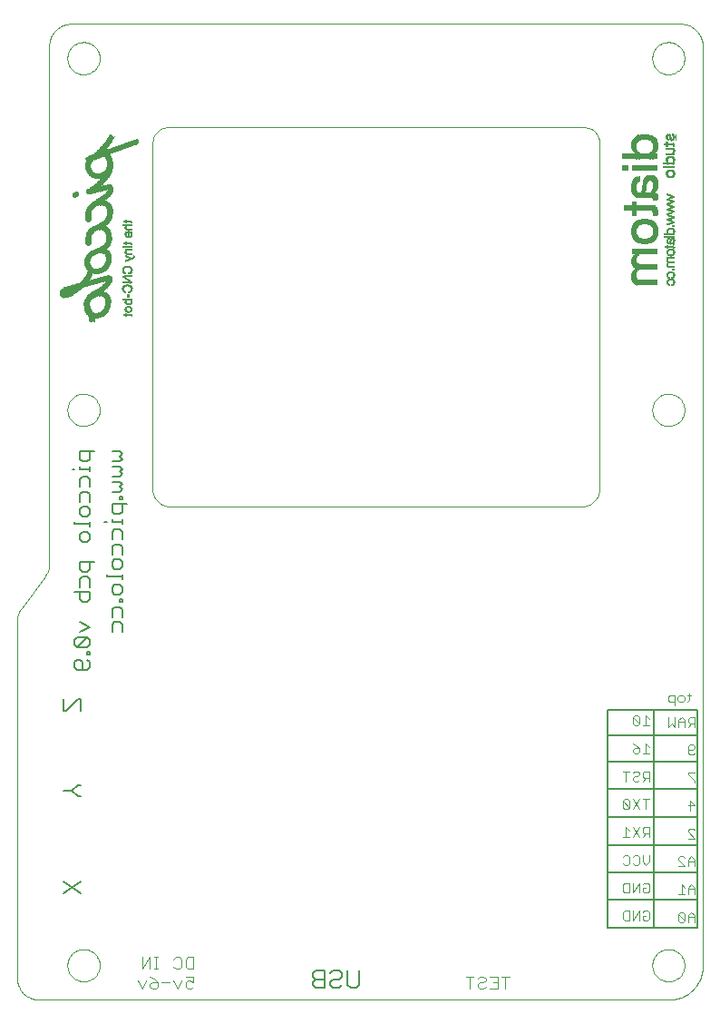
<source format=gbo>
G75*
G70*
%OFA0B0*%
%FSLAX24Y24*%
%IPPOS*%
%LPD*%
%AMOC8*
5,1,8,0,0,1.08239X$1,22.5*
%
%ADD10C,0.0000*%
%ADD11C,0.0060*%
%ADD12C,0.0040*%
%ADD13C,0.0030*%
%ADD14C,0.0050*%
%ADD15R,0.0005X0.0061*%
%ADD16R,0.0005X0.0080*%
%ADD17R,0.0005X0.0099*%
%ADD18R,0.0005X0.0113*%
%ADD19R,0.0005X0.0123*%
%ADD20R,0.0005X0.0132*%
%ADD21R,0.0005X0.0142*%
%ADD22R,0.0005X0.0146*%
%ADD23R,0.0005X0.0156*%
%ADD24R,0.0005X0.0161*%
%ADD25R,0.0005X0.0165*%
%ADD26R,0.0005X0.0170*%
%ADD27R,0.0005X0.0175*%
%ADD28R,0.0005X0.0180*%
%ADD29R,0.0005X0.0184*%
%ADD30R,0.0005X0.0189*%
%ADD31R,0.0005X0.0194*%
%ADD32R,0.0005X0.0198*%
%ADD33R,0.0005X0.0047*%
%ADD34R,0.0005X0.0071*%
%ADD35R,0.0005X0.0085*%
%ADD36R,0.0005X0.0090*%
%ADD37R,0.0005X0.0094*%
%ADD38R,0.0005X0.0104*%
%ADD39R,0.0005X0.0024*%
%ADD40R,0.0005X0.0066*%
%ADD41R,0.0005X0.0057*%
%ADD42R,0.0005X0.0028*%
%ADD43R,0.0005X0.0118*%
%ADD44R,0.0005X0.0052*%
%ADD45R,0.0005X0.0076*%
%ADD46R,0.0005X0.0137*%
%ADD47R,0.0005X0.0128*%
%ADD48R,0.0005X0.0213*%
%ADD49R,0.0005X0.0222*%
%ADD50R,0.0005X0.0217*%
%ADD51R,0.0005X0.0203*%
%ADD52R,0.0005X0.0231*%
%ADD53R,0.0005X0.0227*%
%ADD54R,0.0005X0.0236*%
%ADD55R,0.0005X0.0208*%
%ADD56R,0.0005X0.0109*%
%ADD57R,0.0005X0.0241*%
%ADD58R,0.0005X0.0151*%
%ADD59R,0.0005X0.0250*%
%ADD60R,0.0005X0.0246*%
%ADD61R,0.0005X0.0014*%
%ADD62R,0.0005X0.0019*%
%ADD63R,0.0005X0.0033*%
%ADD64R,0.0005X0.0288*%
%ADD65R,0.0005X0.0345*%
%ADD66R,0.0005X0.0378*%
%ADD67R,0.0005X0.0411*%
%ADD68R,0.0005X0.0265*%
%ADD69R,0.0005X0.0326*%
%ADD70R,0.0005X0.0439*%
%ADD71R,0.0005X0.0279*%
%ADD72R,0.0005X0.0359*%
%ADD73R,0.0005X0.0468*%
%ADD74R,0.0005X0.0383*%
%ADD75R,0.0005X0.0496*%
%ADD76R,0.0005X0.0302*%
%ADD77R,0.0005X0.0416*%
%ADD78R,0.0005X0.0515*%
%ADD79R,0.0005X0.0317*%
%ADD80R,0.0005X0.0543*%
%ADD81R,0.0005X0.0458*%
%ADD82R,0.0005X0.0255*%
%ADD83R,0.0005X0.0562*%
%ADD84R,0.0005X0.0340*%
%ADD85R,0.0005X0.0482*%
%ADD86R,0.0005X0.0274*%
%ADD87R,0.0005X0.0586*%
%ADD88R,0.0005X0.0350*%
%ADD89R,0.0005X0.0501*%
%ADD90R,0.0005X0.0605*%
%ADD91R,0.0005X0.0520*%
%ADD92R,0.0005X0.0283*%
%ADD93R,0.0005X0.0624*%
%ADD94R,0.0005X0.0369*%
%ADD95R,0.0005X0.0539*%
%ADD96R,0.0005X0.0293*%
%ADD97R,0.0005X0.0643*%
%ADD98R,0.0005X0.0553*%
%ADD99R,0.0005X0.0406*%
%ADD100R,0.0005X0.0307*%
%ADD101R,0.0005X0.0661*%
%ADD102R,0.0005X0.0392*%
%ADD103R,0.0005X0.0567*%
%ADD104R,0.0005X0.0430*%
%ADD105R,0.0005X0.0312*%
%ADD106R,0.0005X0.0680*%
%ADD107R,0.0005X0.0397*%
%ADD108R,0.0005X0.0694*%
%ADD109R,0.0005X0.0600*%
%ADD110R,0.0005X0.0477*%
%ADD111R,0.0005X0.0364*%
%ADD112R,0.0005X0.0260*%
%ADD113R,0.0005X0.0713*%
%ADD114R,0.0005X0.0609*%
%ADD115R,0.0005X0.0298*%
%ADD116R,0.0005X0.0321*%
%ADD117R,0.0005X0.0728*%
%ADD118R,0.0005X0.0420*%
%ADD119R,0.0005X0.0628*%
%ADD120R,0.0005X0.0331*%
%ADD121R,0.0005X0.0746*%
%ADD122R,0.0005X0.0425*%
%ADD123R,0.0005X0.0638*%
%ADD124R,0.0005X0.0534*%
%ADD125R,0.0005X0.0435*%
%ADD126R,0.0005X0.0761*%
%ADD127R,0.0005X0.0652*%
%ADD128R,0.0005X0.0548*%
%ADD129R,0.0005X0.0454*%
%ADD130R,0.0005X0.0335*%
%ADD131R,0.0005X0.0770*%
%ADD132R,0.0005X0.0472*%
%ADD133R,0.0005X0.0997*%
%ADD134R,0.0005X0.0444*%
%ADD135R,0.0005X0.0676*%
%ADD136R,0.0005X0.0581*%
%ADD137R,0.0005X0.0491*%
%ADD138R,0.0005X0.0354*%
%ADD139R,0.0005X0.1006*%
%ADD140R,0.0005X0.0449*%
%ADD141R,0.0005X0.0685*%
%ADD142R,0.0005X0.0595*%
%ADD143R,0.0005X0.0506*%
%ADD144R,0.0005X0.0524*%
%ADD145R,0.0005X0.1016*%
%ADD146R,0.0005X0.0704*%
%ADD147R,0.0005X0.1020*%
%ADD148R,0.0005X0.0718*%
%ADD149R,0.0005X0.1025*%
%ADD150R,0.0005X0.0463*%
%ADD151R,0.0005X0.0647*%
%ADD152R,0.0005X0.0387*%
%ADD153R,0.0005X0.1035*%
%ADD154R,0.0005X0.0732*%
%ADD155R,0.0005X0.0576*%
%ADD156R,0.0005X0.1039*%
%ADD157R,0.0005X0.0742*%
%ADD158R,0.0005X0.0671*%
%ADD159R,0.0005X0.0591*%
%ADD160R,0.0005X0.0751*%
%ADD161R,0.0005X0.1049*%
%ADD162R,0.0005X0.0690*%
%ADD163R,0.0005X0.0614*%
%ADD164R,0.0005X0.1054*%
%ADD165R,0.0005X0.1058*%
%ADD166R,0.0005X0.0775*%
%ADD167R,0.0005X0.1063*%
%ADD168R,0.0005X0.0269*%
%ADD169R,0.0005X0.0784*%
%ADD170R,0.0005X0.0633*%
%ADD171R,0.0005X0.1072*%
%ADD172R,0.0005X0.0794*%
%ADD173R,0.0005X0.0798*%
%ADD174R,0.0005X0.0657*%
%ADD175R,0.0005X0.0009*%
%ADD176R,0.0005X0.0510*%
%ADD177R,0.0005X0.0487*%
%ADD178R,0.0005X0.0756*%
%ADD179R,0.0005X0.0765*%
%ADD180R,0.0005X0.0699*%
%ADD181R,0.0005X0.0709*%
%ADD182R,0.0005X0.0723*%
%ADD183R,0.0005X0.0373*%
%ADD184R,0.0005X0.0803*%
%ADD185R,0.0005X0.0737*%
%ADD186R,0.0005X0.0813*%
%ADD187R,0.0005X0.0789*%
%ADD188R,0.0005X0.0529*%
%ADD189R,0.0005X0.0402*%
%ADD190R,0.0005X0.0043*%
%ADD191R,0.0005X0.0619*%
%ADD192R,0.0005X0.0572*%
%ADD193R,0.0005X0.0983*%
%ADD194R,0.0005X0.0987*%
%ADD195R,0.0005X0.0907*%
%ADD196R,0.0005X0.0992*%
%ADD197R,0.0005X0.0874*%
%ADD198R,0.0005X0.0850*%
%ADD199R,0.0005X0.1002*%
%ADD200R,0.0005X0.0831*%
%ADD201R,0.0005X0.0780*%
%ADD202R,0.0005X0.1195*%
%ADD203R,0.0005X0.0666*%
%ADD204R,0.0005X0.0557*%
%ADD205R,0.0003X0.0057*%
%ADD206R,0.0003X0.0047*%
%ADD207R,0.0003X0.0050*%
%ADD208R,0.0003X0.0054*%
%ADD209R,0.0003X0.0044*%
%ADD210R,0.0003X0.0094*%
%ADD211R,0.0003X0.0072*%
%ADD212R,0.0003X0.0079*%
%ADD213R,0.0003X0.0088*%
%ADD214R,0.0003X0.0076*%
%ADD215R,0.0003X0.0009*%
%ADD216R,0.0003X0.0120*%
%ADD217R,0.0003X0.0069*%
%ADD218R,0.0003X0.0091*%
%ADD219R,0.0003X0.0098*%
%ADD220R,0.0003X0.0110*%
%ADD221R,0.0003X0.0025*%
%ADD222R,0.0003X0.0066*%
%ADD223R,0.0003X0.0101*%
%ADD224R,0.0003X0.0139*%
%ADD225R,0.0003X0.0107*%
%ADD226R,0.0003X0.0117*%
%ADD227R,0.0003X0.0063*%
%ADD228R,0.0003X0.0126*%
%ADD229R,0.0003X0.0113*%
%ADD230R,0.0003X0.0151*%
%ADD231R,0.0003X0.0129*%
%ADD232R,0.0003X0.0142*%
%ADD233R,0.0003X0.0123*%
%ADD234R,0.0003X0.0082*%
%ADD235R,0.0003X0.0164*%
%ADD236R,0.0003X0.0104*%
%ADD237R,0.0003X0.0154*%
%ADD238R,0.0003X0.0132*%
%ADD239R,0.0003X0.0135*%
%ADD240R,0.0003X0.0060*%
%ADD241R,0.0003X0.0085*%
%ADD242R,0.0003X0.0176*%
%ADD243R,0.0003X0.0148*%
%ADD244R,0.0003X0.0145*%
%ADD245R,0.0003X0.0186*%
%ADD246R,0.0003X0.0157*%
%ADD247R,0.0003X0.0195*%
%ADD248R,0.0003X0.0161*%
%ADD249R,0.0003X0.0205*%
%ADD250R,0.0003X0.0170*%
%ADD251R,0.0003X0.0192*%
%ADD252R,0.0003X0.0173*%
%ADD253R,0.0003X0.0167*%
%ADD254R,0.0003X0.0211*%
%ADD255R,0.0003X0.0180*%
%ADD256R,0.0003X0.0202*%
%ADD257R,0.0003X0.0183*%
%ADD258R,0.0003X0.0217*%
%ADD259R,0.0003X0.0208*%
%ADD260R,0.0003X0.0189*%
%ADD261R,0.0003X0.0224*%
%ADD262R,0.0003X0.0214*%
%ADD263R,0.0003X0.0230*%
%ADD264R,0.0003X0.0220*%
%ADD265R,0.0003X0.0236*%
%ADD266R,0.0003X0.0261*%
%ADD267R,0.0003X0.0227*%
%ADD268R,0.0003X0.0013*%
%ADD269R,0.0003X0.0252*%
%ADD270R,0.0003X0.0265*%
%ADD271R,0.0003X0.0233*%
%ADD272R,0.0003X0.0243*%
%ADD273R,0.0003X0.0268*%
%ADD274R,0.0003X0.0239*%
%ADD275R,0.0003X0.0003*%
%ADD276R,0.0003X0.0271*%
%ADD277R,0.0003X0.0041*%
%ADD278R,0.0003X0.0198*%
%ADD279R,0.0003X0.0035*%
%ADD280R,0.0003X0.0038*%
%ADD281R,0.0003X0.0031*%
%ADD282R,0.0003X0.0258*%
%ADD283R,0.0003X0.0287*%
%ADD284R,0.0003X0.0277*%
%ADD285R,0.0003X0.0283*%
%ADD286R,0.0003X0.0309*%
%ADD287R,0.0003X0.0296*%
%ADD288R,0.0003X0.0302*%
%ADD289R,0.0003X0.0328*%
%ADD290R,0.0003X0.0312*%
%ADD291R,0.0003X0.0321*%
%ADD292R,0.0003X0.0249*%
%ADD293R,0.0003X0.0346*%
%ADD294R,0.0003X0.0340*%
%ADD295R,0.0003X0.0365*%
%ADD296R,0.0003X0.0343*%
%ADD297R,0.0003X0.0356*%
%ADD298R,0.0003X0.0246*%
%ADD299R,0.0003X0.0381*%
%ADD300R,0.0003X0.0359*%
%ADD301R,0.0003X0.0372*%
%ADD302R,0.0003X0.0280*%
%ADD303R,0.0003X0.0397*%
%ADD304R,0.0003X0.0387*%
%ADD305R,0.0003X0.0413*%
%ADD306R,0.0003X0.0384*%
%ADD307R,0.0003X0.0400*%
%ADD308R,0.0003X0.0255*%
%ADD309R,0.0003X0.0425*%
%ADD310R,0.0003X0.0394*%
%ADD311R,0.0003X0.0438*%
%ADD312R,0.0003X0.0406*%
%ADD313R,0.0003X0.0422*%
%ADD314R,0.0003X0.0306*%
%ADD315R,0.0003X0.0450*%
%ADD316R,0.0003X0.0419*%
%ADD317R,0.0003X0.0435*%
%ADD318R,0.0003X0.0463*%
%ADD319R,0.0003X0.0428*%
%ADD320R,0.0003X0.0447*%
%ADD321R,0.0003X0.0318*%
%ADD322R,0.0003X0.0476*%
%ADD323R,0.0003X0.0457*%
%ADD324R,0.0003X0.0488*%
%ADD325R,0.0003X0.0469*%
%ADD326R,0.0003X0.0324*%
%ADD327R,0.0003X0.0498*%
%ADD328R,0.0003X0.0460*%
%ADD329R,0.0003X0.0479*%
%ADD330R,0.0003X0.0331*%
%ADD331R,0.0003X0.0510*%
%ADD332R,0.0003X0.0466*%
%ADD333R,0.0003X0.0485*%
%ADD334R,0.0003X0.0274*%
%ADD335R,0.0003X0.0334*%
%ADD336R,0.0003X0.0520*%
%ADD337R,0.0003X0.0337*%
%ADD338R,0.0003X0.0529*%
%ADD339R,0.0003X0.0482*%
%ADD340R,0.0003X0.0504*%
%ADD341R,0.0003X0.0539*%
%ADD342R,0.0003X0.0513*%
%ADD343R,0.0003X0.0548*%
%ADD344R,0.0003X0.0557*%
%ADD345R,0.0003X0.0350*%
%ADD346R,0.0003X0.0567*%
%ADD347R,0.0003X0.0535*%
%ADD348R,0.0003X0.0576*%
%ADD349R,0.0003X0.0542*%
%ADD350R,0.0003X0.0353*%
%ADD351R,0.0003X0.0586*%
%ADD352R,0.0003X0.0526*%
%ADD353R,0.0003X0.0551*%
%ADD354R,0.0003X0.0592*%
%ADD355R,0.0003X0.0532*%
%ADD356R,0.0003X0.0602*%
%ADD357R,0.0003X0.0564*%
%ADD358R,0.0003X0.0608*%
%ADD359R,0.0003X0.0545*%
%ADD360R,0.0003X0.0570*%
%ADD361R,0.0003X0.0362*%
%ADD362R,0.0003X0.0617*%
%ADD363R,0.0003X0.0624*%
%ADD364R,0.0003X0.0554*%
%ADD365R,0.0003X0.0580*%
%ADD366R,0.0003X0.0630*%
%ADD367R,0.0003X0.0561*%
%ADD368R,0.0003X0.0872*%
%ADD369R,0.0003X0.0639*%
%ADD370R,0.0003X0.0876*%
%ADD371R,0.0003X0.0369*%
%ADD372R,0.0003X0.0646*%
%ADD373R,0.0003X0.0573*%
%ADD374R,0.0003X0.0879*%
%ADD375R,0.0003X0.0652*%
%ADD376R,0.0003X0.0658*%
%ADD377R,0.0003X0.0583*%
%ADD378R,0.0003X0.0882*%
%ADD379R,0.0003X0.0665*%
%ADD380R,0.0003X0.0885*%
%ADD381R,0.0003X0.0671*%
%ADD382R,0.0003X0.0375*%
%ADD383R,0.0003X0.0677*%
%ADD384R,0.0003X0.0598*%
%ADD385R,0.0003X0.0888*%
%ADD386R,0.0003X0.0683*%
%ADD387R,0.0003X0.0891*%
%ADD388R,0.0003X0.0690*%
%ADD389R,0.0003X0.0378*%
%ADD390R,0.0003X0.0696*%
%ADD391R,0.0003X0.0894*%
%ADD392R,0.0003X0.0702*%
%ADD393R,0.0003X0.0614*%
%ADD394R,0.0003X0.0706*%
%ADD395R,0.0003X0.0898*%
%ADD396R,0.0003X0.0712*%
%ADD397R,0.0003X0.0819*%
%ADD398R,0.0003X0.0718*%
%ADD399R,0.0003X0.0822*%
%ADD400R,0.0003X0.0901*%
%ADD401R,0.0003X0.0724*%
%ADD402R,0.0003X0.0728*%
%ADD403R,0.0003X0.0825*%
%ADD404R,0.0003X0.0904*%
%ADD405R,0.0003X0.0734*%
%ADD406R,0.0003X0.0403*%
%ADD407R,0.0003X0.0293*%
%ADD408R,0.0003X0.0299*%
%ADD409R,0.0003X0.0016*%
%ADD410R,0.0003X0.0290*%
%ADD411R,0.0003X0.0315*%
%ADD412R,0.0003X0.0409*%
%ADD413R,0.0003X0.0507*%
%ADD414R,0.0003X0.0517*%
%ADD415R,0.0003X0.0731*%
%ADD416R,0.0003X0.0721*%
%ADD417R,0.0003X0.0699*%
%ADD418R,0.0003X0.0674*%
%ADD419R,0.0003X0.0668*%
%ADD420R,0.0003X0.0643*%
%ADD421R,0.0003X0.0633*%
%ADD422R,0.0003X0.0620*%
%ADD423R,0.0003X0.0595*%
%ADD424R,0.0003X0.0441*%
%ADD425R,0.0003X0.0391*%
%ADD426R,0.0003X0.0431*%
%ADD427R,0.0003X0.0831*%
%ADD428R,0.0003X0.1320*%
%ADD429R,0.0003X0.0828*%
%ADD430R,0.0003X0.0715*%
%ADD431R,0.0003X0.1115*%
%ADD432R,0.0003X0.0709*%
%ADD433R,0.0003X0.0605*%
%ADD434R,0.0003X0.0693*%
%ADD435R,0.0003X0.0687*%
%ADD436R,0.0003X0.0523*%
%ADD437R,0.0003X0.0589*%
%ADD438R,0.0003X0.0680*%
%ADD439R,0.0003X0.0649*%
%ADD440R,0.0003X0.0501*%
%ADD441R,0.0003X0.0661*%
%ADD442R,0.0003X0.0494*%
%ADD443R,0.0003X0.0655*%
%ADD444R,0.0003X0.0636*%
%ADD445R,0.0003X0.0491*%
%ADD446R,0.0003X0.0472*%
%ADD447R,0.0003X0.0444*%
%ADD448R,0.0003X0.0454*%
%ADD449R,0.0003X0.0416*%
D10*
X000150Y000994D02*
X000150Y014117D01*
X000307Y014590D02*
X001174Y015745D01*
X001331Y016217D02*
X001331Y035246D01*
X001332Y035246D02*
X001334Y035300D01*
X001339Y035353D01*
X001348Y035406D01*
X001361Y035458D01*
X001377Y035510D01*
X001397Y035560D01*
X001420Y035608D01*
X001447Y035655D01*
X001476Y035700D01*
X001509Y035743D01*
X001544Y035783D01*
X001582Y035821D01*
X001622Y035856D01*
X001665Y035889D01*
X001710Y035918D01*
X001757Y035945D01*
X001805Y035968D01*
X001855Y035988D01*
X001907Y036004D01*
X001959Y036017D01*
X002012Y036026D01*
X002065Y036031D01*
X002119Y036033D01*
X024559Y036033D01*
X024613Y036031D01*
X024666Y036026D01*
X024719Y036017D01*
X024771Y036004D01*
X024823Y035988D01*
X024873Y035968D01*
X024921Y035945D01*
X024968Y035918D01*
X025013Y035889D01*
X025056Y035856D01*
X025096Y035821D01*
X025134Y035783D01*
X025169Y035743D01*
X025202Y035700D01*
X025231Y035655D01*
X025258Y035608D01*
X025281Y035560D01*
X025301Y035510D01*
X025317Y035458D01*
X025330Y035406D01*
X025339Y035353D01*
X025344Y035300D01*
X025346Y035246D01*
X025347Y035246D02*
X025347Y001494D01*
X025348Y001425D01*
X025345Y001356D01*
X025338Y001287D01*
X025328Y001218D01*
X025313Y001150D01*
X025295Y001084D01*
X025273Y001018D01*
X025248Y000954D01*
X025219Y000891D01*
X025186Y000830D01*
X025150Y000770D01*
X025111Y000713D01*
X025068Y000658D01*
X025023Y000606D01*
X024975Y000556D01*
X024924Y000509D01*
X024870Y000465D01*
X024814Y000425D01*
X024756Y000387D01*
X024696Y000352D01*
X024634Y000321D01*
X024571Y000294D01*
X024506Y000270D01*
X024439Y000250D01*
X024372Y000233D01*
X024304Y000221D01*
X024235Y000212D01*
X024166Y000207D01*
X000937Y000207D01*
X000883Y000209D01*
X000830Y000214D01*
X000777Y000223D01*
X000725Y000236D01*
X000673Y000252D01*
X000623Y000272D01*
X000575Y000295D01*
X000528Y000322D01*
X000483Y000351D01*
X000440Y000384D01*
X000400Y000419D01*
X000362Y000457D01*
X000327Y000497D01*
X000294Y000540D01*
X000265Y000585D01*
X000238Y000632D01*
X000215Y000680D01*
X000195Y000730D01*
X000179Y000782D01*
X000166Y000834D01*
X000157Y000887D01*
X000152Y000940D01*
X000150Y000994D01*
X002000Y001466D02*
X002002Y001514D01*
X002008Y001562D01*
X002018Y001609D01*
X002031Y001655D01*
X002049Y001700D01*
X002069Y001744D01*
X002094Y001786D01*
X002122Y001825D01*
X002152Y001862D01*
X002186Y001896D01*
X002223Y001928D01*
X002261Y001957D01*
X002302Y001982D01*
X002345Y002004D01*
X002390Y002022D01*
X002436Y002036D01*
X002483Y002047D01*
X002531Y002054D01*
X002579Y002057D01*
X002627Y002056D01*
X002675Y002051D01*
X002723Y002042D01*
X002769Y002030D01*
X002814Y002013D01*
X002858Y001993D01*
X002900Y001970D01*
X002940Y001943D01*
X002978Y001913D01*
X003013Y001880D01*
X003045Y001844D01*
X003075Y001806D01*
X003101Y001765D01*
X003123Y001722D01*
X003143Y001678D01*
X003158Y001633D01*
X003170Y001586D01*
X003178Y001538D01*
X003182Y001490D01*
X003182Y001442D01*
X003178Y001394D01*
X003170Y001346D01*
X003158Y001299D01*
X003143Y001254D01*
X003123Y001210D01*
X003101Y001167D01*
X003075Y001126D01*
X003045Y001088D01*
X003013Y001052D01*
X002978Y001019D01*
X002940Y000989D01*
X002900Y000962D01*
X002858Y000939D01*
X002814Y000919D01*
X002769Y000902D01*
X002723Y000890D01*
X002675Y000881D01*
X002627Y000876D01*
X002579Y000875D01*
X002531Y000878D01*
X002483Y000885D01*
X002436Y000896D01*
X002390Y000910D01*
X002345Y000928D01*
X002302Y000950D01*
X002261Y000975D01*
X002223Y001004D01*
X002186Y001036D01*
X002152Y001070D01*
X002122Y001107D01*
X002094Y001146D01*
X002069Y001188D01*
X002049Y001232D01*
X002031Y001277D01*
X002018Y001323D01*
X002008Y001370D01*
X002002Y001418D01*
X002000Y001466D01*
X000150Y014117D02*
X000152Y014168D01*
X000157Y014218D01*
X000165Y014268D01*
X000176Y014317D01*
X000190Y014366D01*
X000208Y014413D01*
X000229Y014460D01*
X000252Y014504D01*
X000278Y014548D01*
X000307Y014589D01*
X001174Y015745D02*
X001203Y015786D01*
X001229Y015830D01*
X001252Y015874D01*
X001273Y015921D01*
X001291Y015968D01*
X001305Y016017D01*
X001316Y016066D01*
X001324Y016116D01*
X001329Y016166D01*
X001331Y016217D01*
X005134Y019104D02*
X005134Y031703D01*
X005135Y031702D02*
X005137Y031746D01*
X005142Y031789D01*
X005151Y031832D01*
X005163Y031874D01*
X005179Y031914D01*
X005198Y031954D01*
X005221Y031991D01*
X005246Y032027D01*
X005274Y032060D01*
X005305Y032091D01*
X005338Y032119D01*
X005374Y032145D01*
X005411Y032167D01*
X005450Y032186D01*
X005491Y032202D01*
X005533Y032215D01*
X005575Y032224D01*
X005619Y032229D01*
X005662Y032231D01*
X005662Y032232D02*
X021016Y032232D01*
X021060Y032230D01*
X021103Y032225D01*
X021146Y032216D01*
X021188Y032203D01*
X021228Y032187D01*
X021268Y032168D01*
X021305Y032146D01*
X021341Y032120D01*
X021374Y032092D01*
X021405Y032061D01*
X021433Y032028D01*
X021459Y031992D01*
X021481Y031955D01*
X021500Y031915D01*
X021516Y031875D01*
X021529Y031833D01*
X021538Y031790D01*
X021543Y031747D01*
X021545Y031703D01*
X021545Y019104D01*
X021016Y018317D02*
X005662Y018317D01*
X005613Y018328D01*
X005566Y018343D01*
X005519Y018362D01*
X005474Y018384D01*
X005431Y018410D01*
X005390Y018438D01*
X005351Y018470D01*
X005314Y018504D01*
X005281Y018541D01*
X005250Y018581D01*
X005222Y018622D01*
X005197Y018666D01*
X005176Y018711D01*
X005158Y018758D01*
X005143Y018806D01*
X005133Y018855D01*
X005126Y018904D01*
X005122Y018954D01*
X005123Y019004D01*
X005127Y019054D01*
X005135Y019104D01*
X002000Y021860D02*
X002002Y021908D01*
X002008Y021956D01*
X002018Y022003D01*
X002031Y022049D01*
X002049Y022094D01*
X002069Y022138D01*
X002094Y022180D01*
X002122Y022219D01*
X002152Y022256D01*
X002186Y022290D01*
X002223Y022322D01*
X002261Y022351D01*
X002302Y022376D01*
X002345Y022398D01*
X002390Y022416D01*
X002436Y022430D01*
X002483Y022441D01*
X002531Y022448D01*
X002579Y022451D01*
X002627Y022450D01*
X002675Y022445D01*
X002723Y022436D01*
X002769Y022424D01*
X002814Y022407D01*
X002858Y022387D01*
X002900Y022364D01*
X002940Y022337D01*
X002978Y022307D01*
X003013Y022274D01*
X003045Y022238D01*
X003075Y022200D01*
X003101Y022159D01*
X003123Y022116D01*
X003143Y022072D01*
X003158Y022027D01*
X003170Y021980D01*
X003178Y021932D01*
X003182Y021884D01*
X003182Y021836D01*
X003178Y021788D01*
X003170Y021740D01*
X003158Y021693D01*
X003143Y021648D01*
X003123Y021604D01*
X003101Y021561D01*
X003075Y021520D01*
X003045Y021482D01*
X003013Y021446D01*
X002978Y021413D01*
X002940Y021383D01*
X002900Y021356D01*
X002858Y021333D01*
X002814Y021313D01*
X002769Y021296D01*
X002723Y021284D01*
X002675Y021275D01*
X002627Y021270D01*
X002579Y021269D01*
X002531Y021272D01*
X002483Y021279D01*
X002436Y021290D01*
X002390Y021304D01*
X002345Y021322D01*
X002302Y021344D01*
X002261Y021369D01*
X002223Y021398D01*
X002186Y021430D01*
X002152Y021464D01*
X002122Y021501D01*
X002094Y021540D01*
X002069Y021582D01*
X002049Y021626D01*
X002031Y021671D01*
X002018Y021717D01*
X002008Y021764D01*
X002002Y021812D01*
X002000Y021860D01*
X002000Y034773D02*
X002002Y034821D01*
X002008Y034869D01*
X002018Y034916D01*
X002031Y034962D01*
X002049Y035007D01*
X002069Y035051D01*
X002094Y035093D01*
X002122Y035132D01*
X002152Y035169D01*
X002186Y035203D01*
X002223Y035235D01*
X002261Y035264D01*
X002302Y035289D01*
X002345Y035311D01*
X002390Y035329D01*
X002436Y035343D01*
X002483Y035354D01*
X002531Y035361D01*
X002579Y035364D01*
X002627Y035363D01*
X002675Y035358D01*
X002723Y035349D01*
X002769Y035337D01*
X002814Y035320D01*
X002858Y035300D01*
X002900Y035277D01*
X002940Y035250D01*
X002978Y035220D01*
X003013Y035187D01*
X003045Y035151D01*
X003075Y035113D01*
X003101Y035072D01*
X003123Y035029D01*
X003143Y034985D01*
X003158Y034940D01*
X003170Y034893D01*
X003178Y034845D01*
X003182Y034797D01*
X003182Y034749D01*
X003178Y034701D01*
X003170Y034653D01*
X003158Y034606D01*
X003143Y034561D01*
X003123Y034517D01*
X003101Y034474D01*
X003075Y034433D01*
X003045Y034395D01*
X003013Y034359D01*
X002978Y034326D01*
X002940Y034296D01*
X002900Y034269D01*
X002858Y034246D01*
X002814Y034226D01*
X002769Y034209D01*
X002723Y034197D01*
X002675Y034188D01*
X002627Y034183D01*
X002579Y034182D01*
X002531Y034185D01*
X002483Y034192D01*
X002436Y034203D01*
X002390Y034217D01*
X002345Y034235D01*
X002302Y034257D01*
X002261Y034282D01*
X002223Y034311D01*
X002186Y034343D01*
X002152Y034377D01*
X002122Y034414D01*
X002094Y034453D01*
X002069Y034495D01*
X002049Y034539D01*
X002031Y034584D01*
X002018Y034630D01*
X002008Y034677D01*
X002002Y034725D01*
X002000Y034773D01*
X021545Y019104D02*
X021553Y019055D01*
X021557Y019005D01*
X021558Y018954D01*
X021554Y018904D01*
X021547Y018855D01*
X021536Y018806D01*
X021522Y018758D01*
X021504Y018711D01*
X021482Y018665D01*
X021458Y018622D01*
X021430Y018580D01*
X021399Y018541D01*
X021365Y018504D01*
X021328Y018469D01*
X021289Y018438D01*
X021248Y018409D01*
X021205Y018384D01*
X021159Y018362D01*
X021113Y018343D01*
X021065Y018328D01*
X021016Y018317D01*
X023496Y021860D02*
X023498Y021908D01*
X023504Y021956D01*
X023514Y022003D01*
X023527Y022049D01*
X023545Y022094D01*
X023565Y022138D01*
X023590Y022180D01*
X023618Y022219D01*
X023648Y022256D01*
X023682Y022290D01*
X023719Y022322D01*
X023757Y022351D01*
X023798Y022376D01*
X023841Y022398D01*
X023886Y022416D01*
X023932Y022430D01*
X023979Y022441D01*
X024027Y022448D01*
X024075Y022451D01*
X024123Y022450D01*
X024171Y022445D01*
X024219Y022436D01*
X024265Y022424D01*
X024310Y022407D01*
X024354Y022387D01*
X024396Y022364D01*
X024436Y022337D01*
X024474Y022307D01*
X024509Y022274D01*
X024541Y022238D01*
X024571Y022200D01*
X024597Y022159D01*
X024619Y022116D01*
X024639Y022072D01*
X024654Y022027D01*
X024666Y021980D01*
X024674Y021932D01*
X024678Y021884D01*
X024678Y021836D01*
X024674Y021788D01*
X024666Y021740D01*
X024654Y021693D01*
X024639Y021648D01*
X024619Y021604D01*
X024597Y021561D01*
X024571Y021520D01*
X024541Y021482D01*
X024509Y021446D01*
X024474Y021413D01*
X024436Y021383D01*
X024396Y021356D01*
X024354Y021333D01*
X024310Y021313D01*
X024265Y021296D01*
X024219Y021284D01*
X024171Y021275D01*
X024123Y021270D01*
X024075Y021269D01*
X024027Y021272D01*
X023979Y021279D01*
X023932Y021290D01*
X023886Y021304D01*
X023841Y021322D01*
X023798Y021344D01*
X023757Y021369D01*
X023719Y021398D01*
X023682Y021430D01*
X023648Y021464D01*
X023618Y021501D01*
X023590Y021540D01*
X023565Y021582D01*
X023545Y021626D01*
X023527Y021671D01*
X023514Y021717D01*
X023504Y021764D01*
X023498Y021812D01*
X023496Y021860D01*
X024351Y031769D02*
X024350Y031770D01*
X024350Y031772D01*
X024351Y031773D01*
X024350Y031775D02*
X024351Y031775D01*
X024351Y031776D01*
X024350Y031776D01*
X024350Y031775D01*
X024350Y031777D02*
X024356Y031782D01*
X024356Y031783D02*
X024351Y031783D01*
X024350Y031784D01*
X024350Y031786D01*
X024351Y031787D01*
X024356Y031787D01*
X024353Y031789D02*
X024354Y031790D01*
X024354Y031793D01*
X024353Y031795D02*
X024354Y031796D01*
X024354Y031798D01*
X024353Y031799D01*
X024352Y031799D01*
X024352Y031795D01*
X024351Y031795D02*
X024353Y031795D01*
X024351Y031795D02*
X024350Y031796D01*
X024350Y031798D01*
X024350Y031801D02*
X024354Y031801D01*
X024354Y031803D02*
X024354Y031804D01*
X024354Y031803D02*
X024352Y031801D01*
X024353Y031805D02*
X024354Y031807D01*
X024354Y031810D01*
X024352Y031809D02*
X024352Y031807D01*
X024353Y031805D01*
X024350Y031805D02*
X024350Y031809D01*
X024351Y031810D01*
X024352Y031809D01*
X024350Y031811D02*
X024356Y031815D01*
X024356Y031817D02*
X024356Y031820D01*
X024355Y031821D01*
X024354Y031821D01*
X024353Y031820D01*
X024353Y031817D01*
X024350Y031817D02*
X024350Y031820D01*
X024351Y031821D01*
X024352Y031821D01*
X024353Y031820D01*
X024351Y031823D02*
X024350Y031824D01*
X024350Y031826D01*
X024351Y031827D01*
X024353Y031827D01*
X024353Y031825D01*
X024355Y031823D02*
X024351Y031823D01*
X024355Y031823D02*
X024356Y031824D01*
X024356Y031826D01*
X024355Y031827D01*
X024350Y031829D02*
X024356Y031833D01*
X024356Y031834D02*
X024356Y031838D01*
X024355Y031839D01*
X024351Y031839D01*
X024350Y031838D01*
X024350Y031834D01*
X024356Y031834D01*
X024353Y031840D02*
X024351Y031840D01*
X024350Y031841D01*
X024350Y031843D01*
X024351Y031844D01*
X024353Y031844D01*
X024354Y031843D01*
X024354Y031841D01*
X024353Y031840D01*
X024354Y031846D02*
X024351Y031846D01*
X024350Y031847D01*
X024351Y031848D01*
X024350Y031849D01*
X024351Y031850D01*
X024354Y031850D01*
X024354Y031852D02*
X024354Y031855D01*
X024353Y031856D01*
X024350Y031856D01*
X024350Y031858D02*
X024350Y031860D01*
X024350Y031859D02*
X024356Y031859D01*
X024356Y031858D01*
X024353Y031862D02*
X024351Y031862D01*
X024350Y031863D01*
X024350Y031865D01*
X024351Y031866D01*
X024353Y031866D01*
X024354Y031865D01*
X024354Y031863D01*
X024353Y031862D01*
X024351Y031867D02*
X024352Y031868D01*
X024352Y031872D01*
X024353Y031872D02*
X024350Y031872D01*
X024350Y031868D01*
X024351Y031867D01*
X024354Y031868D02*
X024354Y031870D01*
X024353Y031872D01*
X024353Y031873D02*
X024354Y031874D01*
X024354Y031877D01*
X024353Y031879D02*
X024354Y031880D01*
X024354Y031883D01*
X024352Y031882D02*
X024352Y031880D01*
X024353Y031879D01*
X024350Y031879D02*
X024350Y031882D01*
X024351Y031883D01*
X024352Y031882D01*
X024350Y031885D02*
X024356Y031889D01*
X024354Y031892D02*
X024354Y031895D01*
X024354Y031896D02*
X024354Y031897D01*
X024350Y031897D01*
X024350Y031896D02*
X024350Y031898D01*
X024351Y031900D02*
X024352Y031901D01*
X024352Y031904D01*
X024353Y031904D02*
X024350Y031904D01*
X024350Y031901D01*
X024351Y031900D01*
X024354Y031901D02*
X024354Y031903D01*
X024353Y031904D01*
X024354Y031906D02*
X024354Y031908D01*
X024355Y031907D02*
X024351Y031907D01*
X024350Y031908D01*
X024351Y031910D02*
X024350Y031911D01*
X024350Y031913D01*
X024351Y031914D01*
X024353Y031914D01*
X024354Y031913D01*
X024354Y031911D01*
X024353Y031910D01*
X024351Y031910D01*
X024350Y031916D02*
X024354Y031916D01*
X024354Y031917D01*
X024353Y031918D01*
X024354Y031919D01*
X024353Y031920D01*
X024350Y031920D01*
X024349Y031921D02*
X024349Y031926D01*
X024350Y031927D02*
X024350Y031929D01*
X024350Y031928D02*
X024356Y031928D01*
X024356Y031927D01*
X024353Y031931D02*
X024351Y031931D01*
X024350Y031932D01*
X024350Y031934D01*
X024351Y031935D01*
X024353Y031935D01*
X024354Y031934D01*
X024354Y031932D01*
X024353Y031931D01*
X024353Y031937D02*
X024351Y031937D01*
X024350Y031938D01*
X024350Y031941D01*
X024349Y031941D02*
X024354Y031941D01*
X024354Y031938D01*
X024353Y031937D01*
X024348Y031939D02*
X024348Y031940D01*
X024349Y031941D01*
X024351Y031943D02*
X024350Y031944D01*
X024350Y031946D01*
X024351Y031947D01*
X024353Y031947D01*
X024354Y031946D01*
X024354Y031944D01*
X024353Y031943D01*
X024351Y031943D01*
X024349Y031949D02*
X024349Y031953D01*
X024350Y031954D02*
X024350Y031959D01*
X024350Y031960D02*
X024350Y031963D01*
X024351Y031964D01*
X024353Y031964D01*
X024354Y031963D01*
X024354Y031960D01*
X024356Y031960D02*
X024350Y031960D01*
X024350Y031956D02*
X024356Y031956D01*
X024354Y031954D01*
X024354Y031966D02*
X024354Y031967D01*
X024350Y031967D01*
X024350Y031966D02*
X024350Y031968D01*
X024351Y031971D02*
X024350Y031972D01*
X024351Y031971D02*
X024355Y031971D01*
X024354Y031970D02*
X024354Y031972D01*
X024351Y031974D02*
X024351Y031975D01*
X024350Y031975D01*
X024350Y031974D01*
X024351Y031974D01*
X024350Y031977D02*
X024350Y031980D01*
X024351Y031981D01*
X024353Y031981D01*
X024354Y031980D01*
X024354Y031977D01*
X024356Y031977D02*
X024350Y031977D01*
X024350Y031982D02*
X024354Y031982D01*
X024354Y031983D01*
X024353Y031984D01*
X024354Y031985D01*
X024353Y031987D01*
X024350Y031987D01*
X024350Y031988D02*
X024350Y031991D01*
X024351Y031992D01*
X024353Y031992D01*
X024354Y031991D01*
X024354Y031988D01*
X024348Y031988D01*
X024350Y031984D02*
X024353Y031984D01*
X024357Y031967D02*
X024356Y031967D01*
X024353Y031918D02*
X024350Y031918D01*
X024356Y031897D02*
X024357Y031897D01*
X024356Y031895D02*
X024350Y031895D01*
X024350Y031892D01*
X024351Y031891D01*
X024353Y031891D01*
X024354Y031892D01*
X024356Y031877D02*
X024350Y031877D01*
X024350Y031874D01*
X024351Y031873D01*
X024353Y031873D01*
X024350Y031852D02*
X024354Y031852D01*
X024350Y031817D02*
X024356Y031817D01*
X024351Y031793D02*
X024352Y031792D01*
X024352Y031790D01*
X024353Y031789D01*
X024350Y031789D02*
X024350Y031792D01*
X024351Y031793D01*
X024353Y031776D02*
X024353Y031775D01*
X024354Y031775D01*
X024354Y031776D01*
X024353Y031776D01*
X024355Y031773D02*
X024356Y031772D01*
X024356Y031770D01*
X024355Y031769D01*
X024351Y031769D01*
X023496Y034773D02*
X023498Y034821D01*
X023504Y034869D01*
X023514Y034916D01*
X023527Y034962D01*
X023545Y035007D01*
X023565Y035051D01*
X023590Y035093D01*
X023618Y035132D01*
X023648Y035169D01*
X023682Y035203D01*
X023719Y035235D01*
X023757Y035264D01*
X023798Y035289D01*
X023841Y035311D01*
X023886Y035329D01*
X023932Y035343D01*
X023979Y035354D01*
X024027Y035361D01*
X024075Y035364D01*
X024123Y035363D01*
X024171Y035358D01*
X024219Y035349D01*
X024265Y035337D01*
X024310Y035320D01*
X024354Y035300D01*
X024396Y035277D01*
X024436Y035250D01*
X024474Y035220D01*
X024509Y035187D01*
X024541Y035151D01*
X024571Y035113D01*
X024597Y035072D01*
X024619Y035029D01*
X024639Y034985D01*
X024654Y034940D01*
X024666Y034893D01*
X024674Y034845D01*
X024678Y034797D01*
X024678Y034749D01*
X024674Y034701D01*
X024666Y034653D01*
X024654Y034606D01*
X024639Y034561D01*
X024619Y034517D01*
X024597Y034474D01*
X024571Y034433D01*
X024541Y034395D01*
X024509Y034359D01*
X024474Y034326D01*
X024436Y034296D01*
X024396Y034269D01*
X024354Y034246D01*
X024310Y034226D01*
X024265Y034209D01*
X024219Y034197D01*
X024171Y034188D01*
X024123Y034183D01*
X024075Y034182D01*
X024027Y034185D01*
X023979Y034192D01*
X023932Y034203D01*
X023886Y034217D01*
X023841Y034235D01*
X023798Y034257D01*
X023757Y034282D01*
X023719Y034311D01*
X023682Y034343D01*
X023648Y034377D01*
X023618Y034414D01*
X023590Y034453D01*
X023565Y034495D01*
X023545Y034539D01*
X023527Y034584D01*
X023514Y034630D01*
X023504Y034677D01*
X023498Y034725D01*
X023496Y034773D01*
X023496Y001466D02*
X023498Y001514D01*
X023504Y001562D01*
X023514Y001609D01*
X023527Y001655D01*
X023545Y001700D01*
X023565Y001744D01*
X023590Y001786D01*
X023618Y001825D01*
X023648Y001862D01*
X023682Y001896D01*
X023719Y001928D01*
X023757Y001957D01*
X023798Y001982D01*
X023841Y002004D01*
X023886Y002022D01*
X023932Y002036D01*
X023979Y002047D01*
X024027Y002054D01*
X024075Y002057D01*
X024123Y002056D01*
X024171Y002051D01*
X024219Y002042D01*
X024265Y002030D01*
X024310Y002013D01*
X024354Y001993D01*
X024396Y001970D01*
X024436Y001943D01*
X024474Y001913D01*
X024509Y001880D01*
X024541Y001844D01*
X024571Y001806D01*
X024597Y001765D01*
X024619Y001722D01*
X024639Y001678D01*
X024654Y001633D01*
X024666Y001586D01*
X024674Y001538D01*
X024678Y001490D01*
X024678Y001442D01*
X024674Y001394D01*
X024666Y001346D01*
X024654Y001299D01*
X024639Y001254D01*
X024619Y001210D01*
X024597Y001167D01*
X024571Y001126D01*
X024541Y001088D01*
X024509Y001052D01*
X024474Y001019D01*
X024436Y000989D01*
X024396Y000962D01*
X024354Y000939D01*
X024310Y000919D01*
X024265Y000902D01*
X024219Y000890D01*
X024171Y000881D01*
X024123Y000876D01*
X024075Y000875D01*
X024027Y000878D01*
X023979Y000885D01*
X023932Y000896D01*
X023886Y000910D01*
X023841Y000928D01*
X023798Y000950D01*
X023757Y000975D01*
X023719Y001004D01*
X023682Y001036D01*
X023648Y001070D01*
X023618Y001107D01*
X023590Y001146D01*
X023565Y001188D01*
X023545Y001232D01*
X023527Y001277D01*
X023514Y001323D01*
X023504Y001370D01*
X023498Y001418D01*
X023496Y001466D01*
D11*
X012730Y001271D02*
X012730Y000737D01*
X012623Y000630D01*
X012410Y000630D01*
X012303Y000737D01*
X012303Y001271D01*
X012086Y001164D02*
X012086Y001057D01*
X011979Y000951D01*
X011765Y000951D01*
X011659Y000844D01*
X011659Y000737D01*
X011765Y000630D01*
X011979Y000630D01*
X012086Y000737D01*
X012086Y001164D02*
X011979Y001271D01*
X011765Y001271D01*
X011659Y001164D01*
X011441Y001271D02*
X011121Y001271D01*
X011014Y001164D01*
X011014Y001057D01*
X011121Y000951D01*
X011441Y000951D01*
X011441Y001271D02*
X011441Y000630D01*
X011121Y000630D01*
X011014Y000737D01*
X011014Y000844D01*
X011121Y000951D01*
X002483Y004120D02*
X001842Y004547D01*
X001842Y004120D02*
X002483Y004547D01*
X002483Y007663D02*
X002376Y007663D01*
X002162Y007876D01*
X001842Y007876D01*
X002162Y007876D02*
X002376Y008090D01*
X002483Y008090D01*
X002483Y010812D02*
X002483Y011240D01*
X002376Y011240D01*
X001949Y010812D01*
X001842Y010812D01*
X001842Y011240D01*
D12*
X004742Y001762D02*
X004742Y001329D01*
X005031Y001762D01*
X005031Y001329D01*
X005177Y001329D02*
X005321Y001329D01*
X005249Y001329D02*
X005249Y001762D01*
X005321Y001762D02*
X005177Y001762D01*
X005032Y001053D02*
X005177Y000981D01*
X005321Y000837D01*
X005105Y000837D01*
X005032Y000765D01*
X005032Y000692D01*
X005105Y000620D01*
X005249Y000620D01*
X005321Y000692D01*
X005321Y000837D01*
X005467Y000837D02*
X005756Y000837D01*
X005903Y000909D02*
X006047Y000620D01*
X006191Y000909D01*
X006338Y000837D02*
X006338Y000692D01*
X006410Y000620D01*
X006554Y000620D01*
X006626Y000692D01*
X006626Y000837D02*
X006482Y000909D01*
X006410Y000909D01*
X006338Y000837D01*
X006338Y001053D02*
X006626Y001053D01*
X006626Y000837D01*
X006626Y001329D02*
X006410Y001329D01*
X006338Y001401D01*
X006338Y001690D01*
X006410Y001762D01*
X006626Y001762D01*
X006626Y001329D01*
X006191Y001401D02*
X006119Y001329D01*
X005975Y001329D01*
X005903Y001401D01*
X006191Y001401D02*
X006191Y001690D01*
X006119Y001762D01*
X005975Y001762D01*
X005903Y001690D01*
X004886Y000909D02*
X004742Y000620D01*
X004597Y000909D01*
X016647Y001053D02*
X016935Y001053D01*
X016791Y001053D02*
X016791Y000620D01*
X017082Y000692D02*
X017154Y000620D01*
X017298Y000620D01*
X017370Y000692D01*
X017298Y000837D02*
X017154Y000837D01*
X017082Y000765D01*
X017082Y000692D01*
X017298Y000837D02*
X017370Y000909D01*
X017370Y000981D01*
X017298Y001053D01*
X017154Y001053D01*
X017082Y000981D01*
X017517Y001053D02*
X017805Y001053D01*
X017805Y000620D01*
X017517Y000620D01*
X017661Y000837D02*
X017805Y000837D01*
X017952Y001053D02*
X018240Y001053D01*
X018096Y001053D02*
X018096Y000620D01*
D13*
X022414Y003167D02*
X022414Y003410D01*
X022474Y003470D01*
X022656Y003470D01*
X022656Y003106D01*
X022474Y003106D01*
X022414Y003167D01*
X022776Y003106D02*
X022776Y003470D01*
X023019Y003470D02*
X022776Y003106D01*
X023019Y003106D02*
X023019Y003470D01*
X023139Y003410D02*
X023199Y003470D01*
X023321Y003470D01*
X023381Y003410D01*
X023381Y003167D01*
X023321Y003106D01*
X023199Y003106D01*
X023139Y003167D01*
X023139Y003288D01*
X023260Y003288D01*
X023199Y004130D02*
X023139Y004190D01*
X023139Y004312D01*
X023260Y004312D01*
X023139Y004433D02*
X023199Y004494D01*
X023321Y004494D01*
X023381Y004433D01*
X023381Y004190D01*
X023321Y004130D01*
X023199Y004130D01*
X023019Y004130D02*
X023019Y004494D01*
X022776Y004130D01*
X022776Y004494D01*
X022656Y004494D02*
X022656Y004130D01*
X022474Y004130D01*
X022414Y004190D01*
X022414Y004433D01*
X022474Y004494D01*
X022656Y004494D01*
X022596Y005153D02*
X022474Y005153D01*
X022414Y005214D01*
X022596Y005153D02*
X022656Y005214D01*
X022656Y005457D01*
X022596Y005517D01*
X022474Y005517D01*
X022414Y005457D01*
X022776Y005457D02*
X022837Y005517D01*
X022958Y005517D01*
X023019Y005457D01*
X023019Y005214D01*
X022958Y005153D01*
X022837Y005153D01*
X022776Y005214D01*
X023139Y005275D02*
X023139Y005517D01*
X023139Y005275D02*
X023260Y005153D01*
X023381Y005275D01*
X023381Y005517D01*
X023381Y006177D02*
X023381Y006541D01*
X023199Y006541D01*
X023139Y006480D01*
X023139Y006359D01*
X023199Y006298D01*
X023381Y006298D01*
X023260Y006298D02*
X023139Y006177D01*
X023019Y006177D02*
X022776Y006541D01*
X022656Y006420D02*
X022535Y006541D01*
X022535Y006177D01*
X022656Y006177D02*
X022414Y006177D01*
X022776Y006177D02*
X023019Y006541D01*
X023019Y007201D02*
X022776Y007565D01*
X022656Y007504D02*
X022596Y007565D01*
X022474Y007565D01*
X022414Y007504D01*
X022656Y007261D01*
X022596Y007201D01*
X022474Y007201D01*
X022414Y007261D01*
X022414Y007504D01*
X022656Y007504D02*
X022656Y007261D01*
X022776Y007201D02*
X023019Y007565D01*
X023139Y007565D02*
X023381Y007565D01*
X023260Y007565D02*
X023260Y007201D01*
X023139Y008224D02*
X023260Y008346D01*
X023199Y008346D02*
X023381Y008346D01*
X023381Y008224D02*
X023381Y008588D01*
X023199Y008588D01*
X023139Y008528D01*
X023139Y008406D01*
X023199Y008346D01*
X023019Y008285D02*
X022958Y008224D01*
X022837Y008224D01*
X022776Y008285D01*
X022776Y008346D01*
X022837Y008406D01*
X022958Y008406D01*
X023019Y008467D01*
X023019Y008528D01*
X022958Y008588D01*
X022837Y008588D01*
X022776Y008528D01*
X022656Y008588D02*
X022414Y008588D01*
X022535Y008588D02*
X022535Y008224D01*
X022837Y009248D02*
X022776Y009309D01*
X022776Y009369D01*
X022837Y009430D01*
X023019Y009430D01*
X023019Y009309D01*
X022958Y009248D01*
X022837Y009248D01*
X023019Y009430D02*
X022898Y009551D01*
X022776Y009612D01*
X023260Y009612D02*
X023260Y009248D01*
X023381Y009248D02*
X023139Y009248D01*
X023381Y009491D02*
X023260Y009612D01*
X023260Y010272D02*
X023260Y010636D01*
X023381Y010514D01*
X023381Y010272D02*
X023139Y010272D01*
X023019Y010332D02*
X022776Y010575D01*
X022776Y010332D01*
X022837Y010272D01*
X022958Y010272D01*
X023019Y010332D01*
X023019Y010575D01*
X022958Y010636D01*
X022837Y010636D01*
X022776Y010575D01*
X024089Y010586D02*
X024089Y010222D01*
X024210Y010343D01*
X024331Y010222D01*
X024331Y010586D01*
X024451Y010464D02*
X024451Y010222D01*
X024451Y010404D02*
X024694Y010404D01*
X024694Y010464D02*
X024572Y010586D01*
X024451Y010464D01*
X024694Y010464D02*
X024694Y010222D01*
X024814Y010222D02*
X024935Y010343D01*
X024874Y010343D02*
X025056Y010343D01*
X025056Y010222D02*
X025056Y010586D01*
X024874Y010586D01*
X024814Y010525D01*
X024814Y010404D01*
X024874Y010343D01*
X024874Y009562D02*
X024814Y009501D01*
X024814Y009259D01*
X024874Y009198D01*
X024996Y009198D01*
X025056Y009259D01*
X024996Y009380D02*
X024814Y009380D01*
X024996Y009380D02*
X025056Y009441D01*
X025056Y009501D01*
X024996Y009562D01*
X024874Y009562D01*
X024814Y008538D02*
X024814Y008478D01*
X025056Y008235D01*
X025056Y008174D01*
X025056Y008538D02*
X024814Y008538D01*
X024874Y007515D02*
X025056Y007333D01*
X024814Y007333D01*
X024874Y007151D02*
X024874Y007515D01*
X024874Y006491D02*
X024814Y006430D01*
X024814Y006370D01*
X025056Y006127D01*
X024814Y006127D01*
X024874Y006491D02*
X024996Y006491D01*
X025056Y006430D01*
X024935Y005467D02*
X024814Y005346D01*
X024814Y005103D01*
X024694Y005103D02*
X024451Y005346D01*
X024451Y005407D01*
X024512Y005467D01*
X024633Y005467D01*
X024694Y005407D01*
X024814Y005285D02*
X025056Y005285D01*
X025056Y005346D02*
X024935Y005467D01*
X025056Y005346D02*
X025056Y005103D01*
X024694Y005103D02*
X024451Y005103D01*
X024572Y004444D02*
X024572Y004080D01*
X024451Y004080D02*
X024694Y004080D01*
X024814Y004080D02*
X024814Y004323D01*
X024935Y004444D01*
X025056Y004323D01*
X025056Y004080D01*
X025056Y004262D02*
X024814Y004262D01*
X024694Y004323D02*
X024572Y004444D01*
X024512Y003420D02*
X024451Y003360D01*
X024694Y003117D01*
X024633Y003056D01*
X024512Y003056D01*
X024451Y003117D01*
X024451Y003360D01*
X024512Y003420D02*
X024633Y003420D01*
X024694Y003360D01*
X024694Y003117D01*
X024814Y003056D02*
X024814Y003299D01*
X024935Y003420D01*
X025056Y003299D01*
X025056Y003056D01*
X025056Y003238D02*
X024814Y003238D01*
X024313Y011016D02*
X024313Y011380D01*
X024131Y011380D01*
X024070Y011320D01*
X024070Y011198D01*
X024131Y011138D01*
X024313Y011138D01*
X024433Y011198D02*
X024433Y011320D01*
X024493Y011380D01*
X024615Y011380D01*
X024675Y011320D01*
X024675Y011198D01*
X024615Y011138D01*
X024493Y011138D01*
X024433Y011198D01*
X024796Y011138D02*
X024856Y011198D01*
X024856Y011441D01*
X024796Y011380D02*
X024917Y011380D01*
D14*
X025168Y010847D02*
X025168Y009902D01*
X021861Y009902D01*
X021861Y010847D01*
X023554Y010847D01*
X025168Y010847D01*
X025168Y009902D02*
X025168Y007934D01*
X021861Y007934D01*
X021861Y009902D01*
X021872Y008957D02*
X025150Y008957D01*
X025168Y007934D02*
X025168Y006910D01*
X021861Y006910D01*
X021861Y007934D01*
X021861Y006910D02*
X021861Y005886D01*
X025168Y005886D01*
X025168Y004863D01*
X021861Y004863D01*
X021861Y005886D01*
X021861Y004863D02*
X021861Y003879D01*
X025168Y003879D01*
X025168Y002855D01*
X023554Y002855D01*
X021861Y002855D01*
X021861Y003879D01*
X023554Y002855D02*
X023554Y010847D01*
X025168Y006910D02*
X025168Y005886D01*
X025168Y004863D02*
X025168Y003879D01*
X004191Y018398D02*
X003641Y018398D01*
X003641Y018123D01*
X003732Y018031D01*
X003916Y018031D01*
X004008Y018123D01*
X004008Y018398D01*
X004008Y018582D02*
X004008Y018674D01*
X003916Y018674D01*
X003916Y018582D01*
X004008Y018582D01*
X003916Y018860D02*
X003641Y018860D01*
X003916Y018860D02*
X004008Y018951D01*
X003916Y019043D01*
X004008Y019135D01*
X003916Y019227D01*
X003641Y019227D01*
X003641Y019412D02*
X003916Y019412D01*
X004008Y019504D01*
X003916Y019596D01*
X004008Y019687D01*
X003916Y019779D01*
X003641Y019779D01*
X003641Y019965D02*
X003916Y019965D01*
X004008Y020056D01*
X003916Y020148D01*
X004008Y020240D01*
X003916Y020332D01*
X003641Y020332D01*
X002997Y020332D02*
X002446Y020332D01*
X002446Y020056D01*
X002538Y019965D01*
X002721Y019965D01*
X002813Y020056D01*
X002813Y020332D01*
X002813Y019779D02*
X002813Y019596D01*
X002813Y019687D02*
X002446Y019687D01*
X002446Y019779D01*
X002263Y019687D02*
X002171Y019687D01*
X002538Y019411D02*
X002721Y019411D01*
X002813Y019319D01*
X002813Y019044D01*
X002721Y018858D02*
X002813Y018767D01*
X002813Y018491D01*
X002721Y018306D02*
X002538Y018306D01*
X002446Y018214D01*
X002446Y018031D01*
X002538Y017939D01*
X002721Y017939D01*
X002813Y018031D01*
X002813Y018214D01*
X002721Y018306D01*
X002446Y018491D02*
X002446Y018767D01*
X002538Y018858D01*
X002721Y018858D01*
X002446Y019044D02*
X002446Y019319D01*
X002538Y019411D01*
X002813Y017753D02*
X002813Y017570D01*
X002813Y017662D02*
X002263Y017662D01*
X002263Y017753D01*
X002538Y017385D02*
X002721Y017385D01*
X002813Y017293D01*
X002813Y017110D01*
X002721Y017018D01*
X002538Y017018D01*
X002446Y017110D01*
X002446Y017293D01*
X002538Y017385D01*
X002446Y016280D02*
X002446Y016005D01*
X002538Y015913D01*
X002721Y015913D01*
X002813Y016005D01*
X002813Y016280D01*
X002997Y016280D02*
X002446Y016280D01*
X002538Y015728D02*
X002721Y015728D01*
X002813Y015636D01*
X002813Y015361D01*
X002813Y015175D02*
X002813Y014900D01*
X002721Y014808D01*
X002538Y014808D01*
X002446Y014900D01*
X002446Y015175D01*
X002263Y015175D02*
X002813Y015175D01*
X002446Y015361D02*
X002446Y015636D01*
X002538Y015728D01*
X003457Y015728D02*
X004008Y015728D01*
X004008Y015820D02*
X004008Y015636D01*
X003916Y015451D02*
X003732Y015451D01*
X003641Y015360D01*
X003641Y015176D01*
X003732Y015084D01*
X003916Y015084D01*
X004008Y015176D01*
X004008Y015360D01*
X003916Y015451D01*
X003916Y014899D02*
X003916Y014807D01*
X004008Y014807D01*
X004008Y014899D01*
X003916Y014899D01*
X003916Y014623D02*
X003732Y014623D01*
X003641Y014531D01*
X003641Y014256D01*
X003732Y014070D02*
X003916Y014070D01*
X004008Y013978D01*
X004008Y013703D01*
X003641Y013703D02*
X003641Y013978D01*
X003732Y014070D01*
X004008Y014256D02*
X004008Y014531D01*
X003916Y014623D01*
X003457Y015728D02*
X003457Y015820D01*
X003732Y016005D02*
X003641Y016097D01*
X003641Y016280D01*
X003732Y016372D01*
X003916Y016372D01*
X004008Y016280D01*
X004008Y016097D01*
X003916Y016005D01*
X003732Y016005D01*
X003641Y016558D02*
X003641Y016833D01*
X003732Y016925D01*
X003916Y016925D01*
X004008Y016833D01*
X004008Y016558D01*
X004008Y017110D02*
X004008Y017385D01*
X003916Y017477D01*
X003732Y017477D01*
X003641Y017385D01*
X003641Y017110D01*
X003641Y017754D02*
X004008Y017754D01*
X004008Y017845D02*
X004008Y017662D01*
X003641Y017754D02*
X003641Y017845D01*
X003457Y017754D02*
X003365Y017754D01*
X002446Y014070D02*
X002813Y013887D01*
X002446Y013703D01*
X002354Y013518D02*
X002263Y013426D01*
X002263Y013243D01*
X002354Y013151D01*
X002721Y013518D01*
X002813Y013426D01*
X002813Y013243D01*
X002721Y013151D01*
X002354Y013151D01*
X002354Y013518D02*
X002721Y013518D01*
X002721Y012965D02*
X002721Y012874D01*
X002813Y012874D01*
X002813Y012965D01*
X002721Y012965D01*
X002721Y012689D02*
X002813Y012597D01*
X002813Y012414D01*
X002721Y012322D01*
X002354Y012322D01*
X002263Y012414D01*
X002263Y012597D01*
X002354Y012689D01*
X002446Y012689D01*
X002538Y012597D01*
X002538Y012322D01*
D15*
X004346Y025357D03*
X004317Y025466D03*
X004313Y025466D03*
X004322Y025470D03*
X004327Y025470D03*
X004303Y025461D03*
X004298Y025461D03*
X004294Y025461D03*
X004242Y025461D03*
X004237Y025461D03*
X004232Y025461D03*
X004223Y025466D03*
X004218Y025466D03*
X004213Y025470D03*
X004209Y025470D03*
X004209Y025631D03*
X004213Y025636D03*
X004218Y025636D03*
X004223Y025636D03*
X004232Y025640D03*
X004237Y025640D03*
X004294Y025640D03*
X004298Y025640D03*
X004303Y025640D03*
X004313Y025636D03*
X004317Y025636D03*
X004322Y025636D03*
X004327Y025631D03*
X004336Y025626D03*
X004402Y025551D03*
X004327Y025740D03*
X004322Y025740D03*
X004331Y025744D03*
X004313Y025735D03*
X004308Y025735D03*
X004289Y025730D03*
X004284Y025730D03*
X004280Y025730D03*
X004256Y025730D03*
X004251Y025730D03*
X004246Y025730D03*
X004242Y025730D03*
X004237Y025730D03*
X004223Y025735D03*
X004218Y025735D03*
X004213Y025735D03*
X004209Y025740D03*
X004204Y025740D03*
X004218Y025900D03*
X004223Y025900D03*
X004228Y025900D03*
X004313Y025900D03*
X004317Y025900D03*
X004322Y025900D03*
X004402Y025815D03*
X004289Y026179D03*
X004284Y026179D03*
X004280Y026179D03*
X004275Y026179D03*
X004270Y026174D03*
X004265Y026174D03*
X004261Y026174D03*
X004298Y026184D03*
X004157Y026179D03*
X004152Y026179D03*
X004147Y026179D03*
X004143Y026179D03*
X004138Y026184D03*
X004133Y026184D03*
X004171Y026425D03*
X004176Y026425D03*
X004194Y026429D03*
X004199Y026429D03*
X004204Y026429D03*
X004209Y026429D03*
X004213Y026429D03*
X004218Y026429D03*
X004223Y026429D03*
X004228Y026429D03*
X004232Y026429D03*
X004237Y026429D03*
X004242Y026429D03*
X004246Y026429D03*
X004265Y026425D03*
X004270Y026425D03*
X004289Y026420D03*
X004289Y026538D03*
X004294Y026538D03*
X004284Y026538D03*
X004280Y026538D03*
X004275Y026538D03*
X004270Y026538D03*
X004265Y026538D03*
X004261Y026538D03*
X004256Y026538D03*
X004251Y026538D03*
X004246Y026538D03*
X004242Y026538D03*
X004237Y026538D03*
X004232Y026538D03*
X004228Y026538D03*
X004223Y026538D03*
X004218Y026538D03*
X004213Y026538D03*
X004209Y026538D03*
X004204Y026538D03*
X004199Y026538D03*
X004194Y026538D03*
X004190Y026538D03*
X004185Y026538D03*
X004180Y026538D03*
X004176Y026538D03*
X004171Y026538D03*
X004166Y026538D03*
X004161Y026538D03*
X004157Y026538D03*
X004152Y026538D03*
X004147Y026538D03*
X004143Y026538D03*
X004138Y026538D03*
X004133Y026538D03*
X004128Y026538D03*
X004124Y026538D03*
X004119Y026538D03*
X004114Y026538D03*
X004109Y026538D03*
X004105Y026538D03*
X004100Y026538D03*
X004095Y026538D03*
X004091Y026538D03*
X004086Y026538D03*
X004081Y026538D03*
X004076Y026538D03*
X004072Y026538D03*
X004067Y026538D03*
X004062Y026538D03*
X004057Y026538D03*
X004053Y026538D03*
X004048Y026538D03*
X004147Y026869D03*
X004152Y026869D03*
X004157Y026869D03*
X004161Y026869D03*
X004143Y026873D03*
X004138Y026873D03*
X004261Y026864D03*
X004265Y026864D03*
X004275Y026869D03*
X004280Y026869D03*
X004284Y026869D03*
X004294Y026873D03*
X004298Y026873D03*
X004308Y026878D03*
X004275Y027114D03*
X004270Y027114D03*
X004251Y027119D03*
X004246Y027119D03*
X004242Y027119D03*
X004237Y027119D03*
X004232Y027119D03*
X004228Y027119D03*
X004223Y027119D03*
X004218Y027119D03*
X004213Y027119D03*
X004209Y027119D03*
X004204Y027119D03*
X004199Y027119D03*
X004194Y027119D03*
X004190Y027119D03*
X004171Y027114D03*
X004138Y027322D03*
X004147Y027327D03*
X004152Y027327D03*
X004161Y027332D03*
X004166Y027332D03*
X004171Y027336D03*
X004176Y027336D03*
X004180Y027336D03*
X004185Y027341D03*
X004190Y027341D03*
X004194Y027341D03*
X004204Y027346D03*
X004218Y027351D03*
X004232Y027355D03*
X004246Y027360D03*
X004270Y027459D03*
X004275Y027459D03*
X004289Y027455D03*
X004303Y027450D03*
X004261Y027464D03*
X004256Y027464D03*
X004251Y027469D03*
X004246Y027469D03*
X004242Y027469D03*
X004237Y027473D03*
X004232Y027473D03*
X004228Y027473D03*
X004223Y027478D03*
X004218Y027478D03*
X004213Y027478D03*
X004209Y027483D03*
X004204Y027483D03*
X004199Y027483D03*
X004194Y027488D03*
X004190Y027488D03*
X004180Y027492D03*
X004176Y027492D03*
X004166Y027497D03*
X004161Y027497D03*
X004152Y027502D03*
X004147Y027502D03*
X004138Y027507D03*
X004194Y027587D03*
X004204Y027582D03*
X004209Y027582D03*
X004213Y027582D03*
X004223Y027738D03*
X004228Y027738D03*
X004232Y027738D03*
X004237Y027738D03*
X004393Y027417D03*
X004402Y027417D03*
X004426Y027426D03*
X004435Y027431D03*
X004327Y028215D03*
X004322Y028215D03*
X004331Y028220D03*
X004209Y028220D03*
X004199Y028225D03*
X004204Y028376D03*
X004209Y028381D03*
X004213Y028381D03*
X004223Y028385D03*
X004289Y028390D03*
X004294Y028390D03*
X004298Y028390D03*
X004303Y028390D03*
X004313Y028385D03*
X004317Y028385D03*
X004322Y028385D03*
X004327Y028381D03*
X004331Y028381D03*
X004204Y028489D03*
X004199Y028489D03*
X004223Y028645D03*
X004228Y028645D03*
X004232Y028645D03*
X004237Y028645D03*
X004242Y028645D03*
X004246Y028645D03*
X004346Y028773D03*
X004398Y028740D03*
X004624Y031697D03*
D16*
X004620Y031697D03*
X002706Y031069D03*
X002428Y029779D03*
X004194Y028636D03*
X004388Y028744D03*
X004350Y028362D03*
X004185Y028357D03*
X004185Y028239D03*
X004388Y027951D03*
X004194Y027729D03*
X004369Y027417D03*
X004487Y027473D03*
X004336Y027081D03*
X004341Y026902D03*
X004336Y026897D03*
X004072Y026751D03*
X004067Y026751D03*
X004114Y026396D03*
X004109Y026392D03*
X004105Y026203D03*
X004336Y026207D03*
X004341Y026212D03*
X004336Y026392D03*
X004331Y026396D03*
X004369Y026548D03*
X004374Y026548D03*
X004341Y025891D03*
X004350Y025759D03*
X004350Y025612D03*
X004350Y025489D03*
X004388Y025329D03*
X004185Y025489D03*
X004185Y025612D03*
X004185Y025759D03*
X004194Y025891D03*
X002631Y025730D03*
D17*
X003651Y026647D03*
X004100Y026741D03*
X004095Y026911D03*
X004341Y026557D03*
X004346Y026557D03*
X004341Y027417D03*
X004459Y027464D03*
X004464Y027464D03*
X004185Y027719D03*
X004398Y028300D03*
X004185Y028626D03*
X004355Y028754D03*
X004360Y028754D03*
X002720Y029869D03*
X004615Y031697D03*
X004355Y025338D03*
D18*
X004393Y025548D03*
X004388Y025813D03*
X004147Y025808D03*
X004350Y026366D03*
X004322Y026564D03*
X004317Y026564D03*
X004124Y026734D03*
X004350Y027055D03*
X004322Y027414D03*
X004317Y027414D03*
X004143Y028298D03*
X004147Y028548D03*
X004610Y031695D03*
X003694Y031841D03*
D19*
X004606Y031695D03*
X002720Y031066D03*
X002413Y029777D03*
X003623Y027414D03*
X004138Y026729D03*
X004303Y026569D03*
X004308Y026569D03*
X001752Y026144D03*
D20*
X003646Y026644D03*
X004048Y026985D03*
X004048Y026295D03*
X004232Y026044D03*
X004237Y026044D03*
X004242Y026044D03*
X004246Y026044D03*
X004251Y026044D03*
X004256Y026044D03*
X004261Y026044D03*
X004265Y026044D03*
X004270Y026044D03*
X004275Y026044D03*
X004280Y026044D03*
X004284Y026044D03*
X004185Y025355D03*
X004180Y025355D03*
X004176Y025355D03*
X004171Y025355D03*
X004166Y025355D03*
X004161Y025355D03*
X004157Y025355D03*
X004152Y025355D03*
X004147Y025355D03*
X004143Y025355D03*
X004138Y025355D03*
X004147Y028298D03*
X004147Y028770D03*
X004143Y028770D03*
X004138Y028770D03*
X004152Y028770D03*
X004157Y028770D03*
X004161Y028770D03*
X004166Y028770D03*
X004171Y028770D03*
X004176Y028770D03*
X004180Y028770D03*
X004185Y028770D03*
X002409Y029777D03*
X004601Y031695D03*
D21*
X004596Y031695D03*
X004152Y028298D03*
X004393Y026299D03*
X004383Y025553D03*
D22*
X004152Y025551D03*
X003604Y025834D03*
X001757Y026141D03*
X004383Y028300D03*
X002744Y029869D03*
X002739Y029869D03*
X002399Y029779D03*
X002253Y029746D03*
X003680Y031834D03*
X004591Y031697D03*
D23*
X004587Y031697D03*
X003675Y031834D03*
X002749Y029869D03*
X002257Y029746D03*
X002654Y027294D03*
X003642Y026642D03*
X004053Y026987D03*
X004388Y026992D03*
X004379Y025551D03*
X004157Y025551D03*
D24*
X004388Y026299D03*
X004379Y028298D03*
X002390Y029777D03*
X002262Y029748D03*
X002687Y030816D03*
X004582Y031695D03*
X001761Y026144D03*
D25*
X004161Y025551D03*
X004374Y025551D03*
X004161Y028300D03*
X002758Y029869D03*
X002754Y029869D03*
X003670Y031829D03*
X004577Y031697D03*
D26*
X004572Y031695D03*
X002763Y029871D03*
X002385Y029777D03*
X002272Y029748D03*
X002267Y029748D03*
X004374Y028298D03*
X004057Y026985D03*
X003637Y026640D03*
X004057Y026295D03*
D27*
X004383Y026302D03*
X004383Y026992D03*
X004166Y028300D03*
X003680Y029935D03*
X002380Y029774D03*
X003665Y031829D03*
X004563Y031697D03*
X004568Y031697D03*
X004369Y025551D03*
X004166Y025551D03*
D28*
X003108Y026947D03*
X003103Y026947D03*
X003056Y026947D03*
X003051Y026947D03*
X001950Y026063D03*
X001946Y026063D03*
X001941Y026063D03*
X001936Y026063D03*
X001766Y026144D03*
X003028Y025322D03*
X004171Y028298D03*
X004369Y028298D03*
X002772Y029871D03*
X002768Y029871D03*
X002376Y029772D03*
X002276Y029748D03*
X003103Y030443D03*
X003108Y030443D03*
X003113Y030443D03*
X003117Y030443D03*
X003122Y030443D03*
X003127Y030443D03*
X003131Y030443D03*
X003136Y030443D03*
X003141Y030443D03*
X003146Y030443D03*
X003150Y030443D03*
X003155Y030443D03*
X003160Y030443D03*
X003165Y030443D03*
X004554Y031695D03*
X004558Y031695D03*
D29*
X004549Y031692D03*
X003217Y030450D03*
X003212Y030450D03*
X003207Y030450D03*
X003198Y030445D03*
X003193Y030445D03*
X003188Y030445D03*
X003183Y030445D03*
X003179Y030445D03*
X003174Y030445D03*
X003169Y030445D03*
X003098Y030445D03*
X003094Y030445D03*
X003089Y030445D03*
X003084Y030445D03*
X003080Y030445D03*
X003075Y030445D03*
X003061Y030450D03*
X003056Y030450D03*
X003235Y029973D03*
X003254Y029977D03*
X003273Y029982D03*
X003354Y030001D03*
X003453Y030025D03*
X003472Y030029D03*
X003491Y030034D03*
X002777Y029873D03*
X002281Y029751D03*
X004176Y028300D03*
X004365Y028300D03*
X004379Y026992D03*
X004062Y026987D03*
X003160Y026954D03*
X003155Y026954D03*
X003141Y026949D03*
X003136Y026949D03*
X003131Y026949D03*
X003127Y026949D03*
X003122Y026949D03*
X003117Y026949D03*
X003113Y026949D03*
X003098Y026944D03*
X003094Y026944D03*
X003089Y026944D03*
X003084Y026944D03*
X003080Y026944D03*
X003075Y026944D03*
X003070Y026944D03*
X003065Y026944D03*
X003061Y026944D03*
X003046Y026949D03*
X003042Y026949D03*
X003037Y026949D03*
X003032Y026949D03*
X003028Y026949D03*
X003023Y026949D03*
X003018Y026949D03*
X003004Y026954D03*
X002999Y026954D03*
X001974Y026066D03*
X001969Y026066D03*
X001965Y026066D03*
X001960Y026066D03*
X001955Y026066D03*
X003009Y025324D03*
X003013Y025324D03*
X003018Y025324D03*
X003023Y025324D03*
X003032Y025319D03*
X003037Y025319D03*
X003042Y025319D03*
X003046Y025319D03*
X003051Y025319D03*
X003056Y025319D03*
X003061Y025319D03*
X003065Y025319D03*
X003070Y025319D03*
X003075Y025319D03*
X003080Y025319D03*
X003084Y025319D03*
X003089Y025319D03*
X003094Y025319D03*
X003098Y025319D03*
X003103Y025319D03*
X003108Y025319D03*
X003113Y025324D03*
X003117Y025324D03*
X003122Y025324D03*
X003127Y025324D03*
X003131Y025324D03*
X003136Y025324D03*
X003150Y025329D03*
X003155Y025329D03*
X004171Y025551D03*
X004176Y025551D03*
X004360Y025551D03*
X004365Y025551D03*
D30*
X004379Y025836D03*
X004379Y026299D03*
X004062Y026295D03*
X003448Y026687D03*
X003439Y026682D03*
X003434Y026682D03*
X003429Y026682D03*
X003420Y026677D03*
X003415Y026677D03*
X003410Y026677D03*
X003406Y026673D03*
X003401Y026673D03*
X003396Y026673D03*
X003387Y026668D03*
X003382Y026668D03*
X003377Y026668D03*
X003368Y026663D03*
X003363Y026663D03*
X003358Y026663D03*
X003349Y026659D03*
X003344Y026659D03*
X003339Y026659D03*
X003335Y026654D03*
X003330Y026654D03*
X003325Y026654D03*
X003316Y026649D03*
X003311Y026649D03*
X003306Y026649D03*
X003297Y026644D03*
X003292Y026644D03*
X003283Y026640D03*
X003278Y026640D03*
X003273Y026640D03*
X003264Y026635D03*
X003259Y026635D03*
X003254Y026635D03*
X003250Y026630D03*
X003245Y026630D03*
X003240Y026630D03*
X003231Y026625D03*
X003226Y026625D03*
X003221Y026625D03*
X003212Y026621D03*
X003207Y026621D03*
X003202Y026621D03*
X003198Y026616D03*
X003193Y026616D03*
X003188Y026616D03*
X003179Y026611D03*
X003174Y026611D03*
X003169Y026611D03*
X003160Y026607D03*
X003155Y026607D03*
X003146Y026602D03*
X003141Y026602D03*
X003136Y026602D03*
X003127Y026597D03*
X003122Y026597D03*
X003117Y026597D03*
X003108Y026592D03*
X003103Y026592D03*
X003098Y026592D03*
X003094Y026588D03*
X003089Y026588D03*
X003084Y026588D03*
X003075Y026583D03*
X003070Y026583D03*
X003065Y026583D03*
X003056Y026578D03*
X003051Y026578D03*
X003046Y026578D03*
X003042Y026573D03*
X003037Y026573D03*
X003032Y026573D03*
X003023Y026569D03*
X003018Y026569D03*
X003013Y026569D03*
X003004Y026564D03*
X002999Y026564D03*
X002990Y026559D03*
X002985Y026559D03*
X002980Y026559D03*
X002971Y026555D03*
X002966Y026555D03*
X002961Y026555D03*
X002952Y026550D03*
X002947Y026550D03*
X002943Y026550D03*
X002938Y026545D03*
X002933Y026545D03*
X002928Y026545D03*
X002919Y026540D03*
X002914Y026540D03*
X002909Y026540D03*
X002900Y026536D03*
X002895Y026536D03*
X002891Y026536D03*
X002886Y026531D03*
X002881Y026531D03*
X002876Y026531D03*
X002867Y026526D03*
X002862Y026526D03*
X002857Y026526D03*
X002848Y026522D03*
X002843Y026522D03*
X002839Y026522D03*
X002834Y026517D03*
X002829Y026517D03*
X002824Y026517D03*
X002815Y026512D03*
X002810Y026512D03*
X002806Y026512D03*
X002796Y026507D03*
X002971Y026961D03*
X002976Y026961D03*
X002985Y026956D03*
X002990Y026956D03*
X002994Y026956D03*
X003009Y026951D03*
X003013Y026951D03*
X003146Y026951D03*
X003150Y026951D03*
X003165Y026956D03*
X003169Y026956D03*
X003174Y026956D03*
X003179Y026956D03*
X003183Y026961D03*
X003188Y026961D03*
X003193Y026961D03*
X003202Y026966D03*
X003207Y026966D03*
X003618Y027414D03*
X002116Y026323D03*
X002106Y026318D03*
X002102Y026318D03*
X002097Y026318D03*
X002087Y026314D03*
X002083Y026314D03*
X002073Y026309D03*
X002069Y026309D03*
X002064Y026309D03*
X002054Y026304D03*
X002050Y026304D03*
X002045Y026304D03*
X002040Y026299D03*
X002035Y026299D03*
X002031Y026299D03*
X002021Y026295D03*
X002017Y026295D03*
X002012Y026295D03*
X002002Y026290D03*
X001998Y026290D03*
X001993Y026290D03*
X001988Y026285D03*
X001983Y026285D03*
X001979Y026285D03*
X001969Y026281D03*
X002017Y026077D03*
X002002Y026073D03*
X001998Y026073D03*
X001993Y026073D03*
X001988Y026068D03*
X001983Y026068D03*
X001979Y026068D03*
X003141Y025326D03*
X003146Y025326D03*
X003160Y025331D03*
X003165Y025331D03*
X003169Y025331D03*
X003179Y025336D03*
X003183Y025336D03*
X003198Y025340D03*
X002286Y029753D03*
X002371Y029772D03*
X003013Y030462D03*
X003028Y030457D03*
X003032Y030457D03*
X003037Y030452D03*
X003042Y030452D03*
X003046Y030452D03*
X003051Y030452D03*
X003065Y030448D03*
X003070Y030448D03*
X003202Y030448D03*
X003221Y030452D03*
X003226Y030452D03*
X003231Y030452D03*
X003235Y030452D03*
X003240Y030457D03*
X003245Y030457D03*
X003250Y030457D03*
X003259Y030462D03*
X003264Y030462D03*
X003377Y030008D03*
X003382Y030008D03*
X003387Y030008D03*
X003391Y030008D03*
X003396Y030013D03*
X003401Y030013D03*
X003406Y030013D03*
X003410Y030013D03*
X003415Y030018D03*
X003420Y030018D03*
X003424Y030018D03*
X003429Y030018D03*
X003434Y030022D03*
X003439Y030022D03*
X003443Y030022D03*
X003448Y030022D03*
X003457Y030027D03*
X003462Y030027D03*
X003467Y030027D03*
X003476Y030032D03*
X003481Y030032D03*
X003486Y030032D03*
X003495Y030036D03*
X003500Y030036D03*
X003505Y030036D03*
X003509Y030036D03*
X003372Y030003D03*
X003368Y030003D03*
X003363Y030003D03*
X003358Y030003D03*
X003349Y029999D03*
X003344Y029999D03*
X003339Y029999D03*
X003335Y029999D03*
X003330Y029994D03*
X003325Y029994D03*
X003320Y029994D03*
X003316Y029994D03*
X003311Y029989D03*
X003306Y029989D03*
X003302Y029989D03*
X003297Y029989D03*
X003292Y029985D03*
X003287Y029985D03*
X003283Y029985D03*
X003278Y029985D03*
X003269Y029980D03*
X003264Y029980D03*
X003259Y029980D03*
X003250Y029975D03*
X003245Y029975D03*
X003240Y029975D03*
X003231Y029970D03*
X003226Y029970D03*
X003661Y031827D03*
X004525Y031690D03*
X004539Y031695D03*
X004544Y031695D03*
D31*
X004535Y031692D03*
X004530Y031692D03*
X004520Y031688D03*
X004516Y031688D03*
X004511Y031688D03*
X004506Y031683D03*
X004502Y031683D03*
X004492Y031678D03*
X004487Y031678D03*
X004478Y031673D03*
X004473Y031673D03*
X004464Y031669D03*
X004450Y031664D03*
X004435Y031659D03*
X004421Y031655D03*
X003656Y031825D03*
X003680Y030856D03*
X003269Y030464D03*
X003254Y030459D03*
X003023Y030459D03*
X003018Y030459D03*
X003009Y030464D03*
X003004Y030464D03*
X002994Y030469D03*
X002787Y029873D03*
X002782Y029873D03*
X002366Y029770D03*
X002361Y029770D03*
X003372Y029448D03*
X003377Y029448D03*
X003387Y029444D03*
X003675Y029935D03*
X004180Y028300D03*
X004360Y028300D03*
X004157Y027672D03*
X003632Y026637D03*
X003443Y026685D03*
X003424Y026680D03*
X003391Y026670D03*
X003372Y026666D03*
X003354Y026661D03*
X003320Y026651D03*
X003302Y026647D03*
X003287Y026642D03*
X003269Y026637D03*
X003235Y026628D03*
X003217Y026623D03*
X003183Y026614D03*
X003165Y026609D03*
X003150Y026604D03*
X003131Y026599D03*
X003113Y026595D03*
X003080Y026585D03*
X003061Y026581D03*
X003028Y026571D03*
X003009Y026566D03*
X002994Y026562D03*
X002976Y026557D03*
X002957Y026552D03*
X002924Y026543D03*
X002905Y026538D03*
X002872Y026529D03*
X002853Y026524D03*
X002820Y026514D03*
X002801Y026510D03*
X002961Y026963D03*
X002966Y026963D03*
X002957Y026968D03*
X002952Y026968D03*
X002980Y026959D03*
X003198Y026963D03*
X003212Y026968D03*
X003217Y026968D03*
X003221Y026973D03*
X003226Y026973D03*
X003240Y026977D03*
X003335Y026103D03*
X003339Y026103D03*
X003349Y026099D03*
X003217Y025348D03*
X003207Y025343D03*
X003202Y025343D03*
X003193Y025338D03*
X003188Y025338D03*
X003174Y025333D03*
X004180Y025551D03*
X004355Y025551D03*
X004374Y025834D03*
X004157Y025834D03*
X002111Y026321D03*
X002092Y026316D03*
X002078Y026311D03*
X002059Y026307D03*
X002026Y026297D03*
X002007Y026292D03*
X001974Y026283D03*
X001965Y026278D03*
X002035Y026085D03*
X002026Y026080D03*
X002021Y026080D03*
X002012Y026075D03*
X002007Y026075D03*
X002050Y026089D03*
D32*
X002054Y026092D03*
X002059Y026092D03*
X002064Y026096D03*
X002069Y026096D03*
X002078Y026101D03*
X002045Y026087D03*
X002040Y026087D03*
X002031Y026082D03*
X001950Y026271D03*
X001955Y026276D03*
X001960Y026276D03*
X001771Y026144D03*
X002640Y025728D03*
X003212Y025345D03*
X003221Y025350D03*
X003226Y025350D03*
X003231Y025355D03*
X003235Y025355D03*
X003245Y025359D03*
X003354Y026096D03*
X003344Y026101D03*
X003235Y026975D03*
X003231Y026975D03*
X003245Y026980D03*
X003254Y026985D03*
X002947Y026970D03*
X003042Y027660D03*
X003051Y027665D03*
X003061Y027670D03*
X003075Y027674D03*
X003084Y027679D03*
X003094Y027684D03*
X003103Y027688D03*
X003108Y027688D03*
X003117Y027693D03*
X004067Y026985D03*
X004374Y026989D03*
X004374Y026299D03*
X004067Y026295D03*
X004161Y025832D03*
X004166Y025832D03*
X004369Y025832D03*
X004161Y027670D03*
X004355Y028298D03*
X004161Y028577D03*
X003670Y029129D03*
X003401Y029436D03*
X003391Y029441D03*
X003382Y029446D03*
X002791Y029876D03*
X002291Y029753D03*
X002980Y030476D03*
X002990Y030471D03*
X002999Y030466D03*
X004152Y031558D03*
X004204Y031577D03*
X004218Y031581D03*
X004232Y031586D03*
X004242Y031591D03*
X004256Y031596D03*
X004270Y031600D03*
X004284Y031605D03*
X004294Y031610D03*
X004298Y031610D03*
X004308Y031614D03*
X004313Y031614D03*
X004322Y031619D03*
X004327Y031619D03*
X004331Y031624D03*
X004336Y031624D03*
X004341Y031624D03*
X004346Y031629D03*
X004350Y031629D03*
X004355Y031629D03*
X004360Y031633D03*
X004365Y031633D03*
X004369Y031638D03*
X004374Y031638D03*
X004379Y031638D03*
X004383Y031643D03*
X004388Y031643D03*
X004393Y031643D03*
X004398Y031648D03*
X004402Y031648D03*
X004407Y031648D03*
X004412Y031652D03*
X004417Y031652D03*
X004426Y031657D03*
X004431Y031657D03*
X004440Y031662D03*
X004445Y031662D03*
X004454Y031666D03*
X004459Y031666D03*
X004469Y031671D03*
X004483Y031676D03*
X004497Y031681D03*
D33*
X003727Y031855D03*
X004497Y027476D03*
D34*
X004492Y027478D03*
X004379Y027417D03*
X004303Y027105D03*
X004313Y027100D03*
X004322Y027096D03*
X004143Y027105D03*
X004133Y027100D03*
X004124Y027096D03*
X004039Y026987D03*
X004114Y026888D03*
X004119Y026883D03*
X004057Y026755D03*
X004053Y026755D03*
X004166Y026685D03*
X004180Y026675D03*
X004204Y026661D03*
X004218Y026651D03*
X004383Y026543D03*
X004388Y026543D03*
X004322Y026406D03*
X004317Y026406D03*
X004313Y026410D03*
X004327Y026401D03*
X004143Y026415D03*
X004133Y026410D03*
X004128Y026406D03*
X004039Y026297D03*
X004114Y026193D03*
X004317Y026193D03*
X004327Y026198D03*
X004331Y026203D03*
X004331Y025896D03*
X004336Y025896D03*
X004204Y025896D03*
X004346Y025754D03*
X004341Y025749D03*
X004341Y025622D03*
X004346Y025617D03*
X004346Y025485D03*
X004341Y025480D03*
X004350Y025352D03*
X004194Y025480D03*
X004190Y025485D03*
X004133Y025551D03*
X004190Y025617D03*
X004194Y025622D03*
X004317Y026883D03*
X004322Y026888D03*
X004327Y026888D03*
X004209Y027733D03*
X004204Y027733D03*
X004350Y027970D03*
X004346Y028229D03*
X004402Y028300D03*
X004194Y028371D03*
X004190Y028366D03*
X004133Y028296D03*
X004190Y028234D03*
X004204Y028640D03*
X004209Y028640D03*
X004350Y028768D03*
X002711Y029869D03*
X002683Y030823D03*
D35*
X003708Y031846D03*
X004383Y028747D03*
X004138Y028548D03*
X004379Y027953D03*
X004383Y027953D03*
X004138Y027641D03*
X004360Y027414D03*
X004365Y027414D03*
X004483Y027471D03*
X004109Y027084D03*
X004105Y027079D03*
X004100Y026899D03*
X004076Y026748D03*
X004365Y026550D03*
X004100Y026210D03*
X004190Y025888D03*
X004138Y025808D03*
X004346Y025888D03*
X004398Y025813D03*
X004383Y025331D03*
D36*
X004379Y025333D03*
X004374Y025333D03*
X004398Y025551D03*
X004346Y026217D03*
X004402Y026302D03*
X004341Y026387D03*
X004355Y026552D03*
X004360Y026552D03*
X004105Y026387D03*
X004100Y026382D03*
X004086Y026746D03*
X004081Y026746D03*
X004346Y026911D03*
X004402Y026992D03*
X004341Y027077D03*
X004100Y027072D03*
X004355Y027417D03*
X004478Y027469D03*
X004190Y027724D03*
X004369Y027955D03*
X004374Y027955D03*
X004190Y028631D03*
X004379Y028749D03*
X002716Y029869D03*
X001747Y026141D03*
D37*
X004095Y026219D03*
X004346Y026380D03*
X004350Y026555D03*
X004095Y026744D03*
X004091Y026744D03*
X004346Y027070D03*
X004346Y027414D03*
X004350Y027414D03*
X004469Y027466D03*
X004473Y027466D03*
X004365Y027958D03*
X004360Y027958D03*
X004355Y027958D03*
X004138Y028298D03*
X004365Y028751D03*
X004369Y028751D03*
X004374Y028751D03*
X002711Y031066D03*
X002423Y029777D03*
X002229Y029744D03*
X003703Y031846D03*
X004185Y025884D03*
X004350Y025884D03*
X004138Y025548D03*
X004360Y025336D03*
X004365Y025336D03*
X004369Y025336D03*
D38*
X004393Y025813D03*
X004143Y025808D03*
X004350Y026229D03*
X004095Y026370D03*
X004331Y026559D03*
X004336Y026559D03*
X004109Y026739D03*
X004105Y026739D03*
X004350Y026918D03*
X004095Y027060D03*
X004331Y027414D03*
X004336Y027414D03*
X004450Y027462D03*
X004454Y027462D03*
X004143Y027641D03*
X004143Y028548D03*
X002650Y027296D03*
D39*
X004407Y026992D03*
X004445Y027502D03*
D40*
X004445Y027438D03*
X004388Y027414D03*
X004383Y027414D03*
X004185Y027490D03*
X004171Y027495D03*
X004157Y027499D03*
X004143Y027504D03*
X004190Y027589D03*
X004199Y027585D03*
X004213Y027736D03*
X004218Y027736D03*
X004398Y027944D03*
X004336Y028222D03*
X004341Y028227D03*
X004341Y028373D03*
X004336Y028378D03*
X004199Y028373D03*
X004194Y028492D03*
X004190Y028496D03*
X004213Y028643D03*
X004218Y028643D03*
X004194Y028227D03*
X004143Y027325D03*
X004176Y027117D03*
X004180Y027117D03*
X004185Y027117D03*
X004166Y027112D03*
X004161Y027112D03*
X004157Y027112D03*
X004152Y027107D03*
X004147Y027107D03*
X004138Y027103D03*
X004256Y027117D03*
X004261Y027117D03*
X004265Y027117D03*
X004280Y027112D03*
X004284Y027112D03*
X004289Y027112D03*
X004294Y027107D03*
X004298Y027107D03*
X004308Y027103D03*
X004317Y027098D03*
X004313Y026881D03*
X004303Y026876D03*
X004289Y026871D03*
X004133Y026876D03*
X004128Y026876D03*
X004124Y026881D03*
X004048Y026758D03*
X004147Y026696D03*
X004152Y026692D03*
X004157Y026692D03*
X004161Y026687D03*
X004171Y026682D03*
X004176Y026677D03*
X004185Y026673D03*
X004190Y026668D03*
X004194Y026668D03*
X004199Y026663D03*
X004209Y026659D03*
X004213Y026654D03*
X004223Y026649D03*
X004228Y026644D03*
X004232Y026644D03*
X004237Y026640D03*
X004242Y026635D03*
X004246Y026635D03*
X004251Y026630D03*
X004256Y026630D03*
X004261Y026625D03*
X004265Y026621D03*
X004270Y026621D03*
X004275Y026616D03*
X004280Y026611D03*
X004284Y026611D03*
X004289Y026607D03*
X004294Y026607D03*
X004393Y026540D03*
X004398Y026540D03*
X004308Y026413D03*
X004303Y026413D03*
X004298Y026418D03*
X004294Y026418D03*
X004284Y026422D03*
X004280Y026422D03*
X004275Y026422D03*
X004261Y026427D03*
X004256Y026427D03*
X004251Y026427D03*
X004190Y026427D03*
X004185Y026427D03*
X004180Y026427D03*
X004166Y026422D03*
X004161Y026422D03*
X004157Y026422D03*
X004152Y026418D03*
X004147Y026418D03*
X004138Y026413D03*
X004124Y026191D03*
X004119Y026191D03*
X004128Y026186D03*
X004294Y026181D03*
X004303Y026186D03*
X004308Y026186D03*
X004313Y026191D03*
X004322Y026196D03*
X004327Y025898D03*
X004213Y025898D03*
X004209Y025898D03*
X004194Y025747D03*
X004199Y025742D03*
X004204Y025629D03*
X004199Y025624D03*
X004331Y025629D03*
X004336Y025747D03*
X004336Y025477D03*
X004331Y025473D03*
X004204Y025473D03*
X004199Y025477D03*
X004398Y025322D03*
X003717Y031851D03*
D41*
X002432Y029777D03*
X004072Y028775D03*
X004076Y028775D03*
X004081Y028775D03*
X004086Y028775D03*
X004091Y028775D03*
X004095Y028775D03*
X004100Y028775D03*
X004105Y028775D03*
X004109Y028775D03*
X004114Y028775D03*
X004119Y028775D03*
X004124Y028775D03*
X004128Y028775D03*
X004133Y028775D03*
X004190Y028775D03*
X004194Y028775D03*
X004199Y028775D03*
X004204Y028775D03*
X004209Y028775D03*
X004213Y028775D03*
X004218Y028775D03*
X004223Y028775D03*
X004228Y028775D03*
X004232Y028775D03*
X004237Y028775D03*
X004242Y028775D03*
X004246Y028775D03*
X004251Y028775D03*
X004256Y028775D03*
X004261Y028775D03*
X004265Y028775D03*
X004270Y028775D03*
X004275Y028775D03*
X004280Y028775D03*
X004284Y028775D03*
X004289Y028775D03*
X004294Y028775D03*
X004298Y028775D03*
X004303Y028775D03*
X004308Y028775D03*
X004313Y028775D03*
X004317Y028775D03*
X004322Y028775D03*
X004327Y028775D03*
X004331Y028775D03*
X004336Y028775D03*
X004341Y028775D03*
X004341Y028648D03*
X004346Y028648D03*
X004350Y028648D03*
X004355Y028648D03*
X004360Y028648D03*
X004365Y028648D03*
X004369Y028648D03*
X004374Y028648D03*
X004379Y028648D03*
X004383Y028648D03*
X004388Y028648D03*
X004393Y028648D03*
X004398Y028648D03*
X004336Y028648D03*
X004331Y028648D03*
X004327Y028648D03*
X004322Y028648D03*
X004317Y028648D03*
X004313Y028648D03*
X004308Y028648D03*
X004303Y028648D03*
X004298Y028648D03*
X004294Y028648D03*
X004289Y028648D03*
X004284Y028648D03*
X004280Y028648D03*
X004275Y028648D03*
X004270Y028648D03*
X004265Y028648D03*
X004261Y028648D03*
X004256Y028648D03*
X004251Y028648D03*
X004157Y028648D03*
X004152Y028648D03*
X004147Y028648D03*
X004143Y028648D03*
X004138Y028648D03*
X004133Y028648D03*
X004128Y028648D03*
X004124Y028648D03*
X004119Y028648D03*
X004114Y028648D03*
X004109Y028648D03*
X004105Y028648D03*
X004100Y028648D03*
X004095Y028648D03*
X004091Y028648D03*
X004086Y028648D03*
X004081Y028648D03*
X004076Y028648D03*
X004072Y028648D03*
X004067Y028648D03*
X004062Y028648D03*
X004057Y028648D03*
X004053Y028648D03*
X004048Y028648D03*
X004133Y028548D03*
X004209Y028487D03*
X004213Y028487D03*
X004218Y028487D03*
X004223Y028487D03*
X004228Y028487D03*
X004232Y028487D03*
X004237Y028487D03*
X004242Y028487D03*
X004246Y028487D03*
X004251Y028487D03*
X004256Y028487D03*
X004261Y028487D03*
X004265Y028487D03*
X004270Y028487D03*
X004275Y028487D03*
X004280Y028487D03*
X004284Y028487D03*
X004289Y028487D03*
X004294Y028487D03*
X004298Y028487D03*
X004303Y028487D03*
X004308Y028487D03*
X004313Y028487D03*
X004317Y028487D03*
X004322Y028487D03*
X004327Y028487D03*
X004331Y028487D03*
X004336Y028487D03*
X004341Y028487D03*
X004346Y028487D03*
X004350Y028487D03*
X004355Y028487D03*
X004360Y028487D03*
X004365Y028487D03*
X004369Y028487D03*
X004374Y028487D03*
X004379Y028487D03*
X004383Y028487D03*
X004388Y028487D03*
X004393Y028487D03*
X004398Y028487D03*
X004308Y028388D03*
X004237Y028388D03*
X004232Y028388D03*
X004228Y028388D03*
X004218Y028383D03*
X004204Y028222D03*
X004213Y028218D03*
X004218Y028218D03*
X004223Y028213D03*
X004228Y028213D03*
X004232Y028213D03*
X004237Y028213D03*
X004308Y028213D03*
X004313Y028213D03*
X004317Y028213D03*
X004317Y027977D03*
X004313Y027977D03*
X004308Y027977D03*
X004303Y027977D03*
X004298Y027977D03*
X004294Y027977D03*
X004289Y027977D03*
X004284Y027977D03*
X004280Y027977D03*
X004275Y027977D03*
X004270Y027977D03*
X004265Y027977D03*
X004261Y027977D03*
X004256Y027977D03*
X004251Y027977D03*
X004246Y027977D03*
X004242Y027977D03*
X004237Y027977D03*
X004232Y027977D03*
X004228Y027977D03*
X004223Y027977D03*
X004218Y027977D03*
X004213Y027977D03*
X004209Y027977D03*
X004204Y027977D03*
X004199Y027977D03*
X004194Y027977D03*
X004190Y027977D03*
X004133Y027977D03*
X004128Y027977D03*
X004124Y027977D03*
X004119Y027977D03*
X004114Y027977D03*
X004109Y027977D03*
X004105Y027977D03*
X004100Y027977D03*
X004095Y027977D03*
X004091Y027977D03*
X004086Y027977D03*
X004081Y027977D03*
X004076Y027977D03*
X004072Y027977D03*
X004072Y027849D03*
X004076Y027849D03*
X004081Y027849D03*
X004086Y027849D03*
X004091Y027849D03*
X004095Y027849D03*
X004100Y027849D03*
X004105Y027849D03*
X004138Y027849D03*
X004143Y027849D03*
X004147Y027849D03*
X004152Y027849D03*
X004157Y027849D03*
X004161Y027849D03*
X004166Y027849D03*
X004171Y027849D03*
X004176Y027849D03*
X004180Y027849D03*
X004185Y027849D03*
X004190Y027849D03*
X004194Y027849D03*
X004199Y027849D03*
X004204Y027849D03*
X004209Y027849D03*
X004213Y027849D03*
X004218Y027849D03*
X004223Y027849D03*
X004228Y027849D03*
X004232Y027849D03*
X004237Y027849D03*
X004242Y027849D03*
X004246Y027849D03*
X004251Y027849D03*
X004256Y027849D03*
X004261Y027849D03*
X004265Y027849D03*
X004270Y027849D03*
X004275Y027849D03*
X004280Y027849D03*
X004284Y027849D03*
X004289Y027849D03*
X004294Y027849D03*
X004298Y027849D03*
X004303Y027849D03*
X004308Y027849D03*
X004313Y027849D03*
X004317Y027849D03*
X004322Y027849D03*
X004327Y027849D03*
X004331Y027849D03*
X004336Y027849D03*
X004341Y027849D03*
X004346Y027849D03*
X004350Y027849D03*
X004355Y027849D03*
X004360Y027849D03*
X004365Y027849D03*
X004369Y027849D03*
X004374Y027849D03*
X004379Y027849D03*
X004383Y027849D03*
X004388Y027849D03*
X004393Y027849D03*
X004398Y027849D03*
X004398Y027740D03*
X004393Y027740D03*
X004388Y027740D03*
X004383Y027740D03*
X004379Y027740D03*
X004374Y027740D03*
X004369Y027740D03*
X004365Y027740D03*
X004360Y027740D03*
X004355Y027740D03*
X004350Y027740D03*
X004346Y027740D03*
X004341Y027740D03*
X004336Y027740D03*
X004331Y027740D03*
X004327Y027740D03*
X004322Y027740D03*
X004317Y027740D03*
X004313Y027740D03*
X004308Y027740D03*
X004303Y027740D03*
X004298Y027740D03*
X004294Y027740D03*
X004289Y027740D03*
X004284Y027740D03*
X004280Y027740D03*
X004275Y027740D03*
X004270Y027740D03*
X004265Y027740D03*
X004261Y027740D03*
X004256Y027740D03*
X004251Y027740D03*
X004246Y027740D03*
X004242Y027740D03*
X004152Y027740D03*
X004147Y027740D03*
X004143Y027740D03*
X004138Y027740D03*
X004133Y027641D03*
X004218Y027580D03*
X004223Y027580D03*
X004228Y027580D03*
X004232Y027580D03*
X004237Y027580D03*
X004242Y027580D03*
X004246Y027580D03*
X004251Y027580D03*
X004256Y027580D03*
X004261Y027580D03*
X004265Y027580D03*
X004270Y027580D03*
X004275Y027580D03*
X004280Y027580D03*
X004284Y027580D03*
X004289Y027580D03*
X004294Y027580D03*
X004298Y027580D03*
X004303Y027580D03*
X004308Y027580D03*
X004313Y027580D03*
X004317Y027580D03*
X004322Y027580D03*
X004327Y027580D03*
X004331Y027580D03*
X004336Y027580D03*
X004341Y027580D03*
X004346Y027580D03*
X004350Y027580D03*
X004355Y027580D03*
X004360Y027580D03*
X004365Y027580D03*
X004369Y027580D03*
X004374Y027580D03*
X004379Y027580D03*
X004383Y027580D03*
X004388Y027580D03*
X004393Y027580D03*
X004398Y027580D03*
X004440Y027433D03*
X004431Y027429D03*
X004421Y027424D03*
X004417Y027424D03*
X004412Y027419D03*
X004407Y027419D03*
X004398Y027414D03*
X004313Y027448D03*
X004308Y027448D03*
X004298Y027452D03*
X004294Y027452D03*
X004284Y027457D03*
X004280Y027457D03*
X004265Y027462D03*
X004289Y027377D03*
X004294Y027377D03*
X004298Y027377D03*
X004303Y027381D03*
X004308Y027381D03*
X004284Y027372D03*
X004280Y027372D03*
X004275Y027372D03*
X004270Y027367D03*
X004265Y027367D03*
X004261Y027367D03*
X004256Y027362D03*
X004251Y027362D03*
X004242Y027358D03*
X004237Y027358D03*
X004228Y027353D03*
X004223Y027353D03*
X004213Y027348D03*
X004209Y027348D03*
X004199Y027344D03*
X004157Y027329D03*
X004270Y026866D03*
X004270Y026762D03*
X004265Y026762D03*
X004261Y026762D03*
X004256Y026762D03*
X004251Y026762D03*
X004246Y026762D03*
X004242Y026762D03*
X004237Y026762D03*
X004232Y026762D03*
X004228Y026762D03*
X004223Y026762D03*
X004218Y026762D03*
X004213Y026762D03*
X004209Y026762D03*
X004204Y026762D03*
X004199Y026762D03*
X004194Y026762D03*
X004190Y026762D03*
X004185Y026762D03*
X004180Y026762D03*
X004176Y026762D03*
X004171Y026762D03*
X004166Y026762D03*
X004161Y026762D03*
X004157Y026762D03*
X004152Y026762D03*
X004147Y026762D03*
X004275Y026762D03*
X004280Y026762D03*
X004284Y026762D03*
X004289Y026762D03*
X004294Y026762D03*
X004298Y026762D03*
X004303Y026762D03*
X004308Y026762D03*
X004313Y026762D03*
X004317Y026762D03*
X004322Y026762D03*
X004327Y026762D03*
X004331Y026762D03*
X004336Y026762D03*
X004341Y026762D03*
X004346Y026762D03*
X004350Y026762D03*
X004355Y026762D03*
X004360Y026762D03*
X004365Y026762D03*
X004369Y026762D03*
X004374Y026762D03*
X004379Y026762D03*
X004383Y026762D03*
X004388Y026762D03*
X004393Y026762D03*
X004398Y026762D03*
X004161Y026177D03*
X004152Y025903D03*
X004147Y025903D03*
X004143Y025903D03*
X004138Y025903D03*
X004133Y025903D03*
X004128Y025903D03*
X004124Y025903D03*
X004119Y025903D03*
X004114Y025903D03*
X004109Y025903D03*
X004105Y025903D03*
X004100Y025903D03*
X004095Y025903D03*
X004091Y025903D03*
X004086Y025903D03*
X004081Y025903D03*
X004076Y025903D03*
X004072Y025903D03*
X004067Y025903D03*
X004062Y025903D03*
X004057Y025903D03*
X004053Y025903D03*
X004048Y025903D03*
X004133Y025808D03*
X004228Y025733D03*
X004232Y025733D03*
X004261Y025728D03*
X004265Y025728D03*
X004270Y025728D03*
X004275Y025728D03*
X004294Y025733D03*
X004298Y025733D03*
X004303Y025733D03*
X004317Y025737D03*
X004289Y025643D03*
X004284Y025643D03*
X004280Y025643D03*
X004275Y025643D03*
X004270Y025643D03*
X004265Y025643D03*
X004261Y025643D03*
X004256Y025643D03*
X004251Y025643D03*
X004246Y025643D03*
X004242Y025643D03*
X004228Y025638D03*
X004308Y025638D03*
X004308Y025463D03*
X004289Y025459D03*
X004284Y025459D03*
X004280Y025459D03*
X004275Y025459D03*
X004270Y025459D03*
X004265Y025459D03*
X004261Y025459D03*
X004256Y025459D03*
X004251Y025459D03*
X004246Y025459D03*
X004228Y025463D03*
X004228Y025359D03*
X004232Y025359D03*
X004237Y025359D03*
X004242Y025359D03*
X004246Y025359D03*
X004251Y025359D03*
X004256Y025359D03*
X004261Y025359D03*
X004265Y025359D03*
X004270Y025359D03*
X004275Y025359D03*
X004280Y025359D03*
X004284Y025359D03*
X004289Y025359D03*
X004294Y025359D03*
X004298Y025359D03*
X004303Y025359D03*
X004308Y025359D03*
X004313Y025359D03*
X004317Y025359D03*
X004322Y025359D03*
X004327Y025359D03*
X004331Y025359D03*
X004336Y025359D03*
X004341Y025359D03*
X004223Y025359D03*
X004218Y025359D03*
X004213Y025359D03*
X004209Y025359D03*
X004204Y025359D03*
X004199Y025359D03*
X004194Y025359D03*
X004190Y025359D03*
X004133Y025359D03*
X004128Y025359D03*
X004124Y025359D03*
X004119Y025359D03*
X004114Y025359D03*
X004109Y025359D03*
X004105Y025359D03*
X004100Y025359D03*
X004095Y025359D03*
X004091Y025359D03*
X004086Y025359D03*
X004081Y025359D03*
X004076Y025359D03*
X004072Y025359D03*
X004232Y025903D03*
X004237Y025903D03*
X004242Y025903D03*
X004246Y025903D03*
X004251Y025903D03*
X004256Y025903D03*
X004261Y025903D03*
X004265Y025903D03*
X004270Y025903D03*
X004275Y025903D03*
X004280Y025903D03*
X004284Y025903D03*
X004289Y025903D03*
X004294Y025903D03*
X004298Y025903D03*
X004303Y025903D03*
X004308Y025903D03*
X004388Y025903D03*
X004393Y025903D03*
X004067Y027849D03*
X004062Y027849D03*
X004057Y027849D03*
X004053Y027849D03*
X004048Y027849D03*
X004322Y027977D03*
X004327Y027977D03*
X004331Y027977D03*
X004336Y027977D03*
X004341Y027977D03*
X004346Y027977D03*
D42*
X004407Y026299D03*
D43*
X004398Y026302D03*
X004313Y026566D03*
X004133Y026732D03*
X004128Y026732D03*
X004398Y026992D03*
X004147Y027644D03*
X004393Y028300D03*
X003675Y029132D03*
X003689Y029935D03*
X002725Y029869D03*
X002239Y029746D03*
X004143Y025551D03*
D44*
X004383Y025905D03*
X004004Y026299D03*
X003656Y026647D03*
X004313Y027384D03*
X002220Y029746D03*
X002702Y031069D03*
X003722Y031853D03*
D45*
X003713Y031851D03*
X003694Y029937D03*
X004393Y028742D03*
X004199Y028638D03*
X004185Y028501D03*
X004346Y028369D03*
X004350Y028236D03*
X004393Y027948D03*
X004199Y027731D03*
X004185Y027594D03*
X004374Y027414D03*
X004327Y027093D03*
X004331Y027088D03*
X004331Y026895D03*
X004109Y026890D03*
X004105Y026895D03*
X004062Y026753D03*
X004114Y027088D03*
X004119Y027093D03*
X004128Y027098D03*
X004379Y026545D03*
X004124Y026403D03*
X004119Y026399D03*
X004109Y026200D03*
X004199Y025893D03*
X004190Y025751D03*
X004393Y025326D03*
X002224Y029744D03*
D46*
X002248Y029746D03*
X002404Y029779D03*
X002735Y029869D03*
X003684Y031834D03*
X004157Y028546D03*
X004388Y028300D03*
X004393Y026992D03*
D47*
X004143Y026727D03*
X004298Y026571D03*
X004383Y025810D03*
X004152Y025806D03*
X004147Y025551D03*
X004388Y025551D03*
X004152Y027644D03*
X004152Y027974D03*
X004157Y027974D03*
X004161Y027974D03*
X004166Y027974D03*
X004171Y027974D03*
X004176Y027974D03*
X004180Y027974D03*
X004185Y027974D03*
X004147Y027974D03*
X004143Y027974D03*
X004138Y027974D03*
X003637Y028154D03*
X004152Y028546D03*
X002730Y029869D03*
X002243Y029746D03*
X003684Y030856D03*
X003689Y031839D03*
D48*
X003840Y031447D03*
X003831Y031442D03*
X003817Y031437D03*
X003802Y031433D03*
X003793Y031428D03*
X003788Y031428D03*
X003779Y031423D03*
X003774Y031423D03*
X003765Y031418D03*
X003760Y031418D03*
X003750Y031414D03*
X003741Y031409D03*
X003736Y031409D03*
X003727Y031404D03*
X003722Y031404D03*
X003713Y031399D03*
X003708Y031399D03*
X003703Y031395D03*
X003698Y031395D03*
X003694Y031395D03*
X003689Y031390D03*
X003684Y031390D03*
X003680Y031390D03*
X003675Y031385D03*
X003670Y031385D03*
X003665Y031385D03*
X003661Y031381D03*
X003656Y031381D03*
X003651Y031376D03*
X003646Y031376D03*
X003642Y031376D03*
X003637Y031371D03*
X003632Y031371D03*
X003628Y031371D03*
X003623Y031366D03*
X003618Y031366D03*
X003609Y031362D03*
X003604Y031362D03*
X003594Y031357D03*
X003590Y031357D03*
X003585Y031352D03*
X003580Y031352D03*
X003571Y031348D03*
X003854Y031451D03*
X003869Y031456D03*
X002952Y030492D03*
X002957Y030488D03*
X002824Y029888D03*
X002820Y029888D03*
X002810Y029883D03*
X002343Y029765D03*
X002338Y029765D03*
X002333Y029765D03*
X002328Y029760D03*
X002324Y029760D03*
X002319Y029760D03*
X002314Y029760D03*
X003429Y029420D03*
X003670Y029935D03*
X004180Y028570D03*
X003632Y028159D03*
X003183Y027714D03*
X003179Y027714D03*
X003174Y027714D03*
X003169Y027710D03*
X003165Y027710D03*
X002990Y027634D03*
X002980Y027629D03*
X002976Y027625D03*
X002971Y027625D03*
X002966Y027620D03*
X002957Y027615D03*
X002659Y027285D03*
X003297Y027006D03*
X003302Y027010D03*
X003306Y027010D03*
X003311Y027015D03*
X004072Y026987D03*
X004369Y026992D03*
X004369Y026302D03*
X004072Y026297D03*
X004180Y025825D03*
X003382Y026080D03*
X003377Y026085D03*
X003283Y025381D03*
X003278Y025376D03*
X001936Y026264D03*
X001776Y026146D03*
D49*
X001780Y026146D03*
X002938Y026968D03*
X003325Y027025D03*
X003330Y027029D03*
X002943Y027606D03*
X002933Y027601D03*
X002928Y027596D03*
X003198Y027719D03*
X003207Y027724D03*
X003212Y027724D03*
X003013Y028503D03*
X003018Y028508D03*
X003023Y028508D03*
X003028Y028513D03*
X003037Y028518D03*
X003113Y028555D03*
X003122Y028560D03*
X003127Y028560D03*
X003131Y028565D03*
X003136Y028565D03*
X003146Y028570D03*
X003448Y029406D03*
X003443Y029410D03*
X003372Y029661D03*
X002843Y029897D03*
X002839Y029897D03*
X002834Y029892D03*
X002938Y030502D03*
X002933Y030507D03*
X004076Y026987D03*
X004365Y026992D03*
X003391Y026070D03*
X003302Y025395D03*
X003297Y025390D03*
D50*
X003292Y025388D03*
X003287Y025383D03*
X003387Y026077D03*
X004076Y026295D03*
X004365Y026299D03*
X003320Y027022D03*
X003316Y027018D03*
X002947Y027608D03*
X002952Y027613D03*
X002961Y027618D03*
X002938Y027603D03*
X003188Y027717D03*
X003193Y027717D03*
X003202Y027722D03*
X003032Y028515D03*
X003042Y028520D03*
X003046Y028525D03*
X003051Y028525D03*
X003056Y028529D03*
X003061Y028529D03*
X003065Y028534D03*
X003070Y028534D03*
X003075Y028539D03*
X003080Y028539D03*
X003084Y028544D03*
X003089Y028544D03*
X003094Y028548D03*
X003098Y028548D03*
X003103Y028553D03*
X003108Y028553D03*
X003117Y028558D03*
X003439Y029413D03*
X003434Y029418D03*
X002829Y029890D03*
X002947Y030495D03*
X002943Y030499D03*
X003576Y031350D03*
X003599Y031359D03*
X003613Y031364D03*
X003646Y031822D03*
D51*
X003935Y031480D03*
X003987Y031499D03*
X004001Y031503D03*
X004015Y031508D03*
X004024Y031513D03*
X004029Y031513D03*
X004039Y031518D03*
X004053Y031522D03*
X004062Y031527D03*
X004067Y031527D03*
X004076Y031532D03*
X004081Y031532D03*
X004091Y031536D03*
X004095Y031536D03*
X004105Y031541D03*
X004109Y031541D03*
X004114Y031546D03*
X004119Y031546D03*
X004124Y031546D03*
X004128Y031551D03*
X004133Y031551D03*
X004143Y031555D03*
X004147Y031555D03*
X004157Y031560D03*
X004161Y031560D03*
X004166Y031565D03*
X004171Y031565D03*
X004176Y031565D03*
X004180Y031570D03*
X004185Y031570D03*
X004190Y031570D03*
X004194Y031574D03*
X004199Y031574D03*
X004209Y031579D03*
X004213Y031579D03*
X004223Y031584D03*
X004228Y031584D03*
X004237Y031588D03*
X004246Y031593D03*
X004251Y031593D03*
X004261Y031598D03*
X004265Y031598D03*
X004275Y031603D03*
X004280Y031603D03*
X004289Y031607D03*
X004303Y031612D03*
X004317Y031617D03*
X002985Y030473D03*
X002976Y030478D03*
X002966Y030483D03*
X002801Y029878D03*
X002796Y029878D03*
X002357Y029770D03*
X002300Y029755D03*
X002295Y029755D03*
X003396Y029439D03*
X003406Y029434D03*
X003415Y029429D03*
X004166Y028574D03*
X004166Y027667D03*
X004171Y027667D03*
X003150Y027705D03*
X003141Y027700D03*
X003136Y027700D03*
X003127Y027696D03*
X003122Y027696D03*
X003113Y027691D03*
X003098Y027686D03*
X003089Y027681D03*
X003080Y027677D03*
X003070Y027672D03*
X003065Y027672D03*
X003056Y027667D03*
X003046Y027662D03*
X003037Y027658D03*
X003032Y027658D03*
X003028Y027653D03*
X003018Y027648D03*
X003009Y027644D03*
X003278Y026996D03*
X003273Y026992D03*
X003269Y026992D03*
X003264Y026987D03*
X003259Y026987D03*
X003250Y026982D03*
X003358Y026094D03*
X003368Y026089D03*
X003259Y025366D03*
X003250Y025362D03*
X003240Y025357D03*
X004171Y025829D03*
X004360Y025829D03*
X004365Y025829D03*
X002111Y026118D03*
X002102Y026113D03*
X002092Y026108D03*
X002087Y026108D03*
X002083Y026103D03*
X002073Y026099D03*
X001946Y026269D03*
D52*
X001785Y026146D03*
X002905Y027577D03*
X002909Y027582D03*
X002914Y027587D03*
X003226Y027729D03*
X003231Y027729D03*
X003235Y027729D03*
X003349Y027044D03*
X003344Y027039D03*
X004081Y026987D03*
X004360Y026992D03*
X003401Y026061D03*
X003320Y025409D03*
X003316Y025404D03*
X004242Y028300D03*
X003453Y029401D03*
X003387Y029670D03*
X003406Y029685D03*
X003410Y029689D03*
X003415Y029694D03*
X003420Y029694D03*
X003424Y029699D03*
X003429Y029703D03*
X003434Y029708D03*
X003665Y029935D03*
X003103Y029467D03*
X003094Y029462D03*
X003089Y029458D03*
X003084Y029458D03*
X003080Y029453D03*
X003070Y029448D03*
X003051Y029434D03*
X003046Y029429D03*
X003037Y029425D03*
X003032Y029420D03*
X003028Y029415D03*
X003023Y029410D03*
X003009Y029401D03*
X003004Y029396D03*
X002862Y029907D03*
X002947Y031116D03*
X002985Y031140D03*
X002990Y031144D03*
X002994Y031144D03*
X002999Y031149D03*
X003174Y028579D03*
X003165Y028574D03*
X003160Y028574D03*
X002985Y028485D03*
X002980Y028480D03*
D53*
X002990Y028487D03*
X002994Y028492D03*
X002999Y028496D03*
X003004Y028496D03*
X003009Y028501D03*
X003141Y028567D03*
X003150Y028572D03*
X003155Y028572D03*
X003169Y028577D03*
X003217Y027726D03*
X003221Y027726D03*
X002924Y027594D03*
X002919Y027589D03*
X003339Y027036D03*
X003335Y027032D03*
X003623Y026635D03*
X004081Y026295D03*
X004360Y026299D03*
X003396Y026068D03*
X003311Y025402D03*
X003306Y025397D03*
X003042Y029427D03*
X003056Y029436D03*
X003061Y029441D03*
X003065Y029446D03*
X003075Y029451D03*
X002853Y029899D03*
X002848Y029899D03*
X002857Y029904D03*
X003377Y029663D03*
X003382Y029668D03*
X003391Y029673D03*
X003396Y029677D03*
X003401Y029682D03*
X002928Y030509D03*
X002924Y030514D03*
X002952Y031118D03*
X002957Y031123D03*
X002961Y031123D03*
X002966Y031128D03*
X002971Y031133D03*
X002976Y031133D03*
X002980Y031137D03*
X003642Y031818D03*
D54*
X003637Y031818D03*
X003013Y031156D03*
X003004Y031151D03*
X002943Y031114D03*
X002938Y031109D03*
X002914Y030523D03*
X002919Y030518D03*
X002876Y029914D03*
X002872Y029909D03*
X002867Y029909D03*
X003098Y029465D03*
X003108Y029470D03*
X003018Y029408D03*
X003013Y029403D03*
X002999Y029394D03*
X002994Y029389D03*
X002990Y029385D03*
X002985Y029380D03*
X003457Y029399D03*
X003439Y029710D03*
X003443Y029715D03*
X003448Y029720D03*
X003453Y029725D03*
X003183Y028581D03*
X003179Y028581D03*
X002976Y028477D03*
X002971Y028473D03*
X003406Y028492D03*
X003245Y027731D03*
X003240Y027731D03*
X002900Y027575D03*
X002895Y027570D03*
X002891Y027566D03*
X003363Y027055D03*
X003358Y027051D03*
X003354Y027046D03*
X003613Y027414D03*
X003618Y026635D03*
X004086Y026295D03*
X004355Y026299D03*
X004355Y026989D03*
X003406Y026059D03*
X003330Y025416D03*
X003325Y025411D03*
X002938Y026068D03*
X002943Y026073D03*
X002952Y026077D03*
X002957Y026082D03*
X002961Y026082D03*
X002966Y026087D03*
X002971Y026087D03*
X002976Y026092D03*
X002980Y026096D03*
X002985Y026096D03*
X002990Y026101D03*
X002994Y026101D03*
X002999Y026106D03*
X003004Y026106D03*
X003009Y026110D03*
X003013Y026110D03*
X004246Y028303D03*
X004251Y028303D03*
D55*
X004176Y028572D03*
X004171Y028572D03*
X004176Y027665D03*
X004180Y027665D03*
X003628Y026635D03*
X003287Y026999D03*
X003283Y026999D03*
X003292Y027003D03*
X002943Y026970D03*
X002985Y027632D03*
X002994Y027636D03*
X002999Y027641D03*
X003004Y027641D03*
X003013Y027646D03*
X003023Y027651D03*
X003131Y027698D03*
X003146Y027703D03*
X003155Y027707D03*
X003160Y027707D03*
X002692Y028936D03*
X003410Y029432D03*
X003420Y029427D03*
X003424Y029422D03*
X002815Y029885D03*
X002806Y029881D03*
X002352Y029767D03*
X002347Y029767D03*
X002309Y029758D03*
X002305Y029758D03*
X002961Y030485D03*
X002971Y030481D03*
X002692Y030816D03*
X003717Y031402D03*
X003731Y031407D03*
X003746Y031411D03*
X003755Y031416D03*
X003769Y031421D03*
X003783Y031425D03*
X003798Y031430D03*
X003807Y031435D03*
X003812Y031435D03*
X003821Y031440D03*
X003826Y031440D03*
X003835Y031444D03*
X003845Y031449D03*
X003850Y031449D03*
X003859Y031454D03*
X003864Y031454D03*
X003873Y031459D03*
X003878Y031459D03*
X003883Y031463D03*
X003887Y031463D03*
X003892Y031463D03*
X003897Y031468D03*
X003902Y031468D03*
X003906Y031468D03*
X003911Y031473D03*
X003916Y031473D03*
X003920Y031473D03*
X003925Y031477D03*
X003930Y031477D03*
X003939Y031482D03*
X003944Y031482D03*
X003949Y031487D03*
X003954Y031487D03*
X003958Y031487D03*
X003963Y031492D03*
X003968Y031492D03*
X003972Y031492D03*
X003977Y031496D03*
X003982Y031496D03*
X003991Y031501D03*
X003996Y031501D03*
X004006Y031506D03*
X004010Y031506D03*
X004020Y031510D03*
X004034Y031515D03*
X004043Y031520D03*
X004048Y031520D03*
X004057Y031525D03*
X004072Y031529D03*
X004086Y031534D03*
X004100Y031539D03*
X004138Y031553D03*
X003651Y031822D03*
X001941Y026266D03*
X002097Y026110D03*
X002106Y026115D03*
X002116Y026120D03*
X003254Y025364D03*
X003264Y025369D03*
X003269Y025373D03*
X003273Y025373D03*
X003599Y025827D03*
X003372Y026087D03*
X003363Y026092D03*
X004176Y025827D03*
X004355Y025827D03*
D56*
X004043Y026297D03*
X004327Y026562D03*
X004119Y026736D03*
X004114Y026736D03*
X004043Y026987D03*
X004327Y027417D03*
X003009Y025154D03*
X002234Y029746D03*
X002418Y029779D03*
X002716Y031069D03*
X003698Y031844D03*
D57*
X003018Y031159D03*
X003009Y031154D03*
X002933Y031107D03*
X002928Y031102D03*
X002886Y029916D03*
X002881Y029916D03*
X003117Y029477D03*
X003122Y029477D03*
X003113Y029472D03*
X002980Y029377D03*
X002976Y029373D03*
X002971Y029368D03*
X003462Y029392D03*
X003457Y029727D03*
X003462Y029732D03*
X003467Y029736D03*
X003472Y029741D03*
X003415Y028744D03*
X003410Y028740D03*
X003406Y028735D03*
X003410Y028489D03*
X003202Y028588D03*
X003198Y028588D03*
X003193Y028584D03*
X003188Y028584D03*
X002966Y028470D03*
X002961Y028466D03*
X003250Y027733D03*
X002933Y026963D03*
X003335Y026330D03*
X003056Y026132D03*
X003046Y026127D03*
X003037Y026122D03*
X003032Y026122D03*
X003028Y026118D03*
X003023Y026118D03*
X003018Y026113D03*
X002947Y026075D03*
X002933Y026066D03*
X002928Y026061D03*
X002924Y026061D03*
X002919Y026056D03*
X002914Y026051D03*
X003335Y025423D03*
X004086Y026987D03*
X004256Y028300D03*
X004261Y028300D03*
X004265Y028300D03*
X004270Y028300D03*
X004275Y028300D03*
X004280Y028300D03*
X004284Y028300D03*
D58*
X004157Y028298D03*
X003684Y029937D03*
X002394Y029777D03*
X004053Y026295D03*
X002635Y025728D03*
D59*
X002886Y026028D03*
X002891Y026033D03*
X002895Y026037D03*
X003075Y026141D03*
X003080Y026141D03*
X003089Y026146D03*
X003358Y026349D03*
X003363Y026354D03*
X003368Y026359D03*
X003372Y026363D03*
X003410Y026051D03*
X003613Y026633D03*
X003377Y027067D03*
X003269Y027738D03*
X003264Y027738D03*
X002876Y027549D03*
X002943Y028451D03*
X003217Y028593D03*
X003221Y028593D03*
X003420Y028749D03*
X003424Y028754D03*
X003665Y029127D03*
X003467Y029387D03*
X003150Y029491D03*
X003146Y029491D03*
X003141Y029486D03*
X002957Y029359D03*
X002952Y029354D03*
X002905Y029925D03*
X002900Y029925D03*
X003226Y030195D03*
X003231Y030199D03*
X003235Y030204D03*
X003240Y030209D03*
X003245Y030214D03*
X003491Y029760D03*
X003486Y029755D03*
X003481Y029751D03*
X003661Y029935D03*
X003675Y030856D03*
X003042Y031173D03*
X003037Y031168D03*
X003032Y031168D03*
X002919Y031097D03*
X002914Y031092D03*
X002697Y030814D03*
X004091Y026987D03*
X002513Y026425D03*
X002508Y026420D03*
X002503Y026415D03*
X002498Y026410D03*
X002494Y026406D03*
X002489Y026401D03*
X002475Y026392D03*
X002470Y026387D03*
D60*
X002480Y026394D03*
X002484Y026399D03*
X002900Y026040D03*
X002905Y026044D03*
X002909Y026049D03*
X003042Y026125D03*
X003051Y026129D03*
X003061Y026134D03*
X003065Y026134D03*
X003070Y026139D03*
X003339Y026333D03*
X003344Y026337D03*
X003349Y026342D03*
X003354Y026347D03*
X003368Y027060D03*
X003372Y027065D03*
X003259Y027736D03*
X003254Y027736D03*
X002886Y027561D03*
X002881Y027556D03*
X002697Y028076D03*
X002947Y028454D03*
X002952Y028459D03*
X002957Y028463D03*
X003207Y028591D03*
X003212Y028591D03*
X003415Y028482D03*
X002961Y029361D03*
X002966Y029366D03*
X003127Y029479D03*
X003131Y029484D03*
X003136Y029484D03*
X003476Y029744D03*
X002895Y029923D03*
X002891Y029918D03*
X002909Y030528D03*
X002905Y030533D03*
X002924Y031099D03*
X003023Y031161D03*
X003028Y031166D03*
X003632Y031818D03*
X004091Y026295D03*
X003344Y025430D03*
X003339Y025425D03*
X001790Y026148D03*
D61*
X003495Y029132D03*
X003741Y031862D03*
D62*
X003736Y031860D03*
D63*
X003731Y031858D03*
X002706Y029869D03*
D64*
X002980Y029963D03*
X003217Y029519D03*
X003221Y029519D03*
X003486Y029354D03*
X003661Y029127D03*
X003457Y028796D03*
X003278Y028607D03*
X002905Y028409D03*
X003443Y027903D03*
X003320Y027752D03*
X003410Y027110D03*
X003179Y026179D03*
X003174Y026179D03*
X002848Y025985D03*
X002409Y026354D03*
X002404Y026354D03*
X002399Y026349D03*
X002593Y026500D03*
X002598Y026505D03*
X001813Y026151D03*
X003382Y025475D03*
X002900Y029302D03*
X003646Y029935D03*
X003670Y030856D03*
X003424Y031258D03*
X003406Y031551D03*
X003410Y031555D03*
X003108Y031215D03*
X002886Y031064D03*
X002881Y030568D03*
D65*
X003080Y030015D03*
X003084Y030015D03*
X003297Y029548D03*
X003302Y029548D03*
X002702Y028976D03*
X003618Y028163D03*
X003599Y027407D03*
X003434Y027157D03*
X003571Y026614D03*
X003254Y026203D03*
X003250Y026203D03*
X002834Y025943D03*
X002291Y026292D03*
X002286Y026292D03*
X002281Y026288D03*
X001856Y026155D03*
X001851Y026155D03*
X002683Y027285D03*
X002938Y025272D03*
X003665Y030861D03*
X003198Y031277D03*
D66*
X003240Y031307D03*
X003245Y031312D03*
X003661Y030859D03*
X003136Y030046D03*
X003131Y030041D03*
X003330Y029555D03*
X003335Y029555D03*
X003613Y028166D03*
X003552Y026607D03*
X003287Y026214D03*
X002683Y026573D03*
X002678Y026569D03*
X002206Y026252D03*
X002201Y026252D03*
X002191Y026248D03*
X001898Y026162D03*
X001894Y026162D03*
X002659Y025695D03*
X002924Y025288D03*
D67*
X003420Y025570D03*
X003571Y025810D03*
X003311Y026222D03*
X003528Y026595D03*
X002706Y026595D03*
X002720Y028116D03*
X002716Y028990D03*
X003363Y029562D03*
X003590Y029925D03*
X003183Y030072D03*
X003382Y030422D03*
X003387Y030426D03*
X003391Y030431D03*
X003410Y030455D03*
X003415Y030459D03*
X003420Y030464D03*
X003424Y030469D03*
X003434Y030483D03*
X003439Y030488D03*
X003656Y030861D03*
X003476Y031215D03*
X003287Y031343D03*
D68*
X003410Y031265D03*
X003623Y031813D03*
X003070Y031189D03*
X003065Y031189D03*
X003061Y031185D03*
X002905Y031085D03*
X002900Y031081D03*
X002938Y029942D03*
X002933Y029937D03*
X002928Y029937D03*
X003174Y029503D03*
X003179Y029503D03*
X002933Y029337D03*
X002928Y029333D03*
X002924Y029328D03*
X003505Y029777D03*
X003656Y029937D03*
X003443Y028775D03*
X003439Y028770D03*
X003250Y028600D03*
X003245Y028600D03*
X002924Y028430D03*
X003292Y027745D03*
X002862Y027533D03*
X003391Y027084D03*
X003609Y026630D03*
X003406Y026399D03*
X003131Y026162D03*
X003122Y026158D03*
X003117Y026158D03*
X002862Y026007D03*
X002456Y026380D03*
X002446Y026375D03*
X002565Y026479D03*
X002569Y026484D03*
X001799Y026148D03*
X003363Y025449D03*
D69*
X002980Y025262D03*
X002976Y025262D03*
X002971Y025262D03*
X003231Y026198D03*
X003235Y026198D03*
X003580Y026618D03*
X003429Y027148D03*
X002909Y026954D03*
X002678Y027285D03*
X002635Y026533D03*
X002631Y026529D03*
X002328Y026311D03*
X003354Y027757D03*
X002886Y028376D03*
X003316Y028612D03*
X003656Y029122D03*
X003273Y029538D03*
X003046Y029996D03*
X003056Y030001D03*
X003632Y029935D03*
X003174Y031258D03*
X003179Y031262D03*
X003590Y031796D03*
D70*
X003651Y030861D03*
X003472Y030540D03*
X003302Y030355D03*
X003297Y030351D03*
X003292Y030351D03*
X003287Y030346D03*
X003221Y030096D03*
X003571Y029921D03*
X003637Y029113D03*
X002876Y026949D03*
X002725Y026614D03*
D71*
X002588Y026496D03*
X002428Y026363D03*
X002423Y026363D03*
X002418Y026359D03*
X002853Y025995D03*
X003150Y026170D03*
X003155Y026170D03*
X003160Y026174D03*
X003165Y026174D03*
X003434Y026429D03*
X003439Y026434D03*
X003443Y026439D03*
X003406Y027105D03*
X003609Y027412D03*
X003311Y027748D03*
X003306Y027748D03*
X002909Y028414D03*
X003259Y028603D03*
X003264Y028603D03*
X003453Y028787D03*
X003207Y029514D03*
X003202Y029514D03*
X002961Y029954D03*
X002886Y030559D03*
X002702Y030814D03*
X002891Y031069D03*
X003094Y031206D03*
X003651Y029935D03*
X002645Y025707D03*
X003377Y025470D03*
D72*
X003269Y026210D03*
X003561Y026611D03*
X002900Y026951D03*
X002664Y026555D03*
X002257Y026276D03*
X002253Y026276D03*
X001870Y026158D03*
X001865Y026158D03*
X003377Y027759D03*
X003453Y028407D03*
X003651Y029120D03*
X003316Y029550D03*
X003311Y029550D03*
X003618Y029933D03*
X003103Y030027D03*
X003457Y031236D03*
X003221Y031293D03*
D73*
X003354Y031395D03*
X003358Y031399D03*
X003646Y030861D03*
X003486Y030573D03*
X003538Y029907D03*
X003401Y028617D03*
X002867Y026949D03*
X003462Y026552D03*
X002876Y025333D03*
D74*
X003292Y026217D03*
X003547Y026604D03*
X003391Y027762D03*
X003358Y028617D03*
X003646Y029118D03*
X003339Y029557D03*
X003609Y029930D03*
X003141Y030048D03*
X002720Y030809D03*
X003250Y031314D03*
X002196Y026250D03*
X002187Y026245D03*
X002177Y026240D03*
X001908Y026165D03*
X001903Y026165D03*
D75*
X002862Y025348D03*
X002749Y028140D03*
X003590Y028168D03*
X003642Y030861D03*
D76*
X003429Y031255D03*
X003141Y031236D03*
X003136Y031232D03*
X003457Y031614D03*
X003472Y031633D03*
X003476Y031638D03*
X003481Y031648D03*
X003486Y031652D03*
X003500Y031671D03*
X003642Y029933D03*
X003240Y029526D03*
X003235Y029526D03*
X002891Y029290D03*
X002697Y028969D03*
X002895Y028392D03*
X003292Y028610D03*
X003335Y027755D03*
X003420Y027126D03*
X003202Y026186D03*
X003198Y026186D03*
X003391Y025492D03*
X002376Y026337D03*
X003004Y029975D03*
X003009Y029975D03*
D77*
X003188Y030074D03*
X003358Y030400D03*
X003363Y030405D03*
X003368Y030410D03*
X003372Y030414D03*
X003377Y030419D03*
X003429Y030476D03*
X003443Y030495D03*
X003292Y031345D03*
X003297Y031350D03*
X003368Y029564D03*
X003642Y029115D03*
X003377Y028619D03*
X003406Y027764D03*
X003585Y027405D03*
X003524Y026592D03*
X003316Y026224D03*
X002905Y025307D03*
D78*
X002730Y027280D03*
X002758Y028149D03*
X002749Y029018D03*
X003637Y030861D03*
D79*
X003160Y031248D03*
X003533Y031716D03*
X003543Y031730D03*
X003547Y031735D03*
X003552Y031744D03*
X003557Y031749D03*
X003566Y031763D03*
X003594Y031801D03*
X003637Y029935D03*
X003259Y029533D03*
X002886Y029278D03*
X003028Y029987D03*
X003037Y029992D03*
X003472Y028825D03*
X003306Y028612D03*
X002891Y028385D03*
X003349Y027757D03*
X003623Y028163D03*
X003424Y027138D03*
X003221Y026193D03*
X002626Y026524D03*
X002347Y026321D03*
X003004Y025258D03*
D80*
X002843Y025371D03*
X002739Y027280D03*
X002763Y029028D03*
X002730Y030866D03*
X003401Y031418D03*
X003632Y030861D03*
D81*
X003344Y031385D03*
X003547Y029911D03*
X003552Y029911D03*
X003632Y029113D03*
X003396Y028617D03*
X003599Y028168D03*
X003420Y027762D03*
X002735Y028130D03*
X002711Y027280D03*
X002735Y026623D03*
X003472Y026557D03*
X003476Y026562D03*
X003561Y025806D03*
X002881Y025329D03*
D82*
X003349Y025435D03*
X003354Y025440D03*
X002872Y026016D03*
X002876Y026021D03*
X002881Y026025D03*
X003084Y026144D03*
X003094Y026148D03*
X003098Y026148D03*
X003108Y026153D03*
X003377Y026370D03*
X003382Y027074D03*
X003387Y027079D03*
X002928Y026961D03*
X002664Y027282D03*
X003273Y027740D03*
X003278Y027740D03*
X003420Y028477D03*
X003231Y028596D03*
X003226Y028596D03*
X003429Y028761D03*
X002938Y028444D03*
X002943Y029347D03*
X002947Y029351D03*
X003155Y029493D03*
X003472Y029380D03*
X003495Y029762D03*
X003250Y030216D03*
X003254Y030221D03*
X003259Y030225D03*
X003264Y030230D03*
X003269Y030235D03*
X002919Y029933D03*
X002914Y029933D03*
X002909Y029928D03*
X002900Y030537D03*
X002909Y031090D03*
X003046Y031175D03*
X003051Y031180D03*
X003406Y031270D03*
X003628Y031813D03*
X002522Y026436D03*
X002517Y026432D03*
X002465Y026385D03*
X001794Y026148D03*
D83*
X002749Y027280D03*
X002791Y028168D03*
X003439Y027752D03*
X003543Y027393D03*
X003628Y030861D03*
D84*
X003193Y031274D03*
X003188Y031270D03*
X002711Y030811D03*
X003075Y030013D03*
X003070Y030008D03*
X003292Y029545D03*
X003628Y029933D03*
X003330Y028614D03*
X002706Y028099D03*
X003368Y027759D03*
X002905Y026951D03*
X002650Y026545D03*
X002645Y026540D03*
X002300Y026299D03*
X002295Y026295D03*
X002943Y025270D03*
X003406Y025520D03*
D85*
X003557Y025803D03*
X002749Y026640D03*
X002744Y028137D03*
X003628Y029110D03*
X003514Y029895D03*
X003368Y031407D03*
X003372Y031411D03*
D86*
X003415Y031265D03*
X003618Y031808D03*
X003089Y031203D03*
X003084Y031199D03*
X002895Y031076D03*
X002957Y029951D03*
X002952Y029947D03*
X002947Y029947D03*
X003188Y029507D03*
X003198Y029512D03*
X003481Y029366D03*
X002919Y029323D03*
X002914Y029318D03*
X003448Y028785D03*
X003429Y028463D03*
X003628Y028161D03*
X003302Y027745D03*
X002857Y027528D03*
X002924Y026961D03*
X003401Y027098D03*
X003604Y026630D03*
X003429Y026422D03*
X003424Y026418D03*
X003420Y026413D03*
X003146Y026167D03*
X003372Y025463D03*
X002579Y026488D03*
X002583Y026493D03*
X002432Y026366D03*
X001804Y026148D03*
X002914Y028421D03*
X002919Y028425D03*
D87*
X002872Y028236D03*
X002815Y028185D03*
X002810Y028180D03*
X002791Y029049D03*
X003599Y029106D03*
X003623Y030859D03*
X002711Y025690D03*
D88*
X002276Y026285D03*
X002272Y026285D03*
X001861Y026158D03*
X002654Y026550D03*
X003259Y026205D03*
X003372Y027759D03*
X003335Y028614D03*
X003481Y028846D03*
X003495Y029318D03*
X003623Y029933D03*
X003094Y030022D03*
X003089Y030018D03*
X002867Y031029D03*
X003202Y031279D03*
X003207Y031284D03*
X003453Y031241D03*
D89*
X003623Y029110D03*
X002744Y029016D03*
X003429Y027759D03*
X002758Y026654D03*
X003552Y025803D03*
X002857Y025350D03*
D90*
X002768Y027282D03*
X003618Y030859D03*
D91*
X003391Y031416D03*
X003618Y029110D03*
X003585Y028170D03*
X002853Y026951D03*
X002768Y026663D03*
X002692Y025690D03*
X002848Y025359D03*
X003547Y025799D03*
D92*
X003420Y026030D03*
X003169Y026177D03*
X003448Y026446D03*
X003599Y026625D03*
X002853Y027518D03*
X002669Y027282D03*
X003316Y027750D03*
X003434Y028454D03*
X003273Y028605D03*
X003269Y028605D03*
X002905Y029309D03*
X002909Y029314D03*
X003212Y029517D03*
X002971Y029956D03*
X002966Y029956D03*
X002976Y029961D03*
X003098Y031208D03*
X003103Y031213D03*
X003420Y031260D03*
X003613Y031808D03*
X002413Y026356D03*
X001809Y026148D03*
D93*
X002777Y027282D03*
X003519Y027391D03*
X003552Y028175D03*
X002834Y029077D03*
X002839Y029082D03*
X002843Y029087D03*
X002848Y029092D03*
X002853Y029096D03*
X002857Y029101D03*
X002862Y029106D03*
X003613Y030859D03*
X003514Y025789D03*
D94*
X003278Y026210D03*
X002673Y026564D03*
X002895Y026951D03*
X002687Y027282D03*
X002234Y026266D03*
X002224Y026262D03*
X002706Y028983D03*
X003325Y029555D03*
X003613Y029933D03*
X003122Y030036D03*
X003113Y030032D03*
X003486Y028860D03*
X003235Y031303D03*
D95*
X003613Y029106D03*
X002772Y028156D03*
X002848Y026951D03*
X002777Y026677D03*
X002697Y025690D03*
D96*
X003183Y026181D03*
X003594Y026625D03*
X002919Y026956D03*
X002602Y026507D03*
X002394Y026347D03*
X002848Y027509D03*
X003325Y027750D03*
X002702Y028085D03*
X002900Y028402D03*
X003283Y028610D03*
X003462Y028803D03*
X002895Y029295D03*
X003226Y029522D03*
X002990Y029966D03*
X002985Y029966D03*
X002994Y029970D03*
X003113Y031218D03*
X003117Y031222D03*
X003122Y031222D03*
X003415Y031562D03*
X003420Y031567D03*
X003424Y031572D03*
X003439Y031591D03*
X003609Y031808D03*
D97*
X003609Y030859D03*
X003509Y027386D03*
D98*
X002744Y027280D03*
X002843Y026954D03*
X002782Y026685D03*
X002702Y025688D03*
X003538Y025796D03*
X002782Y028163D03*
X002768Y029033D03*
X003609Y029108D03*
D99*
X003358Y029559D03*
X003594Y029928D03*
X003179Y030070D03*
X003396Y030438D03*
X003401Y030443D03*
X003406Y030448D03*
X003278Y031336D03*
X003283Y031340D03*
X003372Y028619D03*
X003609Y028166D03*
X003401Y027764D03*
X002697Y027282D03*
X002702Y026592D03*
X003533Y026597D03*
X002664Y025695D03*
X002909Y025303D03*
D100*
X003207Y026188D03*
X003590Y026623D03*
X002914Y026954D03*
X002673Y027285D03*
X002617Y026519D03*
X002612Y026514D03*
X002371Y026335D03*
X002366Y026330D03*
X001823Y026151D03*
X003448Y027913D03*
X003297Y028612D03*
X003467Y028815D03*
X003491Y029344D03*
X003245Y029529D03*
X003013Y029977D03*
X003018Y029982D03*
X002876Y030577D03*
X002876Y031050D03*
X003146Y031239D03*
X003434Y031253D03*
X003491Y031659D03*
X003495Y031664D03*
X003505Y031678D03*
X003509Y031683D03*
X003604Y031806D03*
D101*
X003604Y030859D03*
X003571Y029101D03*
X003538Y028175D03*
X003500Y027386D03*
D102*
X003590Y027407D03*
X003538Y026599D03*
X003297Y026217D03*
X003576Y025810D03*
X002891Y026949D03*
X002163Y026236D03*
X002154Y026231D03*
X002149Y026231D03*
X001931Y026170D03*
X001927Y026170D03*
X001922Y026170D03*
X003363Y028617D03*
X003491Y028877D03*
X003349Y029557D03*
X003344Y029557D03*
X003604Y029930D03*
X003155Y030058D03*
X003150Y030053D03*
X003264Y031324D03*
X003269Y031329D03*
D103*
X003604Y029106D03*
X002777Y029040D03*
X002876Y028246D03*
X003571Y028170D03*
X003533Y025794D03*
X002706Y025690D03*
D104*
X002669Y025692D03*
X003325Y026226D03*
X003505Y026581D03*
X002716Y026604D03*
X003604Y028168D03*
X002720Y028995D03*
X003207Y030086D03*
X003320Y030370D03*
X003325Y030374D03*
X003576Y029921D03*
X003481Y031210D03*
X003311Y031362D03*
X003306Y031357D03*
D105*
X003155Y031246D03*
X003150Y031241D03*
X003514Y031690D03*
X003519Y031695D03*
X003524Y031704D03*
X003528Y031709D03*
X003538Y031723D03*
X003599Y031803D03*
X002706Y030811D03*
X003023Y029985D03*
X003250Y029531D03*
X003254Y029531D03*
X003302Y028610D03*
X003443Y028435D03*
X003344Y027755D03*
X003339Y027755D03*
X003604Y027410D03*
X003585Y026621D03*
X003217Y026191D03*
X003212Y026191D03*
X002839Y025964D03*
X002361Y026328D03*
X002357Y026328D03*
X002352Y026323D03*
X002621Y026522D03*
X002843Y027495D03*
X001828Y026153D03*
X003396Y025501D03*
D106*
X002749Y025695D03*
X003528Y028175D03*
X003599Y030859D03*
D107*
X003472Y031222D03*
X003273Y031331D03*
X003165Y030060D03*
X003160Y030060D03*
X003599Y029928D03*
X003354Y029559D03*
X002711Y028988D03*
X003368Y028619D03*
X003396Y027764D03*
X002692Y026583D03*
X002144Y026229D03*
X002139Y026224D03*
X002135Y026224D03*
X002130Y026224D03*
X002125Y026219D03*
X002120Y026219D03*
X002914Y025298D03*
X003302Y026219D03*
D108*
X003557Y029099D03*
X003594Y030856D03*
D109*
X002754Y030851D03*
X002806Y029056D03*
X003594Y029103D03*
X002848Y028210D03*
X002843Y028206D03*
X002839Y028201D03*
X003528Y027393D03*
D110*
X003424Y027762D03*
X003594Y028168D03*
X002739Y028135D03*
X002735Y029009D03*
X003519Y029897D03*
X003524Y029897D03*
X002872Y025338D03*
D111*
X002928Y025281D03*
X003580Y025815D03*
X003273Y026212D03*
X003557Y026609D03*
X003594Y027407D03*
X003382Y027762D03*
X003349Y028617D03*
X003344Y028617D03*
X002711Y028107D03*
X002669Y026562D03*
X002248Y026273D03*
X002243Y026269D03*
X002239Y026269D03*
X002229Y026264D03*
X001880Y026160D03*
X001875Y026160D03*
X003320Y029552D03*
X003108Y030029D03*
X003117Y030034D03*
X002716Y030809D03*
X003226Y031296D03*
X003231Y031300D03*
D112*
X003056Y031182D03*
X002895Y030544D03*
X002924Y029935D03*
X003160Y029496D03*
X003165Y029496D03*
X003169Y029500D03*
X002938Y029340D03*
X003476Y029373D03*
X003500Y029770D03*
X003434Y028763D03*
X003240Y028598D03*
X003235Y028598D03*
X003424Y028470D03*
X002933Y028442D03*
X002928Y028437D03*
X003283Y027743D03*
X003287Y027743D03*
X002872Y027544D03*
X002867Y027540D03*
X002560Y026472D03*
X002555Y026467D03*
X002550Y026462D03*
X002546Y026458D03*
X002541Y026453D03*
X002536Y026448D03*
X002531Y026444D03*
X002527Y026439D03*
X002461Y026382D03*
X002451Y026377D03*
X002867Y026014D03*
X003103Y026151D03*
X003113Y026155D03*
X003415Y026042D03*
X003594Y025825D03*
X003358Y025447D03*
X003382Y026373D03*
X003387Y026377D03*
X003391Y026382D03*
X003396Y026387D03*
X003401Y026392D03*
D113*
X003514Y028177D03*
X003590Y030856D03*
X002820Y030828D03*
D114*
X002758Y030851D03*
X002872Y029118D03*
X002815Y029066D03*
X002810Y029061D03*
X003590Y029103D03*
X003557Y028173D03*
X003519Y025792D03*
X002720Y025692D03*
D115*
X002843Y025976D03*
X002390Y026344D03*
X002385Y026340D03*
X002380Y026340D03*
X002607Y026510D03*
X003188Y026184D03*
X003193Y026184D03*
X003590Y025820D03*
X003387Y025485D03*
X003415Y027119D03*
X003330Y027752D03*
X003439Y028447D03*
X003287Y028607D03*
X003231Y029524D03*
X002999Y029973D03*
X002881Y031059D03*
X003127Y031225D03*
X003131Y031229D03*
X003429Y031579D03*
X003434Y031584D03*
X003443Y031598D03*
X003448Y031603D03*
X003453Y031607D03*
X003462Y031622D03*
X003467Y031626D03*
X001818Y026151D03*
D116*
X001832Y026153D03*
X001837Y026153D03*
X002333Y026314D03*
X002338Y026318D03*
X002343Y026318D03*
X002650Y025699D03*
X002985Y025260D03*
X002990Y025260D03*
X002994Y025260D03*
X002999Y025260D03*
X003226Y026196D03*
X003453Y027925D03*
X003311Y028614D03*
X003269Y029536D03*
X003264Y029536D03*
X003032Y029989D03*
X003042Y029994D03*
X002872Y030589D03*
X002872Y031043D03*
X003165Y031251D03*
X003169Y031255D03*
X003439Y031251D03*
X003561Y031756D03*
X003571Y031770D03*
X003576Y031775D03*
X003580Y031785D03*
X003585Y031789D03*
D117*
X003585Y030854D03*
X003543Y029096D03*
X003505Y028175D03*
X003467Y025775D03*
X002772Y025695D03*
D118*
X003320Y026226D03*
X003519Y026590D03*
X002881Y026949D03*
X002711Y026599D03*
X003585Y029925D03*
X003198Y030081D03*
X003193Y030077D03*
X003339Y030384D03*
X003344Y030388D03*
X003349Y030393D03*
X003354Y030398D03*
X003448Y030502D03*
X003457Y030516D03*
X003302Y031352D03*
D119*
X002768Y030847D03*
X003585Y029103D03*
D120*
X003476Y028832D03*
X003320Y028614D03*
X003448Y028421D03*
X003358Y027759D03*
X002640Y026536D03*
X002324Y026309D03*
X002319Y026309D03*
X002314Y026304D03*
X001842Y026153D03*
X002957Y025265D03*
X002961Y025265D03*
X002966Y025265D03*
X003401Y025510D03*
X003585Y025818D03*
X003240Y026200D03*
X002881Y029266D03*
X003278Y029540D03*
X003283Y029540D03*
X003051Y029999D03*
X003061Y030003D03*
X003183Y031265D03*
X003443Y031246D03*
D121*
X003580Y030854D03*
X002848Y030821D03*
X002843Y030821D03*
X003453Y027377D03*
X003457Y025775D03*
X002782Y025699D03*
D122*
X002900Y025312D03*
X003509Y026583D03*
X003514Y026588D03*
X002702Y027282D03*
X002725Y028123D03*
X003382Y028619D03*
X003580Y029923D03*
X003202Y030084D03*
X003330Y030377D03*
X003335Y030381D03*
X003453Y030509D03*
X003462Y030523D03*
D123*
X002772Y030842D03*
X003580Y029103D03*
X003547Y028173D03*
X003514Y027388D03*
X002730Y025692D03*
D124*
X003543Y025796D03*
X003552Y027398D03*
X003580Y028173D03*
X002768Y028154D03*
X002758Y029023D03*
D125*
X003495Y028903D03*
X003387Y028619D03*
X003410Y027764D03*
X003580Y027405D03*
X003500Y026578D03*
X003330Y026229D03*
X003566Y025808D03*
X002895Y025317D03*
X002720Y026611D03*
X003212Y030088D03*
X003217Y030093D03*
X003306Y030358D03*
X003311Y030362D03*
X003316Y030367D03*
X003467Y030533D03*
X003316Y031364D03*
X003320Y031369D03*
D126*
X003576Y030851D03*
X002857Y030818D03*
X003524Y029094D03*
X003443Y027374D03*
X003448Y025773D03*
X002791Y025697D03*
D127*
X003505Y027386D03*
X003576Y029101D03*
X002782Y030840D03*
D128*
X002777Y028161D03*
X003576Y028170D03*
X003547Y027396D03*
D129*
X003576Y027400D03*
X002872Y026947D03*
X003481Y026564D03*
X002886Y025326D03*
X003557Y029914D03*
X003481Y030561D03*
X003339Y031383D03*
D130*
X003448Y031244D03*
X003065Y030006D03*
X003287Y029543D03*
X003325Y028617D03*
X003363Y027757D03*
X002839Y027483D03*
X003576Y026618D03*
X003245Y026203D03*
X002952Y025267D03*
X002947Y025267D03*
X002309Y026302D03*
X002305Y026302D03*
X001846Y026155D03*
D131*
X003443Y025773D03*
X003519Y029094D03*
X003571Y030851D03*
D132*
X003363Y031402D03*
X003533Y029904D03*
X003528Y029899D03*
X003571Y027400D03*
X003457Y026550D03*
X003453Y026545D03*
X002744Y026635D03*
X002716Y027282D03*
X002678Y025690D03*
D133*
X003566Y030955D03*
D134*
X003486Y031203D03*
X003325Y031373D03*
X003476Y030551D03*
X003283Y030344D03*
X003566Y029918D03*
X002730Y028128D03*
X002706Y027282D03*
X003415Y027764D03*
X003495Y026573D03*
X003491Y026569D03*
X002891Y025322D03*
D135*
X003491Y025782D03*
X003495Y027384D03*
X003566Y029099D03*
X002796Y030833D03*
D136*
X002806Y028177D03*
X002758Y027280D03*
X003566Y028173D03*
D137*
X003566Y027400D03*
X002739Y029011D03*
X003382Y031416D03*
X002683Y025690D03*
D138*
X002654Y025697D03*
X002933Y025277D03*
X003410Y025532D03*
X003264Y026207D03*
X003566Y026614D03*
X002659Y026552D03*
X002267Y026283D03*
X002262Y026278D03*
X003339Y028617D03*
X003306Y029548D03*
X003098Y030025D03*
X002867Y030610D03*
X003212Y031286D03*
X003217Y031291D03*
D139*
X003561Y030951D03*
X003557Y030946D03*
X002801Y027114D03*
X002796Y027110D03*
D140*
X002730Y026618D03*
X003486Y026566D03*
X002673Y025692D03*
X003391Y028617D03*
X002725Y028999D03*
X003561Y029916D03*
X003273Y030336D03*
X003278Y030341D03*
X003330Y031376D03*
X003335Y031381D03*
D141*
X002801Y030833D03*
X003561Y029099D03*
X003491Y027384D03*
D142*
X003561Y028175D03*
X002857Y028218D03*
X002853Y028213D03*
X002834Y028199D03*
X002829Y028194D03*
X002763Y027282D03*
X002716Y025690D03*
X002801Y029054D03*
X002876Y029129D03*
D143*
X002754Y028144D03*
X002725Y027280D03*
X002857Y026949D03*
X003561Y027398D03*
X003495Y031177D03*
D144*
X002725Y030870D03*
X002754Y029023D03*
X002881Y028272D03*
X002763Y028149D03*
X002735Y027280D03*
X003557Y027398D03*
X003434Y027757D03*
D145*
X002829Y025607D03*
X003552Y030941D03*
D146*
X002815Y030828D03*
X003552Y029099D03*
X003519Y028177D03*
D147*
X003547Y030939D03*
D148*
X002824Y030825D03*
X003547Y029096D03*
X003509Y028175D03*
X003472Y027381D03*
X003472Y025780D03*
D149*
X003543Y030932D03*
D150*
X003491Y031194D03*
X003349Y031392D03*
X003543Y029909D03*
X002730Y029002D03*
X002739Y026630D03*
X003467Y026555D03*
D151*
X003505Y025787D03*
X002735Y025692D03*
X003543Y028173D03*
X002777Y030842D03*
D152*
X003254Y031317D03*
X003259Y031322D03*
X003467Y031227D03*
X003146Y030051D03*
X002716Y028114D03*
X002692Y027282D03*
X002687Y026578D03*
X002182Y026243D03*
X002172Y026238D03*
X002168Y026238D03*
X002158Y026233D03*
X001917Y026167D03*
X001913Y026167D03*
X002919Y025293D03*
X003543Y026602D03*
D153*
X003538Y030927D03*
D154*
X002834Y030823D03*
X003538Y029094D03*
X003462Y027379D03*
D155*
X003538Y027396D03*
X002754Y027282D03*
X002839Y026956D03*
X002801Y028175D03*
X002787Y029044D03*
X002744Y030859D03*
X003528Y025794D03*
D156*
X003528Y030920D03*
X003533Y030925D03*
D157*
X003533Y029094D03*
X003500Y028177D03*
X002777Y025697D03*
D158*
X002744Y025695D03*
X003495Y025785D03*
X003533Y028175D03*
X002791Y030835D03*
D159*
X002749Y030856D03*
X002796Y029051D03*
X002867Y028229D03*
X002862Y028225D03*
X002824Y028192D03*
X002820Y028187D03*
X003533Y027393D03*
X003524Y025792D03*
D160*
X003453Y025773D03*
X003448Y027374D03*
X003495Y028177D03*
X003528Y029094D03*
X002853Y030818D03*
D161*
X003524Y030915D03*
D162*
X002806Y030830D03*
X003524Y028175D03*
X003486Y027381D03*
X003486Y025780D03*
X002754Y025695D03*
D163*
X002834Y025407D03*
X002772Y027282D03*
X003524Y027391D03*
X002820Y029068D03*
D164*
X003519Y030913D03*
D165*
X003514Y030906D03*
D166*
X003514Y029092D03*
X003481Y028175D03*
X003439Y025770D03*
D167*
X003509Y030903D03*
D168*
X003080Y031196D03*
X003075Y031192D03*
X002891Y030549D03*
X002943Y029944D03*
X003183Y029505D03*
X003193Y029510D03*
X003509Y029784D03*
X003254Y028603D03*
X003297Y027748D03*
X003396Y027091D03*
X003415Y026406D03*
X003410Y026401D03*
X003141Y026165D03*
X003136Y026165D03*
X003127Y026160D03*
X002857Y025999D03*
X002442Y026373D03*
X002437Y026368D03*
X002574Y026486D03*
X003368Y025456D03*
D169*
X003434Y025770D03*
X003476Y028175D03*
X003509Y029092D03*
D170*
X002782Y027282D03*
X003509Y025789D03*
D171*
X003500Y030894D03*
X003505Y030899D03*
D172*
X003505Y029092D03*
X003472Y028175D03*
D173*
X003467Y028173D03*
X003500Y029089D03*
X003424Y025768D03*
X002801Y025692D03*
D174*
X002739Y025692D03*
X003500Y025787D03*
D175*
X003495Y030873D03*
X003495Y030915D03*
D176*
X003495Y030608D03*
X003387Y031416D03*
X002763Y026659D03*
X002687Y025690D03*
X002853Y025355D03*
D177*
X002867Y025343D03*
X002754Y026647D03*
X002862Y026949D03*
X002720Y027280D03*
X003491Y030587D03*
X003377Y031414D03*
D178*
X003491Y028175D03*
X002787Y025699D03*
D179*
X003486Y028175D03*
X002862Y030816D03*
D180*
X002810Y030830D03*
X003481Y027381D03*
X003481Y025780D03*
X002758Y025695D03*
D181*
X002763Y025695D03*
X003476Y025780D03*
X003476Y027381D03*
D182*
X003467Y027379D03*
X002768Y025697D03*
X002829Y030823D03*
D183*
X003462Y031229D03*
X003127Y030039D03*
X003354Y028617D03*
X003387Y027762D03*
X003439Y027176D03*
X003283Y026212D03*
X003415Y025546D03*
X002220Y026259D03*
X002215Y026259D03*
X002210Y026255D03*
X001889Y026160D03*
X001884Y026160D03*
D184*
X003462Y028175D03*
D185*
X003457Y027377D03*
X003462Y025775D03*
X002839Y030821D03*
D186*
X003457Y028175D03*
X002806Y025685D03*
D187*
X003429Y025768D03*
D188*
X002772Y026673D03*
X003396Y031416D03*
D189*
X003174Y030067D03*
X003169Y030062D03*
X002886Y026949D03*
X002697Y026585D03*
X003306Y026222D03*
D190*
X002881Y028914D03*
D191*
X002824Y029070D03*
X002829Y029075D03*
X002867Y029113D03*
X002763Y030847D03*
X002725Y025692D03*
D192*
X002839Y025385D03*
X002796Y028173D03*
X002782Y029042D03*
X002739Y030861D03*
D193*
X002834Y027155D03*
D194*
X002829Y027148D03*
X002824Y027143D03*
D195*
X002824Y025657D03*
D196*
X002815Y027131D03*
X002820Y027136D03*
D197*
X002820Y025669D03*
D198*
X002815Y025676D03*
D199*
X002806Y027122D03*
X002810Y027126D03*
D200*
X002810Y025681D03*
D201*
X002796Y025697D03*
D202*
X002787Y027006D03*
X002791Y027010D03*
D203*
X002787Y030837D03*
D204*
X002735Y030863D03*
X002772Y029035D03*
X002787Y028166D03*
D205*
X024067Y028843D03*
X024315Y028928D03*
X024319Y028928D03*
X024319Y028758D03*
X024319Y028616D03*
X024322Y028616D03*
X024325Y028616D03*
X024328Y028616D03*
X024331Y028616D03*
X024334Y028616D03*
X024315Y028616D03*
X024312Y028616D03*
X024309Y028616D03*
X024306Y028616D03*
X024303Y028616D03*
X024300Y028616D03*
X024296Y028616D03*
X024293Y028616D03*
X024290Y028616D03*
X024287Y028616D03*
X024284Y028616D03*
X024281Y028616D03*
X024278Y028616D03*
X024274Y028616D03*
X024271Y028616D03*
X024268Y028616D03*
X024274Y028499D03*
X024278Y028496D03*
X024281Y028496D03*
X024107Y028496D03*
X024104Y028493D03*
X024136Y028307D03*
X024139Y028307D03*
X024142Y028307D03*
X024246Y028307D03*
X024249Y028307D03*
X024284Y028144D03*
X024287Y028140D03*
X024224Y028140D03*
X024098Y028125D03*
X024095Y028122D03*
X024095Y027977D03*
X024158Y027967D03*
X024259Y027967D03*
X024262Y027967D03*
X024328Y027939D03*
X024271Y027728D03*
X024274Y027725D03*
X024278Y027722D03*
X024111Y027725D03*
X024107Y027722D03*
X024104Y027555D03*
X024107Y027551D03*
X024111Y027548D03*
X024117Y027545D03*
X024120Y027451D03*
X024123Y027451D03*
X024126Y027451D03*
X024123Y027284D03*
X024274Y027548D03*
X024278Y027551D03*
X024278Y027007D03*
X024281Y027007D03*
X024284Y027007D03*
X024287Y027007D03*
X024290Y027007D03*
X024293Y027007D03*
X024296Y027007D03*
X024300Y027007D03*
X024303Y027007D03*
X024306Y027007D03*
X024309Y027007D03*
X024312Y027007D03*
X024315Y027007D03*
X024319Y027007D03*
X024322Y027007D03*
X024325Y027007D03*
X024328Y027007D03*
X024331Y027007D03*
X024334Y027007D03*
X024274Y027007D03*
X024271Y027007D03*
X024268Y027007D03*
X024274Y026890D03*
X024278Y026887D03*
X024287Y026729D03*
X024284Y026726D03*
X024278Y026629D03*
X024281Y026625D03*
X024284Y026468D03*
X024281Y026465D03*
X024101Y026465D03*
X024098Y026468D03*
X024111Y026629D03*
X024114Y026632D03*
X024104Y026723D03*
X024104Y026884D03*
X024107Y026887D03*
X024315Y029133D03*
X024319Y029133D03*
X024322Y029133D03*
X024322Y029303D03*
X024319Y029303D03*
X024315Y029303D03*
X024319Y029507D03*
X024319Y029677D03*
X024067Y029592D03*
X024067Y029218D03*
X024070Y029218D03*
X024063Y029218D03*
X024341Y031863D03*
D206*
X024341Y031380D03*
X024054Y029767D03*
X024063Y029764D03*
X024067Y029764D03*
X024073Y029761D03*
X024076Y029761D03*
X024085Y029758D03*
X024095Y029755D03*
X024098Y029755D03*
X024104Y029751D03*
X024107Y029751D03*
X024114Y029748D03*
X024117Y029748D03*
X024123Y029745D03*
X024126Y029745D03*
X024130Y029745D03*
X024133Y029742D03*
X024136Y029742D03*
X024139Y029742D03*
X024142Y029739D03*
X024145Y029739D03*
X024148Y029739D03*
X024155Y029736D03*
X024158Y029736D03*
X024164Y029733D03*
X024167Y029733D03*
X024174Y029729D03*
X024177Y029729D03*
X024180Y029729D03*
X024186Y029726D03*
X024189Y029726D03*
X024196Y029723D03*
X024199Y029723D03*
X024205Y029720D03*
X024208Y029720D03*
X024218Y029717D03*
X024227Y029714D03*
X024237Y029710D03*
X024331Y029679D03*
X024334Y029679D03*
X024334Y029509D03*
X024331Y029509D03*
X024240Y029477D03*
X024230Y029474D03*
X024221Y029471D03*
X024218Y029471D03*
X024211Y029468D03*
X024208Y029468D03*
X024202Y029465D03*
X024199Y029465D03*
X024193Y029462D03*
X024189Y029462D03*
X024186Y029462D03*
X024180Y029459D03*
X024177Y029459D03*
X024170Y029455D03*
X024167Y029455D03*
X024161Y029452D03*
X024158Y029452D03*
X024155Y029452D03*
X024152Y029449D03*
X024148Y029449D03*
X024145Y029449D03*
X024142Y029446D03*
X024139Y029446D03*
X024136Y029446D03*
X024133Y029443D03*
X024130Y029443D03*
X024126Y029443D03*
X024120Y029440D03*
X024117Y029440D03*
X024111Y029436D03*
X024107Y029436D03*
X024101Y029433D03*
X024098Y029433D03*
X024095Y029433D03*
X024095Y029380D03*
X024092Y029380D03*
X024101Y029377D03*
X024104Y029377D03*
X024111Y029373D03*
X024114Y029373D03*
X024120Y029370D03*
X024123Y029370D03*
X024126Y029370D03*
X024130Y029367D03*
X024133Y029367D03*
X024136Y029367D03*
X024139Y029364D03*
X024142Y029364D03*
X024145Y029364D03*
X024148Y029361D03*
X024152Y029361D03*
X024155Y029361D03*
X024161Y029358D03*
X024164Y029358D03*
X024170Y029355D03*
X024174Y029355D03*
X024177Y029355D03*
X024180Y029351D03*
X024183Y029351D03*
X024186Y029351D03*
X024193Y029348D03*
X024196Y029348D03*
X024202Y029345D03*
X024205Y029345D03*
X024211Y029342D03*
X024215Y029342D03*
X024224Y029339D03*
X024233Y029336D03*
X024243Y029103D03*
X024233Y029099D03*
X024224Y029096D03*
X024215Y029093D03*
X024211Y029093D03*
X024205Y029090D03*
X024202Y029090D03*
X024196Y029087D03*
X024193Y029087D03*
X024183Y029084D03*
X024180Y029084D03*
X024174Y029081D03*
X024170Y029081D03*
X024164Y029077D03*
X024161Y029077D03*
X024155Y029074D03*
X024152Y029074D03*
X024148Y029074D03*
X024145Y029071D03*
X024142Y029071D03*
X024139Y029071D03*
X024136Y029068D03*
X024133Y029068D03*
X024130Y029068D03*
X024123Y029065D03*
X024120Y029065D03*
X024114Y029062D03*
X024111Y029062D03*
X024104Y029059D03*
X024101Y029059D03*
X024098Y029059D03*
X024092Y029055D03*
X024089Y029055D03*
X024089Y029005D03*
X024092Y029005D03*
X024098Y029002D03*
X024101Y029002D03*
X024107Y028999D03*
X024111Y028999D03*
X024117Y028996D03*
X024120Y028996D03*
X024123Y028996D03*
X024126Y028992D03*
X024130Y028992D03*
X024133Y028992D03*
X024136Y028989D03*
X024139Y028989D03*
X024142Y028989D03*
X024145Y028986D03*
X024148Y028986D03*
X024152Y028986D03*
X024158Y028983D03*
X024161Y028983D03*
X024167Y028980D03*
X024170Y028980D03*
X024174Y028980D03*
X024177Y028977D03*
X024180Y028977D03*
X024183Y028977D03*
X024189Y028973D03*
X024193Y028973D03*
X024199Y028970D03*
X024202Y028970D03*
X024208Y028967D03*
X024211Y028967D03*
X024221Y028964D03*
X024230Y028961D03*
X024240Y028958D03*
X024331Y028926D03*
X024334Y028926D03*
X024334Y028756D03*
X024331Y028756D03*
X024246Y028728D03*
X024237Y028725D03*
X024227Y028722D03*
X024218Y028718D03*
X024215Y028718D03*
X024208Y028715D03*
X024205Y028715D03*
X024199Y028712D03*
X024196Y028712D03*
X024189Y028709D03*
X024186Y028709D03*
X024183Y028709D03*
X024177Y028706D03*
X024174Y028706D03*
X024167Y028703D03*
X024164Y028703D03*
X024158Y028699D03*
X024155Y028699D03*
X024152Y028699D03*
X024148Y028696D03*
X024145Y028696D03*
X024142Y028696D03*
X024139Y028693D03*
X024136Y028693D03*
X024133Y028693D03*
X024130Y028690D03*
X024126Y028690D03*
X024123Y028690D03*
X024117Y028687D03*
X024114Y028687D03*
X024107Y028684D03*
X024104Y028684D03*
X024098Y028681D03*
X024095Y028681D03*
X024092Y028681D03*
X024085Y028677D03*
X024082Y028677D03*
X024076Y028674D03*
X024073Y028674D03*
X024067Y028671D03*
X024063Y028671D03*
X024054Y028668D03*
X024136Y028816D03*
X024054Y028841D03*
X024152Y028517D03*
X024155Y028517D03*
X024158Y028517D03*
X024161Y028517D03*
X024164Y028517D03*
X024174Y028520D03*
X024177Y028520D03*
X024180Y028520D03*
X024183Y028520D03*
X024186Y028520D03*
X024189Y028520D03*
X024193Y028520D03*
X024196Y028520D03*
X024199Y028520D03*
X024202Y028520D03*
X024205Y028520D03*
X024208Y028520D03*
X024211Y028520D03*
X024221Y028517D03*
X024224Y028517D03*
X024227Y028517D03*
X024230Y028517D03*
X024233Y028517D03*
X024237Y028514D03*
X024240Y028514D03*
X024243Y028514D03*
X024252Y028510D03*
X024148Y028514D03*
X024145Y028514D03*
X024142Y028514D03*
X024136Y028510D03*
X024170Y028303D03*
X024174Y028303D03*
X024177Y028303D03*
X024180Y028303D03*
X024183Y028303D03*
X024186Y028303D03*
X024189Y028303D03*
X024193Y028303D03*
X024196Y028303D03*
X024199Y028303D03*
X024202Y028303D03*
X024205Y028303D03*
X024208Y028303D03*
X024211Y028303D03*
X024215Y028303D03*
X024079Y028303D03*
X024076Y028303D03*
X024073Y028303D03*
X024070Y028303D03*
X024067Y028303D03*
X024063Y028303D03*
X024060Y028303D03*
X024057Y028303D03*
X024054Y028303D03*
X024051Y028303D03*
X024048Y028303D03*
X024044Y028303D03*
X024041Y028303D03*
X024038Y028303D03*
X024035Y028303D03*
X024032Y028303D03*
X024029Y028303D03*
X024026Y028303D03*
X024022Y028303D03*
X024019Y028303D03*
X024016Y028303D03*
X024013Y028303D03*
X024010Y028303D03*
X024007Y028303D03*
X024004Y028303D03*
X024000Y028303D03*
X023997Y028303D03*
X023994Y028303D03*
X023991Y028303D03*
X023988Y028303D03*
X023985Y028303D03*
X023981Y028303D03*
X023978Y028303D03*
X023975Y028303D03*
X023972Y028303D03*
X023969Y028303D03*
X023966Y028303D03*
X023963Y028303D03*
X023959Y028303D03*
X023956Y028303D03*
X023953Y028303D03*
X023950Y028303D03*
X024111Y028133D03*
X024117Y028136D03*
X024120Y028136D03*
X024126Y028139D03*
X024130Y028139D03*
X024133Y028139D03*
X024136Y028139D03*
X024139Y028139D03*
X024142Y028139D03*
X024145Y028139D03*
X024237Y028148D03*
X024240Y028148D03*
X024246Y028151D03*
X024249Y028151D03*
X024252Y028151D03*
X024256Y028151D03*
X024259Y028151D03*
X024262Y028151D03*
X024265Y028151D03*
X024268Y028148D03*
X024271Y028148D03*
X024274Y028148D03*
X024341Y028076D03*
X024240Y027962D03*
X024237Y027962D03*
X024233Y027962D03*
X024230Y027962D03*
X024227Y027962D03*
X024224Y027962D03*
X024221Y027962D03*
X024218Y027962D03*
X024215Y027962D03*
X024211Y027962D03*
X024208Y027962D03*
X024205Y027962D03*
X024202Y027962D03*
X024199Y027962D03*
X024196Y027962D03*
X024145Y027962D03*
X024142Y027962D03*
X024139Y027962D03*
X024136Y027962D03*
X024133Y027962D03*
X024130Y027962D03*
X024126Y027962D03*
X024117Y027966D03*
X024114Y027966D03*
X024111Y027966D03*
X024104Y027969D03*
X024284Y027855D03*
X024287Y027855D03*
X024290Y027855D03*
X024240Y027742D03*
X024237Y027742D03*
X024230Y027745D03*
X024227Y027745D03*
X024224Y027745D03*
X024221Y027745D03*
X024211Y027748D03*
X024208Y027748D03*
X024205Y027748D03*
X024202Y027748D03*
X024199Y027748D03*
X024196Y027748D03*
X024193Y027748D03*
X024189Y027748D03*
X024186Y027748D03*
X024183Y027748D03*
X024180Y027748D03*
X024177Y027748D03*
X024174Y027748D03*
X024167Y027745D03*
X024164Y027745D03*
X024161Y027745D03*
X024158Y027745D03*
X024152Y027742D03*
X024148Y027742D03*
X024145Y027742D03*
X024139Y027739D03*
X024139Y027534D03*
X024148Y027531D03*
X024152Y027531D03*
X024155Y027531D03*
X024158Y027528D03*
X024161Y027528D03*
X024164Y027528D03*
X024167Y027528D03*
X024170Y027528D03*
X024183Y027525D03*
X024186Y027525D03*
X024189Y027525D03*
X024193Y027525D03*
X024196Y027525D03*
X024199Y027525D03*
X024202Y027525D03*
X024215Y027528D03*
X024218Y027528D03*
X024221Y027528D03*
X024224Y027528D03*
X024227Y027528D03*
X024233Y027531D03*
X024237Y027531D03*
X024246Y027534D03*
X024246Y027455D03*
X024243Y027455D03*
X024240Y027455D03*
X024237Y027455D03*
X024233Y027455D03*
X024230Y027455D03*
X024227Y027455D03*
X024224Y027455D03*
X024221Y027455D03*
X024218Y027455D03*
X024215Y027455D03*
X024211Y027455D03*
X024208Y027455D03*
X024205Y027455D03*
X024202Y027455D03*
X024199Y027455D03*
X024196Y027455D03*
X024193Y027455D03*
X024189Y027455D03*
X024186Y027455D03*
X024183Y027455D03*
X024180Y027455D03*
X024177Y027455D03*
X024174Y027455D03*
X024170Y027455D03*
X024167Y027455D03*
X024164Y027455D03*
X024161Y027455D03*
X024158Y027455D03*
X024155Y027455D03*
X024152Y027455D03*
X024148Y027455D03*
X024249Y027455D03*
X024252Y027455D03*
X024256Y027455D03*
X024259Y027455D03*
X024262Y027455D03*
X024265Y027455D03*
X024268Y027455D03*
X024271Y027455D03*
X024274Y027455D03*
X024278Y027455D03*
X024281Y027455D03*
X024284Y027455D03*
X024287Y027455D03*
X024290Y027455D03*
X024293Y027455D03*
X024296Y027455D03*
X024300Y027455D03*
X024303Y027455D03*
X024306Y027455D03*
X024309Y027455D03*
X024312Y027455D03*
X024315Y027455D03*
X024319Y027455D03*
X024322Y027455D03*
X024325Y027455D03*
X024328Y027455D03*
X024331Y027455D03*
X024334Y027455D03*
X024334Y027285D03*
X024331Y027285D03*
X024328Y027285D03*
X024325Y027285D03*
X024322Y027285D03*
X024319Y027285D03*
X024315Y027285D03*
X024312Y027285D03*
X024309Y027285D03*
X024306Y027285D03*
X024303Y027285D03*
X024300Y027285D03*
X024296Y027285D03*
X024293Y027285D03*
X024290Y027285D03*
X024287Y027285D03*
X024284Y027285D03*
X024281Y027285D03*
X024278Y027285D03*
X024274Y027285D03*
X024271Y027285D03*
X024268Y027285D03*
X024265Y027285D03*
X024262Y027285D03*
X024259Y027285D03*
X024256Y027285D03*
X024252Y027285D03*
X024249Y027285D03*
X024246Y027285D03*
X024243Y027285D03*
X024240Y027285D03*
X024237Y027285D03*
X024233Y027285D03*
X024230Y027285D03*
X024227Y027285D03*
X024224Y027285D03*
X024221Y027285D03*
X024218Y027285D03*
X024215Y027285D03*
X024211Y027285D03*
X024208Y027285D03*
X024205Y027285D03*
X024202Y027285D03*
X024199Y027285D03*
X024196Y027285D03*
X024193Y027285D03*
X024189Y027285D03*
X024186Y027285D03*
X024183Y027285D03*
X024180Y027285D03*
X024177Y027285D03*
X024174Y027285D03*
X024170Y027285D03*
X024167Y027285D03*
X024164Y027285D03*
X024161Y027285D03*
X024158Y027285D03*
X024155Y027285D03*
X024152Y027285D03*
X024148Y027285D03*
X024120Y027118D03*
X024117Y027118D03*
X024114Y027118D03*
X024123Y027115D03*
X024126Y027115D03*
X024130Y027115D03*
X024133Y027115D03*
X024136Y027115D03*
X024139Y027115D03*
X024142Y027115D03*
X024145Y027115D03*
X024148Y027115D03*
X024152Y027115D03*
X024155Y027115D03*
X024158Y027115D03*
X024161Y027115D03*
X024164Y027115D03*
X024167Y027115D03*
X024170Y027115D03*
X024174Y027115D03*
X024177Y027115D03*
X024180Y027115D03*
X024183Y027115D03*
X024186Y027115D03*
X024189Y027115D03*
X024193Y027115D03*
X024196Y027115D03*
X024199Y027115D03*
X024202Y027115D03*
X024205Y027115D03*
X024208Y027115D03*
X024211Y027115D03*
X024215Y027115D03*
X024218Y027115D03*
X024221Y027115D03*
X024224Y027115D03*
X024227Y027115D03*
X024230Y027115D03*
X024233Y027115D03*
X024237Y027115D03*
X024240Y027115D03*
X024243Y027115D03*
X024246Y027115D03*
X024249Y027115D03*
X024252Y027115D03*
X024256Y027115D03*
X024259Y027115D03*
X024262Y027115D03*
X024265Y027115D03*
X024268Y027115D03*
X024271Y027115D03*
X024274Y027115D03*
X024278Y027115D03*
X024281Y027115D03*
X024284Y027115D03*
X024287Y027115D03*
X024290Y027115D03*
X024293Y027115D03*
X024296Y027115D03*
X024300Y027115D03*
X024303Y027115D03*
X024306Y027115D03*
X024309Y027115D03*
X024312Y027115D03*
X024315Y027115D03*
X024319Y027115D03*
X024322Y027115D03*
X024325Y027115D03*
X024328Y027115D03*
X024331Y027115D03*
X024334Y027115D03*
X024246Y026904D03*
X024243Y026904D03*
X024237Y026907D03*
X024233Y026907D03*
X024230Y026907D03*
X024227Y026910D03*
X024224Y026910D03*
X024221Y026910D03*
X024218Y026910D03*
X024215Y026910D03*
X024211Y026910D03*
X024174Y026910D03*
X024170Y026910D03*
X024167Y026910D03*
X024164Y026910D03*
X024161Y026910D03*
X024155Y026907D03*
X024152Y026907D03*
X024148Y026907D03*
X024142Y026904D03*
X024126Y026712D03*
X024136Y026709D03*
X024139Y026709D03*
X024142Y026709D03*
X024152Y026649D03*
X024155Y026649D03*
X024158Y026649D03*
X024161Y026649D03*
X024167Y026652D03*
X024170Y026652D03*
X024174Y026652D03*
X024177Y026652D03*
X024180Y026652D03*
X024183Y026652D03*
X024202Y026652D03*
X024205Y026652D03*
X024208Y026652D03*
X024211Y026652D03*
X024215Y026652D03*
X024218Y026652D03*
X024221Y026652D03*
X024224Y026649D03*
X024227Y026649D03*
X024230Y026649D03*
X024233Y026649D03*
X024240Y026646D03*
X024243Y026646D03*
X024237Y026706D03*
X024233Y026706D03*
X024230Y026706D03*
X024227Y026706D03*
X024246Y026709D03*
X024249Y026709D03*
X024252Y026709D03*
X024256Y026712D03*
X024259Y026712D03*
X024265Y026715D03*
X024145Y026646D03*
X024136Y026643D03*
X024123Y026454D03*
X024133Y026451D03*
X024136Y026451D03*
X024139Y026451D03*
X024145Y026448D03*
X024148Y026448D03*
X024233Y026448D03*
X024237Y026448D03*
X024240Y026448D03*
X024243Y026448D03*
X024249Y026451D03*
X024252Y026451D03*
X024256Y026451D03*
X024259Y026454D03*
X024262Y026454D03*
X024341Y026542D03*
X024133Y029569D03*
X024054Y029594D03*
D207*
X024057Y029592D03*
X024092Y029432D03*
X024104Y029435D03*
X024114Y029438D03*
X024123Y029441D03*
X024098Y029378D03*
X024107Y029375D03*
X024117Y029372D03*
X024060Y029218D03*
X024057Y029218D03*
X024054Y029218D03*
X024095Y029057D03*
X024107Y029060D03*
X024117Y029063D03*
X024126Y029066D03*
X024104Y029000D03*
X024095Y029003D03*
X024114Y028997D03*
X024057Y028843D03*
X024111Y028685D03*
X024120Y028688D03*
X024101Y028682D03*
X024089Y028679D03*
X024079Y028676D03*
X024070Y028673D03*
X024060Y028670D03*
X024057Y028670D03*
X024130Y028509D03*
X024133Y028509D03*
X024139Y028512D03*
X024126Y028506D03*
X024123Y028506D03*
X024117Y028503D03*
X024246Y028512D03*
X024249Y028512D03*
X024256Y028509D03*
X024259Y028509D03*
X024262Y028506D03*
X024268Y028503D03*
X024230Y028304D03*
X024227Y028304D03*
X024224Y028304D03*
X024221Y028304D03*
X024218Y028304D03*
X024167Y028304D03*
X024164Y028304D03*
X024161Y028304D03*
X024158Y028304D03*
X024155Y028304D03*
X024114Y028134D03*
X024107Y028131D03*
X024104Y028131D03*
X024101Y028128D03*
X024233Y028147D03*
X024278Y028147D03*
X024249Y027964D03*
X024246Y027964D03*
X024243Y027964D03*
X024152Y027964D03*
X024148Y027964D03*
X024107Y027967D03*
X024101Y027970D03*
X024293Y027854D03*
X024331Y027936D03*
X024246Y027740D03*
X024243Y027740D03*
X024249Y027737D03*
X024252Y027737D03*
X024259Y027734D03*
X024265Y027731D03*
X024233Y027744D03*
X024155Y027744D03*
X024142Y027740D03*
X024136Y027737D03*
X024133Y027737D03*
X024130Y027734D03*
X024126Y027734D03*
X024123Y027542D03*
X024130Y027539D03*
X024133Y027536D03*
X024136Y027536D03*
X024142Y027533D03*
X024145Y027533D03*
X024145Y027454D03*
X024142Y027454D03*
X024139Y027454D03*
X024136Y027454D03*
X024230Y027529D03*
X024240Y027533D03*
X024243Y027533D03*
X024249Y027536D03*
X024252Y027536D03*
X024256Y027539D03*
X024259Y027539D03*
X024341Y027636D03*
X024145Y027284D03*
X024142Y027284D03*
X024139Y027284D03*
X024136Y027284D03*
X024133Y027284D03*
X024104Y027123D03*
X024101Y027123D03*
X024107Y027120D03*
X024111Y027120D03*
X024158Y026909D03*
X024145Y026906D03*
X024139Y026903D03*
X024136Y026903D03*
X024133Y026899D03*
X024130Y026899D03*
X024123Y026896D03*
X024240Y026906D03*
X024249Y026903D03*
X024252Y026903D03*
X024256Y026899D03*
X024259Y026899D03*
X024341Y026802D03*
X024274Y026720D03*
X024268Y026717D03*
X024262Y026714D03*
X024249Y026644D03*
X024246Y026644D03*
X024252Y026641D03*
X024256Y026641D03*
X024262Y026638D03*
X024237Y026648D03*
X024148Y026648D03*
X024142Y026644D03*
X024139Y026644D03*
X024133Y026641D03*
X024130Y026641D03*
X024126Y026638D03*
X024130Y026710D03*
X024133Y026710D03*
X024123Y026714D03*
X024120Y026714D03*
X024114Y026717D03*
X024117Y026455D03*
X024120Y026455D03*
X024126Y026452D03*
X024130Y026452D03*
X024265Y026455D03*
X024268Y026459D03*
X024271Y026459D03*
X024328Y028758D03*
X024328Y028928D03*
X024328Y029133D03*
X024331Y029133D03*
X024325Y029133D03*
X024325Y029303D03*
X024328Y029303D03*
X024331Y029303D03*
X024328Y029507D03*
X024328Y029677D03*
X024120Y029747D03*
X024111Y029750D03*
X024101Y029753D03*
X024092Y029756D03*
X024089Y029756D03*
X024082Y029759D03*
X024079Y029759D03*
X024070Y029762D03*
X024060Y029766D03*
X024057Y029766D03*
X024026Y030528D03*
X024341Y031032D03*
X024026Y031863D03*
D208*
X024341Y030526D03*
X024325Y029679D03*
X024322Y029679D03*
X024322Y029509D03*
X024325Y029509D03*
X024063Y029594D03*
X024060Y029594D03*
X024322Y028926D03*
X024325Y028926D03*
X024325Y028756D03*
X024322Y028756D03*
X024265Y028504D03*
X024271Y028501D03*
X024120Y028504D03*
X024114Y028501D03*
X024111Y028498D03*
X024145Y028306D03*
X024148Y028306D03*
X024152Y028306D03*
X024233Y028306D03*
X024237Y028306D03*
X024240Y028306D03*
X024243Y028306D03*
X024230Y028145D03*
X024227Y028142D03*
X024281Y028145D03*
X024256Y027966D03*
X024252Y027966D03*
X024155Y027966D03*
X024098Y027972D03*
X024123Y027733D03*
X024120Y027729D03*
X024117Y027729D03*
X024114Y027726D03*
X024256Y027736D03*
X024262Y027733D03*
X024268Y027729D03*
X024271Y027547D03*
X024268Y027544D03*
X024265Y027544D03*
X024262Y027540D03*
X024126Y027540D03*
X024120Y027544D03*
X024114Y027547D03*
X024130Y027452D03*
X024133Y027452D03*
X024130Y027282D03*
X024126Y027282D03*
X024095Y027128D03*
X024098Y027125D03*
X024126Y026898D03*
X024120Y026895D03*
X024117Y026892D03*
X024114Y026892D03*
X024111Y026888D03*
X024262Y026898D03*
X024265Y026895D03*
X024268Y026895D03*
X024271Y026892D03*
X024281Y026725D03*
X024278Y026722D03*
X024271Y026718D03*
X024259Y026640D03*
X024265Y026636D03*
X024268Y026633D03*
X024271Y026633D03*
X024274Y026630D03*
X024123Y026636D03*
X024120Y026636D03*
X024117Y026633D03*
X024117Y026715D03*
X024111Y026718D03*
X024107Y026722D03*
X024104Y026463D03*
X024107Y026460D03*
X024111Y026460D03*
X024114Y026457D03*
X024274Y026460D03*
X024278Y026463D03*
X024063Y028841D03*
X024060Y028841D03*
D209*
X024126Y028818D03*
X024130Y028818D03*
X024133Y028818D03*
X024139Y028814D03*
X024142Y028814D03*
X024145Y028814D03*
X024148Y028811D03*
X024152Y028811D03*
X024155Y028811D03*
X024158Y028808D03*
X024161Y028808D03*
X024164Y028808D03*
X024167Y028808D03*
X024170Y028805D03*
X024174Y028805D03*
X024177Y028805D03*
X024183Y028802D03*
X024186Y028802D03*
X024189Y028802D03*
X024193Y028799D03*
X024196Y028799D03*
X024199Y028799D03*
X024205Y028796D03*
X024208Y028796D03*
X024211Y028796D03*
X024215Y028792D03*
X024218Y028792D03*
X024221Y028792D03*
X024227Y028789D03*
X024230Y028789D03*
X024237Y028786D03*
X024240Y028786D03*
X024243Y028786D03*
X024249Y028783D03*
X024252Y028783D03*
X024259Y028780D03*
X024262Y028780D03*
X024265Y028780D03*
X024265Y028733D03*
X024262Y028733D03*
X024259Y028733D03*
X024256Y028729D03*
X024252Y028729D03*
X024249Y028729D03*
X024243Y028726D03*
X024240Y028726D03*
X024233Y028723D03*
X024230Y028723D03*
X024224Y028720D03*
X024221Y028720D03*
X024211Y028717D03*
X024202Y028714D03*
X024193Y028710D03*
X024180Y028707D03*
X024170Y028704D03*
X024161Y028701D03*
X024130Y028865D03*
X024126Y028865D03*
X024133Y028868D03*
X024136Y028868D03*
X024139Y028868D03*
X024145Y028871D03*
X024148Y028871D03*
X024152Y028871D03*
X024155Y028874D03*
X024158Y028874D03*
X024161Y028874D03*
X024167Y028877D03*
X024170Y028877D03*
X024174Y028877D03*
X024177Y028881D03*
X024180Y028881D03*
X024183Y028881D03*
X024189Y028884D03*
X024193Y028884D03*
X024196Y028884D03*
X024199Y028887D03*
X024202Y028887D03*
X024205Y028887D03*
X024211Y028890D03*
X024215Y028890D03*
X024221Y028893D03*
X024224Y028893D03*
X024227Y028893D03*
X024233Y028896D03*
X024237Y028896D03*
X024243Y028899D03*
X024246Y028899D03*
X024249Y028899D03*
X024256Y028903D03*
X024259Y028903D03*
X024262Y028950D03*
X024259Y028953D03*
X024256Y028953D03*
X024252Y028953D03*
X024249Y028956D03*
X024246Y028956D03*
X024243Y028956D03*
X024237Y028959D03*
X024233Y028959D03*
X024227Y028962D03*
X024224Y028962D03*
X024218Y028966D03*
X024215Y028966D03*
X024205Y028969D03*
X024196Y028972D03*
X024186Y028975D03*
X024164Y028981D03*
X024155Y028985D03*
X024158Y029076D03*
X024167Y029079D03*
X024177Y029082D03*
X024186Y029085D03*
X024189Y029085D03*
X024199Y029088D03*
X024208Y029092D03*
X024218Y029095D03*
X024221Y029095D03*
X024227Y029098D03*
X024230Y029098D03*
X024237Y029101D03*
X024240Y029101D03*
X024246Y029104D03*
X024249Y029104D03*
X024252Y029104D03*
X024256Y029107D03*
X024259Y029107D03*
X024262Y029107D03*
X024262Y029155D03*
X024256Y029158D03*
X024252Y029158D03*
X024246Y029161D03*
X024243Y029161D03*
X024240Y029161D03*
X024237Y029164D03*
X024233Y029164D03*
X024230Y029164D03*
X024224Y029167D03*
X024221Y029167D03*
X024218Y029167D03*
X024215Y029170D03*
X024211Y029170D03*
X024208Y029170D03*
X024202Y029173D03*
X024199Y029173D03*
X024196Y029173D03*
X024193Y029177D03*
X024189Y029177D03*
X024186Y029177D03*
X024180Y029180D03*
X024177Y029180D03*
X024174Y029180D03*
X024170Y029183D03*
X024167Y029183D03*
X024164Y029183D03*
X024161Y029186D03*
X024158Y029186D03*
X024155Y029186D03*
X024152Y029186D03*
X024148Y029189D03*
X024145Y029189D03*
X024142Y029189D03*
X024139Y029192D03*
X024136Y029192D03*
X024133Y029192D03*
X024130Y029192D03*
X024130Y029243D03*
X024133Y029243D03*
X024136Y029243D03*
X024139Y029246D03*
X024142Y029246D03*
X024145Y029246D03*
X024148Y029246D03*
X024152Y029249D03*
X024155Y029249D03*
X024158Y029249D03*
X024161Y029252D03*
X024164Y029252D03*
X024167Y029252D03*
X024170Y029252D03*
X024174Y029255D03*
X024177Y029255D03*
X024180Y029255D03*
X024183Y029259D03*
X024186Y029259D03*
X024189Y029259D03*
X024196Y029262D03*
X024199Y029262D03*
X024202Y029262D03*
X024208Y029265D03*
X024211Y029265D03*
X024218Y029268D03*
X024221Y029268D03*
X024224Y029268D03*
X024230Y029271D03*
X024233Y029271D03*
X024240Y029274D03*
X024243Y029274D03*
X024246Y029274D03*
X024252Y029277D03*
X024256Y029277D03*
X024262Y029281D03*
X024262Y029328D03*
X024259Y029328D03*
X024256Y029328D03*
X024252Y029331D03*
X024249Y029331D03*
X024246Y029331D03*
X024243Y029334D03*
X024240Y029334D03*
X024237Y029334D03*
X024230Y029337D03*
X024227Y029337D03*
X024221Y029340D03*
X024218Y029340D03*
X024208Y029344D03*
X024199Y029347D03*
X024189Y029350D03*
X024167Y029356D03*
X024158Y029359D03*
X024164Y029454D03*
X024174Y029457D03*
X024183Y029460D03*
X024196Y029463D03*
X024205Y029466D03*
X024215Y029470D03*
X024224Y029473D03*
X024227Y029473D03*
X024233Y029476D03*
X024237Y029476D03*
X024243Y029479D03*
X024246Y029479D03*
X024249Y029479D03*
X024252Y029482D03*
X024256Y029482D03*
X024259Y029482D03*
X024262Y029485D03*
X024262Y029533D03*
X024259Y029533D03*
X024256Y029533D03*
X024249Y029536D03*
X024246Y029536D03*
X024243Y029536D03*
X024240Y029539D03*
X024237Y029539D03*
X024233Y029539D03*
X024227Y029542D03*
X024224Y029542D03*
X024221Y029542D03*
X024218Y029545D03*
X024215Y029545D03*
X024211Y029545D03*
X024205Y029548D03*
X024202Y029548D03*
X024199Y029548D03*
X024196Y029551D03*
X024193Y029551D03*
X024189Y029551D03*
X024186Y029555D03*
X024183Y029555D03*
X024180Y029555D03*
X024177Y029555D03*
X024174Y029558D03*
X024170Y029558D03*
X024167Y029558D03*
X024164Y029561D03*
X024161Y029561D03*
X024158Y029561D03*
X024155Y029561D03*
X024152Y029564D03*
X024148Y029564D03*
X024145Y029564D03*
X024142Y029567D03*
X024139Y029567D03*
X024136Y029567D03*
X024130Y029570D03*
X024126Y029570D03*
X024126Y029618D03*
X024130Y029618D03*
X024133Y029618D03*
X024136Y029621D03*
X024139Y029621D03*
X024142Y029621D03*
X024148Y029624D03*
X024152Y029624D03*
X024155Y029624D03*
X024158Y029627D03*
X024161Y029627D03*
X024164Y029627D03*
X024170Y029630D03*
X024174Y029630D03*
X024177Y029630D03*
X024180Y029633D03*
X024183Y029633D03*
X024186Y029633D03*
X024193Y029636D03*
X024196Y029636D03*
X024199Y029636D03*
X024202Y029640D03*
X024205Y029640D03*
X024208Y029640D03*
X024215Y029643D03*
X024218Y029643D03*
X024221Y029643D03*
X024224Y029646D03*
X024227Y029646D03*
X024230Y029646D03*
X024237Y029649D03*
X024240Y029649D03*
X024246Y029652D03*
X024249Y029652D03*
X024252Y029652D03*
X024259Y029655D03*
X024262Y029655D03*
X024262Y029703D03*
X024265Y029703D03*
X024259Y029703D03*
X024256Y029706D03*
X024252Y029706D03*
X024249Y029706D03*
X024246Y029709D03*
X024243Y029709D03*
X024240Y029709D03*
X024233Y029712D03*
X024230Y029712D03*
X024224Y029715D03*
X024221Y029715D03*
X024215Y029718D03*
X024211Y029718D03*
X024202Y029722D03*
X024193Y029725D03*
X024183Y029728D03*
X024170Y029731D03*
X024161Y029734D03*
X024152Y029737D03*
X024334Y029303D03*
X024334Y029133D03*
X024218Y028518D03*
X024215Y028518D03*
X024170Y028518D03*
X024167Y028518D03*
X024341Y028418D03*
X024334Y028301D03*
X024331Y028301D03*
X024328Y028301D03*
X024325Y028301D03*
X024322Y028301D03*
X024319Y028301D03*
X024315Y028301D03*
X024312Y028301D03*
X024309Y028301D03*
X024306Y028301D03*
X024303Y028301D03*
X024303Y028219D03*
X024306Y028219D03*
X024309Y028219D03*
X024312Y028219D03*
X024315Y028219D03*
X024319Y028219D03*
X024322Y028219D03*
X024325Y028219D03*
X024328Y028219D03*
X024331Y028219D03*
X024334Y028219D03*
X024300Y028219D03*
X024296Y028219D03*
X024293Y028219D03*
X024290Y028219D03*
X024287Y028219D03*
X024284Y028219D03*
X024281Y028219D03*
X024278Y028219D03*
X024274Y028219D03*
X024271Y028219D03*
X024268Y028219D03*
X024265Y028219D03*
X024262Y028219D03*
X024259Y028219D03*
X024256Y028219D03*
X024252Y028219D03*
X024249Y028219D03*
X024246Y028219D03*
X024243Y028219D03*
X024240Y028219D03*
X024237Y028219D03*
X024233Y028219D03*
X024230Y028219D03*
X024227Y028219D03*
X024224Y028219D03*
X024221Y028219D03*
X024218Y028219D03*
X024215Y028219D03*
X024211Y028219D03*
X024208Y028219D03*
X024205Y028219D03*
X024202Y028219D03*
X024199Y028219D03*
X024196Y028219D03*
X024193Y028219D03*
X024189Y028219D03*
X024186Y028219D03*
X024183Y028219D03*
X024180Y028219D03*
X024177Y028219D03*
X024174Y028219D03*
X024170Y028219D03*
X024167Y028219D03*
X024164Y028219D03*
X024161Y028219D03*
X024158Y028219D03*
X024155Y028219D03*
X024152Y028219D03*
X024148Y028219D03*
X024145Y028219D03*
X024142Y028219D03*
X024139Y028219D03*
X024136Y028219D03*
X024133Y028219D03*
X024130Y028219D03*
X024126Y028219D03*
X024123Y028219D03*
X024120Y028219D03*
X024117Y028219D03*
X024114Y028219D03*
X024111Y028219D03*
X024107Y028219D03*
X024104Y028219D03*
X024101Y028219D03*
X024098Y028219D03*
X024095Y028219D03*
X024092Y028219D03*
X024089Y028219D03*
X024085Y028219D03*
X024082Y028219D03*
X024079Y028219D03*
X024076Y028219D03*
X024073Y028219D03*
X024070Y028219D03*
X024067Y028219D03*
X024063Y028219D03*
X024060Y028219D03*
X024057Y028219D03*
X024054Y028219D03*
X024013Y028219D03*
X024010Y028219D03*
X024007Y028219D03*
X024004Y028219D03*
X024000Y028219D03*
X023997Y028219D03*
X023994Y028219D03*
X023991Y028219D03*
X023988Y028219D03*
X023985Y028219D03*
X023981Y028219D03*
X023978Y028219D03*
X023975Y028219D03*
X023972Y028219D03*
X023969Y028219D03*
X023966Y028219D03*
X023963Y028219D03*
X023959Y028219D03*
X023956Y028219D03*
X023953Y028219D03*
X023950Y028219D03*
X024123Y028137D03*
X024044Y028046D03*
X024120Y027964D03*
X024123Y027964D03*
X024123Y027857D03*
X024120Y027857D03*
X024117Y027857D03*
X024114Y027857D03*
X024111Y027857D03*
X024107Y027857D03*
X024104Y027857D03*
X024101Y027857D03*
X024098Y027857D03*
X024095Y027857D03*
X024126Y027857D03*
X024130Y027857D03*
X024133Y027857D03*
X024136Y027857D03*
X024139Y027857D03*
X024142Y027857D03*
X024145Y027857D03*
X024148Y027857D03*
X024152Y027857D03*
X024155Y027857D03*
X024158Y027857D03*
X024161Y027857D03*
X024164Y027857D03*
X024167Y027857D03*
X024170Y027857D03*
X024174Y027857D03*
X024177Y027857D03*
X024180Y027857D03*
X024183Y027857D03*
X024186Y027857D03*
X024189Y027857D03*
X024193Y027857D03*
X024196Y027857D03*
X024199Y027857D03*
X024202Y027857D03*
X024205Y027857D03*
X024208Y027857D03*
X024211Y027857D03*
X024215Y027857D03*
X024218Y027857D03*
X024221Y027857D03*
X024224Y027857D03*
X024227Y027857D03*
X024230Y027857D03*
X024233Y027857D03*
X024237Y027857D03*
X024240Y027857D03*
X024243Y027857D03*
X024246Y027857D03*
X024249Y027857D03*
X024252Y027857D03*
X024256Y027857D03*
X024259Y027857D03*
X024262Y027857D03*
X024265Y027857D03*
X024268Y027857D03*
X024271Y027857D03*
X024274Y027857D03*
X024278Y027857D03*
X024281Y027857D03*
X024218Y027747D03*
X024215Y027747D03*
X024170Y027747D03*
X024051Y027857D03*
X024048Y027857D03*
X024044Y027857D03*
X024041Y027857D03*
X024038Y027857D03*
X024035Y027857D03*
X024032Y027857D03*
X024029Y027857D03*
X024026Y027857D03*
X024022Y027857D03*
X024019Y027857D03*
X024016Y027857D03*
X024013Y027857D03*
X024010Y027857D03*
X024007Y027857D03*
X024004Y027857D03*
X024000Y027857D03*
X023997Y027857D03*
X023994Y027857D03*
X023991Y027857D03*
X023988Y027857D03*
X023985Y027857D03*
X023981Y027857D03*
X023978Y027857D03*
X023975Y027857D03*
X023972Y027857D03*
X024174Y027526D03*
X024177Y027526D03*
X024180Y027526D03*
X024205Y027526D03*
X024208Y027526D03*
X024211Y027526D03*
X024079Y027457D03*
X024076Y027457D03*
X024073Y027457D03*
X024070Y027457D03*
X024067Y027457D03*
X024063Y027457D03*
X024060Y027457D03*
X024057Y027457D03*
X024054Y027457D03*
X024177Y026912D03*
X024180Y026912D03*
X024183Y026912D03*
X024186Y026912D03*
X024189Y026912D03*
X024193Y026912D03*
X024196Y026912D03*
X024199Y026912D03*
X024202Y026912D03*
X024205Y026912D03*
X024208Y026912D03*
X024240Y026707D03*
X024243Y026707D03*
X024199Y026654D03*
X024196Y026654D03*
X024193Y026654D03*
X024189Y026654D03*
X024186Y026654D03*
X024164Y026651D03*
X024148Y026707D03*
X024145Y026707D03*
X024142Y026449D03*
X024227Y026446D03*
X024230Y026446D03*
X024246Y026449D03*
X024243Y028150D03*
D210*
X024095Y028326D03*
X024334Y028418D03*
X024315Y027825D03*
X024312Y027825D03*
X024051Y027636D03*
X024089Y027432D03*
X024051Y026802D03*
X024051Y026540D03*
X024334Y026802D03*
X024082Y029029D03*
X024082Y029407D03*
X024085Y030449D03*
X024281Y030449D03*
X024281Y030607D03*
X024265Y030922D03*
X024101Y030922D03*
X024032Y031038D03*
X024089Y031104D03*
X024281Y031101D03*
X024284Y031432D03*
X024218Y031778D03*
X024284Y031785D03*
X024337Y031863D03*
X024281Y031942D03*
X024139Y031939D03*
D211*
X024123Y031953D03*
X024095Y031953D03*
X024252Y031959D03*
X024256Y031959D03*
X024259Y031959D03*
X024268Y031767D03*
X024262Y031764D03*
X024240Y031764D03*
X024237Y031764D03*
X024117Y031773D03*
X024111Y031777D03*
X024107Y031777D03*
X024265Y031625D03*
X024268Y031625D03*
X024271Y031625D03*
X024252Y031452D03*
X024249Y031452D03*
X024246Y031452D03*
X024259Y031449D03*
X024337Y031383D03*
X024243Y031260D03*
X024240Y031260D03*
X024237Y031260D03*
X024233Y031260D03*
X024221Y031134D03*
X024218Y031134D03*
X024230Y031131D03*
X024233Y031131D03*
X024237Y031131D03*
X024240Y031128D03*
X024243Y031128D03*
X024249Y031125D03*
X024174Y031137D03*
X024152Y031134D03*
X024148Y031134D03*
X024145Y031134D03*
X024142Y031134D03*
X024139Y031131D03*
X024136Y031131D03*
X024133Y031131D03*
X024029Y031040D03*
X024133Y030910D03*
X024136Y030910D03*
X024139Y030910D03*
X024224Y030910D03*
X024227Y030910D03*
X024230Y030910D03*
X024211Y030643D03*
X024208Y030643D03*
X024224Y030640D03*
X024227Y030640D03*
X024230Y030640D03*
X024233Y030636D03*
X024237Y030636D03*
X024243Y030633D03*
X024158Y030643D03*
X024155Y030643D03*
X024142Y030640D03*
X024139Y030640D03*
X024136Y030640D03*
X024133Y030636D03*
X024130Y030636D03*
X024123Y030633D03*
X024126Y030419D03*
X024130Y030419D03*
X024133Y030416D03*
X024136Y030416D03*
X024139Y030416D03*
X024145Y030413D03*
X024148Y030413D03*
X024152Y030413D03*
X024215Y030413D03*
X024218Y030413D03*
X024221Y030413D03*
X024227Y030416D03*
X024230Y030416D03*
X024233Y030416D03*
X024237Y030419D03*
X024240Y030419D03*
X024290Y029679D03*
X024293Y029679D03*
X024296Y029679D03*
X024293Y029509D03*
X024293Y029304D03*
X024290Y029304D03*
X024293Y029131D03*
X024293Y028926D03*
X024293Y028756D03*
X024290Y028756D03*
X024296Y028756D03*
X024098Y028841D03*
X024095Y028841D03*
X024092Y028841D03*
X024089Y028476D03*
X024048Y028416D03*
X024111Y028315D03*
X024114Y028315D03*
X024274Y028315D03*
X024215Y028129D03*
X024281Y027975D03*
X024303Y027947D03*
X024089Y027701D03*
X024089Y027572D03*
X024101Y027443D03*
X024085Y027140D03*
X024048Y026800D03*
X024089Y026605D03*
X024048Y026542D03*
X024089Y026479D03*
X024296Y026608D03*
X024296Y026866D03*
X022753Y028410D03*
X022753Y030019D03*
X024092Y029594D03*
X024095Y029594D03*
X024098Y029594D03*
X024095Y029219D03*
D212*
X024057Y029405D03*
X024054Y029405D03*
X024104Y029594D03*
X024107Y029594D03*
X024281Y029679D03*
X024284Y029679D03*
X024284Y029304D03*
X024281Y029304D03*
X024281Y029131D03*
X024284Y029131D03*
X024057Y029030D03*
X024054Y029030D03*
X024104Y028841D03*
X024107Y028841D03*
X024278Y028756D03*
X024281Y028756D03*
X024284Y028756D03*
X024287Y028756D03*
X024085Y028470D03*
X024104Y028318D03*
X024281Y028318D03*
X024337Y028076D03*
X024284Y027978D03*
X024085Y027991D03*
X024085Y028107D03*
X024300Y027698D03*
X024337Y027638D03*
X024101Y027279D03*
X024300Y026860D03*
X024300Y026602D03*
X024337Y026542D03*
X024085Y026485D03*
X024114Y030425D03*
X024107Y030429D03*
X024252Y030425D03*
X024259Y030429D03*
X024262Y030624D03*
X024259Y030627D03*
X024256Y030627D03*
X024111Y030627D03*
X024107Y030627D03*
X024104Y030624D03*
X024120Y030914D03*
X024123Y030914D03*
X024240Y030914D03*
X024243Y030914D03*
X024337Y031033D03*
X024265Y031115D03*
X024262Y031118D03*
X024259Y031118D03*
X024256Y031122D03*
X024117Y031125D03*
X024114Y031125D03*
X024111Y031122D03*
X024252Y031263D03*
X024256Y031263D03*
X024268Y031446D03*
X024278Y031622D03*
X024274Y031770D03*
X024230Y031767D03*
X024098Y031780D03*
X024095Y031783D03*
X024089Y031950D03*
X024130Y031950D03*
X024268Y031953D03*
D213*
X024278Y031945D03*
X024281Y031778D03*
X024221Y031775D03*
X024085Y031791D03*
X024268Y031268D03*
X024274Y031107D03*
X024278Y031104D03*
X024095Y031110D03*
X024107Y030918D03*
X024256Y030918D03*
X024259Y030918D03*
X024271Y030616D03*
X024274Y030613D03*
X024337Y030528D03*
X024095Y030616D03*
X024092Y030613D03*
X024092Y030443D03*
X024268Y029681D03*
X024123Y029592D03*
X024265Y029507D03*
X024268Y029507D03*
X024268Y029303D03*
X024126Y029218D03*
X024123Y029218D03*
X024120Y029218D03*
X024265Y029133D03*
X024268Y029133D03*
X024268Y028928D03*
X024265Y028928D03*
X024271Y028928D03*
X024123Y028843D03*
X024073Y029029D03*
X024073Y029407D03*
X024098Y028323D03*
X024164Y027983D03*
X024290Y027983D03*
X024322Y027822D03*
D214*
X024331Y027816D03*
X024300Y027577D03*
X024098Y027441D03*
X024104Y027281D03*
X024048Y027636D03*
X024300Y028128D03*
X024278Y028317D03*
X024337Y028418D03*
X024300Y028474D03*
X024107Y028317D03*
X024101Y028843D03*
X024284Y028928D03*
X024287Y028928D03*
X024290Y028928D03*
X024290Y029133D03*
X024287Y029133D03*
X024287Y029303D03*
X024104Y029218D03*
X024101Y029218D03*
X024098Y029218D03*
X024284Y029507D03*
X024287Y029507D03*
X024290Y029507D03*
X024287Y029681D03*
X024101Y029592D03*
X024120Y030421D03*
X024123Y030421D03*
X024117Y030424D03*
X024111Y030427D03*
X024243Y030421D03*
X024246Y030421D03*
X024249Y030424D03*
X024256Y030427D03*
X024252Y030629D03*
X024249Y030632D03*
X024246Y030632D03*
X024240Y030635D03*
X024126Y030635D03*
X024120Y030632D03*
X024117Y030632D03*
X024114Y030629D03*
X024126Y030912D03*
X024130Y030912D03*
X024233Y030912D03*
X024237Y030912D03*
X024252Y031123D03*
X024246Y031126D03*
X024130Y031129D03*
X024126Y031129D03*
X024123Y031126D03*
X024120Y031126D03*
X024246Y031262D03*
X024249Y031262D03*
X024262Y031448D03*
X024265Y031448D03*
X024256Y031451D03*
X024274Y031624D03*
X024271Y031769D03*
X024233Y031766D03*
X024114Y031775D03*
X024104Y031778D03*
X024101Y031778D03*
X024092Y031951D03*
X024126Y031951D03*
X024262Y031958D03*
X024265Y031955D03*
X024089Y026865D03*
X024300Y026745D03*
X024337Y026802D03*
X024300Y026487D03*
D215*
X024337Y027814D03*
X024293Y027915D03*
X024281Y031537D03*
D216*
X024306Y031592D03*
X024309Y031592D03*
X024328Y031385D03*
X024334Y031863D03*
X024287Y030588D03*
X024287Y030465D03*
X022756Y031583D03*
X024085Y028339D03*
X024328Y028418D03*
X024054Y028046D03*
X024060Y027186D03*
X022756Y027296D03*
D217*
X024048Y027186D03*
X024107Y027281D03*
X024111Y027281D03*
X024085Y027309D03*
X024104Y027444D03*
X024092Y027567D03*
X024092Y027706D03*
X024296Y027703D03*
X024296Y027570D03*
X024306Y027945D03*
X024309Y027945D03*
X024312Y027945D03*
X024278Y027973D03*
X024089Y027983D03*
X024117Y028314D03*
X024268Y028314D03*
X024271Y028314D03*
X024296Y028477D03*
X024089Y028843D03*
X024296Y028928D03*
X024300Y028928D03*
X024300Y029133D03*
X024296Y029133D03*
X024296Y029303D03*
X024300Y029303D03*
X024300Y029507D03*
X024296Y029507D03*
X024089Y029592D03*
X024089Y029218D03*
X024092Y029218D03*
X024085Y029218D03*
X024174Y030408D03*
X024177Y030408D03*
X024180Y030408D03*
X024183Y030408D03*
X024186Y030408D03*
X024189Y030408D03*
X024193Y030408D03*
X024196Y030411D03*
X024199Y030411D03*
X024202Y030411D03*
X024205Y030411D03*
X024208Y030411D03*
X024211Y030411D03*
X024224Y030414D03*
X024170Y030411D03*
X024167Y030411D03*
X024164Y030411D03*
X024161Y030411D03*
X024158Y030411D03*
X024155Y030411D03*
X024142Y030414D03*
X024145Y030641D03*
X024148Y030641D03*
X024152Y030641D03*
X024161Y030644D03*
X024164Y030644D03*
X024167Y030644D03*
X024170Y030644D03*
X024174Y030644D03*
X024177Y030644D03*
X024180Y030644D03*
X024183Y030644D03*
X024186Y030644D03*
X024189Y030644D03*
X024193Y030644D03*
X024196Y030644D03*
X024199Y030644D03*
X024202Y030644D03*
X024205Y030644D03*
X024215Y030641D03*
X024218Y030641D03*
X024221Y030641D03*
X024221Y030767D03*
X024224Y030767D03*
X024227Y030767D03*
X024230Y030767D03*
X024233Y030767D03*
X024237Y030767D03*
X024240Y030767D03*
X024243Y030767D03*
X024246Y030767D03*
X024249Y030767D03*
X024252Y030767D03*
X024256Y030767D03*
X024259Y030767D03*
X024262Y030767D03*
X024265Y030767D03*
X024268Y030767D03*
X024271Y030767D03*
X024274Y030767D03*
X024278Y030767D03*
X024281Y030767D03*
X024284Y030767D03*
X024287Y030767D03*
X024290Y030767D03*
X024293Y030767D03*
X024296Y030767D03*
X024300Y030767D03*
X024303Y030767D03*
X024306Y030767D03*
X024309Y030767D03*
X024312Y030767D03*
X024315Y030767D03*
X024319Y030767D03*
X024322Y030767D03*
X024325Y030767D03*
X024328Y030767D03*
X024331Y030767D03*
X024218Y030767D03*
X024215Y030767D03*
X024211Y030767D03*
X024208Y030767D03*
X024205Y030767D03*
X024202Y030767D03*
X024199Y030767D03*
X024196Y030767D03*
X024193Y030767D03*
X024189Y030767D03*
X024186Y030767D03*
X024183Y030767D03*
X024180Y030767D03*
X024177Y030767D03*
X024174Y030767D03*
X024170Y030767D03*
X024167Y030767D03*
X024164Y030767D03*
X024161Y030767D03*
X024158Y030767D03*
X024155Y030767D03*
X024152Y030767D03*
X024148Y030767D03*
X024145Y030767D03*
X024142Y030767D03*
X024139Y030767D03*
X024136Y030767D03*
X024133Y030767D03*
X024130Y030767D03*
X024126Y030767D03*
X024123Y030767D03*
X024120Y030767D03*
X024117Y030767D03*
X024114Y030767D03*
X024111Y030767D03*
X024107Y030767D03*
X024104Y030767D03*
X024101Y030767D03*
X024098Y030767D03*
X024095Y030767D03*
X024092Y030767D03*
X024089Y030767D03*
X024085Y030767D03*
X024082Y030767D03*
X024079Y030767D03*
X024076Y030767D03*
X024073Y030767D03*
X024070Y030767D03*
X024067Y030767D03*
X024063Y030767D03*
X024060Y030767D03*
X024057Y030767D03*
X024054Y030767D03*
X024051Y030767D03*
X024048Y030767D03*
X024044Y030767D03*
X024041Y030767D03*
X024038Y030767D03*
X024035Y030767D03*
X023981Y030767D03*
X023978Y030767D03*
X023975Y030767D03*
X023972Y030767D03*
X023969Y030767D03*
X023966Y030767D03*
X023963Y030767D03*
X023959Y030767D03*
X023956Y030767D03*
X023953Y030767D03*
X023950Y030767D03*
X023947Y030767D03*
X023944Y030767D03*
X023941Y030767D03*
X023937Y030767D03*
X023934Y030767D03*
X023931Y030767D03*
X023928Y030767D03*
X023925Y030767D03*
X023922Y030767D03*
X023922Y030909D03*
X023925Y030909D03*
X023928Y030909D03*
X023931Y030909D03*
X023934Y030909D03*
X023937Y030909D03*
X023941Y030909D03*
X023944Y030909D03*
X023947Y030909D03*
X023950Y030909D03*
X023953Y030909D03*
X023956Y030909D03*
X023959Y030909D03*
X023963Y030909D03*
X023966Y030909D03*
X023969Y030909D03*
X023972Y030909D03*
X023975Y030909D03*
X023978Y030909D03*
X023981Y030909D03*
X023985Y030909D03*
X023988Y030909D03*
X023991Y030909D03*
X023994Y030909D03*
X023997Y030909D03*
X024000Y030909D03*
X024004Y030909D03*
X024007Y030909D03*
X024010Y030909D03*
X024013Y030909D03*
X024016Y030909D03*
X024019Y030909D03*
X024022Y030909D03*
X024026Y030909D03*
X024029Y030909D03*
X024032Y030909D03*
X024035Y030909D03*
X024038Y030909D03*
X024041Y030909D03*
X024044Y030909D03*
X024048Y030909D03*
X024051Y030909D03*
X024054Y030909D03*
X024057Y030909D03*
X024060Y030909D03*
X024063Y030909D03*
X024142Y030909D03*
X024145Y030909D03*
X024148Y030909D03*
X024152Y030909D03*
X024155Y030909D03*
X024208Y030909D03*
X024211Y030909D03*
X024215Y030909D03*
X024218Y030909D03*
X024221Y030909D03*
X024224Y031133D03*
X024227Y031133D03*
X024215Y031136D03*
X024211Y031136D03*
X024208Y031136D03*
X024205Y031136D03*
X024202Y031136D03*
X024199Y031136D03*
X024196Y031136D03*
X024186Y031139D03*
X024183Y031139D03*
X024180Y031139D03*
X024177Y031139D03*
X024170Y031136D03*
X024167Y031136D03*
X024164Y031136D03*
X024161Y031136D03*
X024158Y031136D03*
X024155Y031136D03*
X024155Y031259D03*
X024158Y031259D03*
X024161Y031259D03*
X024164Y031259D03*
X024167Y031259D03*
X024170Y031259D03*
X024174Y031259D03*
X024177Y031259D03*
X024180Y031259D03*
X024183Y031259D03*
X024186Y031259D03*
X024189Y031259D03*
X024193Y031259D03*
X024196Y031259D03*
X024199Y031259D03*
X024202Y031259D03*
X024205Y031259D03*
X024208Y031259D03*
X024211Y031259D03*
X024215Y031259D03*
X024218Y031259D03*
X024221Y031259D03*
X024224Y031259D03*
X024227Y031259D03*
X024230Y031259D03*
X024152Y031259D03*
X024148Y031259D03*
X024145Y031259D03*
X024142Y031259D03*
X024139Y031259D03*
X024136Y031259D03*
X024133Y031259D03*
X024130Y031259D03*
X024126Y031259D03*
X024123Y031259D03*
X024120Y031259D03*
X024117Y031259D03*
X024114Y031259D03*
X024111Y031259D03*
X024107Y031259D03*
X024104Y031259D03*
X024101Y031259D03*
X024098Y031259D03*
X024095Y031259D03*
X024092Y031259D03*
X024089Y031259D03*
X024085Y031259D03*
X024082Y031259D03*
X024079Y031259D03*
X024076Y031259D03*
X024073Y031259D03*
X024070Y031259D03*
X024067Y031259D03*
X024063Y031259D03*
X024060Y031259D03*
X024057Y031259D03*
X024054Y031259D03*
X024051Y031259D03*
X024048Y031259D03*
X024044Y031259D03*
X024041Y031259D03*
X024038Y031259D03*
X024035Y031259D03*
X024035Y031454D03*
X024038Y031454D03*
X024041Y031454D03*
X024044Y031454D03*
X024048Y031454D03*
X024051Y031454D03*
X024054Y031454D03*
X024057Y031454D03*
X024060Y031454D03*
X024063Y031454D03*
X024067Y031454D03*
X024070Y031454D03*
X024073Y031454D03*
X024076Y031454D03*
X024079Y031454D03*
X024082Y031454D03*
X024085Y031454D03*
X024089Y031454D03*
X024092Y031454D03*
X024095Y031454D03*
X024098Y031454D03*
X024101Y031454D03*
X024104Y031454D03*
X024107Y031454D03*
X024111Y031454D03*
X024114Y031454D03*
X024117Y031454D03*
X024120Y031454D03*
X024123Y031454D03*
X024126Y031454D03*
X024130Y031454D03*
X024133Y031454D03*
X024136Y031454D03*
X024139Y031454D03*
X024142Y031454D03*
X024145Y031454D03*
X024148Y031454D03*
X024152Y031454D03*
X024155Y031454D03*
X024158Y031454D03*
X024161Y031454D03*
X024164Y031454D03*
X024167Y031454D03*
X024170Y031454D03*
X024174Y031454D03*
X024177Y031454D03*
X024180Y031454D03*
X024183Y031454D03*
X024186Y031454D03*
X024189Y031454D03*
X024193Y031454D03*
X024196Y031454D03*
X024199Y031454D03*
X024202Y031454D03*
X024205Y031454D03*
X024208Y031454D03*
X024211Y031454D03*
X024215Y031454D03*
X024218Y031454D03*
X024221Y031454D03*
X024224Y031454D03*
X024227Y031454D03*
X024230Y031454D03*
X024233Y031454D03*
X024237Y031454D03*
X024240Y031454D03*
X024243Y031454D03*
X024334Y031577D03*
X024262Y031627D03*
X024259Y031627D03*
X024256Y031627D03*
X024252Y031627D03*
X024249Y031627D03*
X024246Y031627D03*
X024243Y031627D03*
X024240Y031627D03*
X024237Y031627D03*
X024233Y031627D03*
X024230Y031627D03*
X024227Y031627D03*
X024224Y031627D03*
X024221Y031627D03*
X024218Y031627D03*
X024215Y031627D03*
X024211Y031627D03*
X024208Y031627D03*
X024205Y031627D03*
X024202Y031627D03*
X024199Y031627D03*
X024196Y031627D03*
X024193Y031627D03*
X024189Y031627D03*
X024186Y031627D03*
X024183Y031627D03*
X024180Y031627D03*
X024177Y031627D03*
X024174Y031627D03*
X024170Y031627D03*
X024167Y031627D03*
X024164Y031627D03*
X024161Y031627D03*
X024158Y031627D03*
X024155Y031627D03*
X024152Y031627D03*
X024148Y031627D03*
X024145Y031627D03*
X024142Y031627D03*
X024139Y031627D03*
X024136Y031627D03*
X024133Y031627D03*
X024130Y031627D03*
X024126Y031627D03*
X024123Y031627D03*
X024120Y031627D03*
X024117Y031627D03*
X024114Y031627D03*
X024111Y031627D03*
X024107Y031627D03*
X024104Y031627D03*
X024101Y031627D03*
X024098Y031627D03*
X024095Y031627D03*
X024092Y031627D03*
X024089Y031627D03*
X024085Y031627D03*
X024032Y031627D03*
X024029Y031627D03*
X024026Y031627D03*
X024022Y031627D03*
X024019Y031627D03*
X024016Y031627D03*
X024013Y031627D03*
X024010Y031627D03*
X024007Y031627D03*
X024004Y031627D03*
X024000Y031627D03*
X023997Y031627D03*
X023994Y031627D03*
X023991Y031627D03*
X023988Y031627D03*
X023985Y031627D03*
X023981Y031627D03*
X023978Y031627D03*
X023975Y031627D03*
X023972Y031627D03*
X023969Y031627D03*
X023966Y031627D03*
X023963Y031627D03*
X023959Y031627D03*
X023956Y031627D03*
X023953Y031627D03*
X023950Y031627D03*
X023947Y031627D03*
X023944Y031627D03*
X024243Y031762D03*
X024246Y031762D03*
X024249Y031762D03*
X024252Y031762D03*
X024256Y031762D03*
X024259Y031762D03*
X024265Y031766D03*
X024249Y031961D03*
X024246Y031961D03*
X024243Y031961D03*
X024240Y031961D03*
X024120Y031955D03*
X024117Y031955D03*
X024114Y031955D03*
X024104Y031955D03*
X024101Y031955D03*
X024098Y031955D03*
X024092Y026871D03*
X024089Y026739D03*
X024092Y026610D03*
X024293Y026613D03*
X024296Y026481D03*
D218*
X024095Y027279D03*
X024319Y027824D03*
X024208Y028114D03*
X024290Y028325D03*
X024051Y028416D03*
X024076Y029030D03*
X024079Y029030D03*
X024265Y029304D03*
X024079Y029405D03*
X024076Y029405D03*
X023711Y029115D03*
X024089Y030444D03*
X024089Y030608D03*
X024278Y030608D03*
X024278Y030444D03*
X024262Y030920D03*
X024104Y030920D03*
X024092Y031109D03*
X024271Y031270D03*
X024334Y031383D03*
X024281Y031436D03*
X024331Y031578D03*
X024136Y031944D03*
X024082Y031940D03*
X024029Y031865D03*
D219*
X024274Y031273D03*
X024334Y031033D03*
X024268Y030923D03*
X024098Y030923D03*
X024085Y031099D03*
X024085Y030605D03*
X024328Y031581D03*
X024089Y029405D03*
X024085Y029405D03*
X024085Y029030D03*
X024092Y028328D03*
X024293Y028328D03*
X024334Y028076D03*
X024309Y027827D03*
X024306Y027827D03*
X024303Y027827D03*
X024054Y027355D03*
X024334Y026542D03*
X023726Y028410D03*
D220*
X024054Y027638D03*
X024331Y028076D03*
X024054Y026800D03*
X024054Y026542D03*
X024334Y030526D03*
X024278Y030929D03*
X024089Y030929D03*
X024035Y031040D03*
X024322Y031588D03*
D221*
X024334Y027936D03*
D222*
X024319Y027944D03*
X024315Y027944D03*
X024274Y027972D03*
X024161Y027972D03*
X024089Y028114D03*
X024218Y028133D03*
X024296Y028133D03*
X024265Y028312D03*
X024120Y028312D03*
X024092Y028482D03*
X024293Y028482D03*
X024300Y028756D03*
X024303Y028756D03*
X024306Y028756D03*
X024303Y028926D03*
X024303Y029131D03*
X024303Y029304D03*
X024303Y029509D03*
X024303Y029679D03*
X024306Y029679D03*
X024300Y029679D03*
X024085Y029594D03*
X024082Y029594D03*
X023726Y029679D03*
X024082Y028841D03*
X024085Y028841D03*
X024334Y027811D03*
X024293Y027707D03*
X024293Y027566D03*
X024290Y027562D03*
X024107Y027446D03*
X024048Y027355D03*
X024089Y027134D03*
X024290Y026876D03*
X024293Y026873D03*
X024296Y026740D03*
X024092Y026734D03*
X024095Y026614D03*
X024095Y027710D03*
X022753Y026744D03*
X024158Y030907D03*
X024161Y030907D03*
X024164Y030907D03*
X024167Y030907D03*
X024170Y030907D03*
X024174Y030907D03*
X024177Y030907D03*
X024180Y030907D03*
X024183Y030907D03*
X024186Y030907D03*
X024189Y030907D03*
X024193Y030907D03*
X024196Y030907D03*
X024199Y030907D03*
X024202Y030907D03*
X024205Y030907D03*
X024193Y031137D03*
X024189Y031137D03*
X024296Y031257D03*
X024300Y031257D03*
X024303Y031257D03*
X024306Y031257D03*
X024309Y031257D03*
X024312Y031257D03*
X024315Y031257D03*
X024319Y031257D03*
X024322Y031257D03*
X024325Y031257D03*
X024328Y031257D03*
X024331Y031257D03*
X024237Y031962D03*
X024111Y031956D03*
X024107Y031956D03*
D223*
X024082Y031797D03*
X024284Y031936D03*
X024278Y031274D03*
X024284Y031095D03*
X024271Y030925D03*
X024095Y030925D03*
X024082Y030600D03*
X024284Y030600D03*
X024293Y027983D03*
X024300Y027829D03*
X024334Y027636D03*
X024054Y027186D03*
D224*
X024067Y027186D03*
X024325Y027636D03*
X024170Y028008D03*
X024063Y028418D03*
X024322Y028418D03*
X023720Y029674D03*
X024038Y030528D03*
X024325Y031035D03*
X024287Y031293D03*
X024322Y031385D03*
X024205Y031807D03*
X024331Y031863D03*
D225*
X024331Y031385D03*
X024281Y031277D03*
X024082Y031095D03*
X024274Y030928D03*
X024032Y030528D03*
X023723Y029677D03*
X024089Y028333D03*
X024331Y028418D03*
X024205Y028103D03*
X024051Y028046D03*
X024057Y027353D03*
D226*
X024060Y027355D03*
X024167Y027997D03*
X024057Y028416D03*
X024085Y030933D03*
X024281Y030933D03*
X024331Y031033D03*
X024284Y031282D03*
X024312Y031591D03*
X024315Y031591D03*
X024145Y031928D03*
D227*
X024300Y030906D03*
X024303Y030906D03*
X024306Y030906D03*
X024309Y030906D03*
X024312Y030906D03*
X024315Y030906D03*
X024319Y030906D03*
X024322Y030906D03*
X024325Y030906D03*
X024328Y030906D03*
X024331Y030906D03*
X024079Y029592D03*
X024306Y029507D03*
X024309Y029507D03*
X024309Y029303D03*
X024306Y029303D03*
X024306Y029133D03*
X024309Y029133D03*
X024312Y029133D03*
X024309Y028928D03*
X024306Y028928D03*
X024079Y028843D03*
X024095Y028484D03*
X024123Y028310D03*
X024126Y028310D03*
X024259Y028310D03*
X024262Y028310D03*
X024293Y028137D03*
X024221Y028137D03*
X024092Y028118D03*
X024268Y027970D03*
X024271Y027970D03*
X024322Y027942D03*
X024287Y027715D03*
X024290Y027712D03*
X024098Y027712D03*
X024095Y027564D03*
X024098Y027561D03*
X024111Y027448D03*
X024114Y027448D03*
X024114Y027281D03*
X024101Y026881D03*
X024098Y026877D03*
X024095Y026874D03*
X024095Y026729D03*
X024098Y026619D03*
X024092Y026474D03*
X024095Y026471D03*
X024293Y026477D03*
X024290Y026616D03*
X024287Y026619D03*
X024290Y026733D03*
X024293Y026736D03*
X024290Y028487D03*
X024082Y029218D03*
X024079Y029218D03*
X024076Y029218D03*
D228*
X024035Y030528D03*
X024082Y030937D03*
X024284Y030937D03*
X024331Y030528D03*
X024296Y031596D03*
X024293Y031596D03*
X024290Y031596D03*
X024287Y031596D03*
X024284Y031596D03*
X024328Y027636D03*
X024063Y027353D03*
X024328Y026544D03*
D229*
X024331Y026544D03*
X024331Y026802D03*
X024057Y027186D03*
X024089Y027277D03*
X024331Y027636D03*
X024300Y028336D03*
X024287Y031422D03*
X024319Y031589D03*
X024211Y031791D03*
X024032Y031866D03*
D230*
X024328Y031863D03*
X024041Y030528D03*
X024076Y027356D03*
X024073Y027186D03*
X024319Y026544D03*
D231*
X024296Y027975D03*
X024060Y028416D03*
X022756Y026744D03*
X024328Y031033D03*
X024325Y031383D03*
X024208Y031799D03*
X024148Y031918D03*
D232*
X023723Y031559D03*
X024328Y030526D03*
X023723Y030151D03*
X024322Y028076D03*
X024300Y027981D03*
X024070Y027355D03*
D233*
X024057Y027638D03*
X024328Y028076D03*
X024328Y026803D03*
X024057Y026800D03*
X024057Y026542D03*
X024038Y031040D03*
X024300Y031594D03*
X024303Y031594D03*
X024287Y031799D03*
X024287Y031925D03*
D234*
X024274Y031948D03*
X024271Y031951D03*
X024278Y031775D03*
X024227Y031769D03*
X024224Y031772D03*
X024092Y031785D03*
X024085Y031945D03*
X024271Y031444D03*
X024274Y031441D03*
X024259Y031265D03*
X024268Y031114D03*
X024107Y031120D03*
X024104Y031117D03*
X024114Y030915D03*
X024117Y030915D03*
X024246Y030915D03*
X024249Y030915D03*
X024265Y030622D03*
X024268Y030619D03*
X024101Y030622D03*
X024098Y030619D03*
X024101Y030433D03*
X024104Y030430D03*
X024262Y030430D03*
X024265Y030433D03*
X023726Y030153D03*
X024111Y029592D03*
X024274Y029507D03*
X024278Y029507D03*
X024281Y029507D03*
X024278Y029681D03*
X024063Y029407D03*
X024060Y029407D03*
X024107Y029218D03*
X024111Y029218D03*
X024114Y029218D03*
X024274Y029133D03*
X024278Y029133D03*
X024278Y029303D03*
X024060Y029029D03*
X024111Y028843D03*
X024274Y028928D03*
X024278Y028928D03*
X024281Y028928D03*
X024284Y028320D03*
X024211Y028122D03*
X024287Y027980D03*
X024328Y027819D03*
X024085Y027693D03*
X024085Y027580D03*
X024095Y027438D03*
X024051Y027353D03*
X024085Y026859D03*
X024085Y026745D03*
X024048Y028046D03*
D235*
X024312Y028074D03*
X024312Y028418D03*
X024315Y027636D03*
X024070Y027636D03*
X024070Y026802D03*
X024044Y030528D03*
X024322Y030528D03*
X024315Y031035D03*
X024309Y031385D03*
X024199Y031822D03*
X024325Y031863D03*
D236*
X024215Y031783D03*
X024142Y031934D03*
X024325Y031585D03*
X024092Y030926D03*
X024082Y030454D03*
X024284Y030454D03*
X024054Y028416D03*
X024296Y028331D03*
X024085Y027427D03*
X024092Y027279D03*
D237*
X024079Y027355D03*
X024076Y027188D03*
X024067Y027638D03*
X024063Y028048D03*
X024196Y028070D03*
X024070Y028416D03*
X024067Y026800D03*
X024319Y026803D03*
X024067Y026542D03*
X022759Y027298D03*
X022756Y030022D03*
X024048Y031040D03*
X024315Y031383D03*
X024202Y031814D03*
X024155Y031903D03*
X024325Y030526D03*
D238*
X024035Y031866D03*
X024325Y028418D03*
X024202Y028090D03*
X024057Y028046D03*
X024060Y027636D03*
X024063Y027186D03*
X024325Y026544D03*
D239*
X024325Y026803D03*
X024060Y026800D03*
X024060Y026542D03*
X024067Y027355D03*
X024325Y028076D03*
X024041Y031040D03*
D240*
X024309Y029679D03*
X024312Y029679D03*
X024315Y029679D03*
X024315Y029509D03*
X024312Y029509D03*
X024312Y029304D03*
X024073Y029219D03*
X024073Y029594D03*
X024076Y029594D03*
X024070Y029594D03*
X024312Y028926D03*
X024312Y028756D03*
X024309Y028756D03*
X024315Y028756D03*
X024076Y028841D03*
X024073Y028841D03*
X024070Y028841D03*
X024101Y028492D03*
X024098Y028488D03*
X024130Y028309D03*
X024133Y028309D03*
X024252Y028309D03*
X024256Y028309D03*
X024290Y028139D03*
X024265Y027969D03*
X024325Y027940D03*
X024296Y027849D03*
X024281Y027720D03*
X024284Y027717D03*
X024287Y027559D03*
X024284Y027556D03*
X024281Y027553D03*
X024101Y027556D03*
X024117Y027449D03*
X024117Y027282D03*
X024120Y027282D03*
X024085Y027241D03*
X024092Y027131D03*
X024281Y026885D03*
X024284Y026882D03*
X024287Y026879D03*
X024101Y026725D03*
X024098Y026728D03*
X024107Y026627D03*
X024104Y026624D03*
X024101Y026621D03*
X024284Y026624D03*
X024290Y026473D03*
X024287Y026470D03*
X024101Y027717D03*
X024104Y027720D03*
X024092Y027978D03*
X024287Y028488D03*
X024284Y028492D03*
X022753Y027295D03*
X022753Y031585D03*
D241*
X023726Y031556D03*
X024089Y031786D03*
X024133Y031947D03*
X024281Y031616D03*
X024278Y031440D03*
X024265Y031266D03*
X024262Y031266D03*
X024271Y031112D03*
X024101Y031115D03*
X024098Y031112D03*
X024111Y030917D03*
X024252Y030917D03*
X024029Y030526D03*
X024095Y030438D03*
X024098Y030435D03*
X024268Y030435D03*
X024271Y030438D03*
X024274Y030441D03*
X024274Y029679D03*
X024271Y029679D03*
X024271Y029509D03*
X024120Y029594D03*
X024117Y029594D03*
X024114Y029594D03*
X024070Y029405D03*
X024067Y029405D03*
X024117Y029219D03*
X024271Y029304D03*
X024274Y029304D03*
X024271Y029131D03*
X024070Y029030D03*
X024067Y029030D03*
X024063Y029030D03*
X024114Y028841D03*
X024117Y028841D03*
X024120Y028841D03*
X024268Y028756D03*
X024271Y028756D03*
X024274Y028756D03*
X024287Y028322D03*
X024101Y028322D03*
X024325Y027821D03*
X024092Y027436D03*
X024098Y027279D03*
X024051Y027185D03*
X024085Y026599D03*
D242*
X024076Y026544D03*
X024076Y026802D03*
X024076Y027636D03*
X024303Y028074D03*
X024306Y028418D03*
X023720Y030150D03*
X024048Y030528D03*
X024057Y031038D03*
X024319Y030528D03*
X024322Y031863D03*
X024161Y031888D03*
D243*
X024322Y031033D03*
X024319Y028416D03*
X024067Y028416D03*
X024319Y028076D03*
X024092Y027852D03*
X024089Y027852D03*
X024085Y027852D03*
X024082Y027852D03*
X024079Y027852D03*
X024076Y027852D03*
X024073Y027852D03*
X024070Y027852D03*
X024067Y027852D03*
X024063Y027852D03*
X024060Y027852D03*
X024057Y027852D03*
X024054Y027852D03*
X024073Y027355D03*
X024322Y027638D03*
D244*
X024063Y027636D03*
X024060Y028046D03*
X024199Y028077D03*
X024070Y027186D03*
X024063Y026802D03*
X024322Y026802D03*
X024322Y026544D03*
X024063Y026540D03*
X022756Y028411D03*
X024044Y031038D03*
X024319Y031385D03*
X024152Y031910D03*
X024038Y031866D03*
D245*
X024319Y031862D03*
X024306Y031036D03*
X024063Y031040D03*
X024315Y030526D03*
X024079Y028048D03*
X024303Y026803D03*
X024303Y026545D03*
D246*
X024319Y027636D03*
X024174Y028018D03*
X024315Y028074D03*
X024315Y028418D03*
X023723Y028411D03*
X023707Y029114D03*
X024319Y031035D03*
D247*
X024300Y031038D03*
X023701Y031167D03*
X023698Y031167D03*
X023695Y031167D03*
X023692Y031167D03*
X023689Y031167D03*
X023685Y031167D03*
X023682Y031167D03*
X023679Y031167D03*
X023676Y031167D03*
X023673Y031167D03*
X023670Y031167D03*
X023667Y031167D03*
X023663Y031167D03*
X023660Y031167D03*
X023657Y031167D03*
X023654Y031167D03*
X023651Y031167D03*
X023648Y031167D03*
X023644Y031167D03*
X023641Y031167D03*
X023638Y031167D03*
X023635Y031167D03*
X023632Y031167D03*
X023629Y031167D03*
X023626Y031167D03*
X023622Y031167D03*
X023619Y031167D03*
X023616Y031167D03*
X023613Y031167D03*
X023610Y031167D03*
X023607Y031167D03*
X023604Y031167D03*
X023600Y031167D03*
X023597Y031167D03*
X023594Y031167D03*
X023591Y031167D03*
X023588Y031167D03*
X023585Y031167D03*
X023581Y031167D03*
X023578Y031167D03*
X024054Y031866D03*
X024174Y031866D03*
X024180Y031857D03*
X024183Y031851D03*
X024315Y031863D03*
X023065Y029744D03*
X023062Y029744D03*
X023059Y029744D03*
X023056Y029744D03*
X023052Y029744D03*
X023049Y029744D03*
X023046Y029744D03*
X023043Y029744D03*
X023040Y029744D03*
X023037Y029744D03*
X023033Y029744D03*
X023030Y029744D03*
X023027Y029744D03*
X023024Y029744D03*
X023021Y029744D03*
X023018Y029744D03*
X023015Y029744D03*
X024186Y028036D03*
X024303Y027636D03*
D248*
X024067Y028048D03*
X024073Y028416D03*
X024079Y027188D03*
X024315Y026803D03*
X024315Y026545D03*
X024070Y026542D03*
X023717Y029673D03*
X024051Y031040D03*
X024312Y031383D03*
X024041Y031868D03*
X022759Y031581D03*
D249*
X023226Y031884D03*
X023229Y031884D03*
X023232Y031884D03*
X023235Y031884D03*
X023238Y031884D03*
X023241Y031884D03*
X023244Y031884D03*
X023248Y031884D03*
X023251Y031884D03*
X023254Y031884D03*
X023257Y031884D03*
X023260Y031884D03*
X023263Y031884D03*
X023267Y031884D03*
X023270Y031884D03*
X023298Y031881D03*
X023301Y031881D03*
X023304Y031881D03*
X023304Y031172D03*
X023301Y031172D03*
X023298Y031172D03*
X023295Y031172D03*
X023307Y031172D03*
X023311Y031172D03*
X023314Y031172D03*
X023175Y031172D03*
X023172Y031172D03*
X023169Y031172D03*
X023166Y031172D03*
X023163Y031172D03*
X023159Y031172D03*
X023156Y031172D03*
X023156Y030744D03*
X023153Y030744D03*
X023150Y030744D03*
X023147Y030744D03*
X023144Y030744D03*
X023141Y030744D03*
X023137Y030744D03*
X023134Y030744D03*
X023131Y030744D03*
X023128Y030744D03*
X023125Y030744D03*
X023122Y030744D03*
X023119Y030744D03*
X023115Y030744D03*
X023112Y030744D03*
X023109Y030744D03*
X023106Y030744D03*
X023103Y030744D03*
X023100Y030744D03*
X023096Y030744D03*
X023093Y030744D03*
X023090Y030744D03*
X023087Y030744D03*
X023084Y030744D03*
X023081Y030744D03*
X023078Y030744D03*
X023074Y030744D03*
X023071Y030744D03*
X023068Y030744D03*
X023065Y030744D03*
X023062Y030744D03*
X023059Y030744D03*
X023056Y030744D03*
X023052Y030744D03*
X023049Y030744D03*
X023046Y030744D03*
X023043Y030744D03*
X023040Y030744D03*
X023037Y030744D03*
X023033Y030744D03*
X023030Y030744D03*
X023027Y030744D03*
X023024Y030744D03*
X023021Y030744D03*
X023018Y030744D03*
X023015Y030744D03*
X023011Y030744D03*
X023008Y030744D03*
X023005Y030744D03*
X023002Y030744D03*
X022999Y030744D03*
X022996Y030744D03*
X022993Y030744D03*
X022989Y030744D03*
X022986Y030744D03*
X022983Y030744D03*
X022980Y030744D03*
X022977Y030744D03*
X022974Y030744D03*
X022970Y030744D03*
X022967Y030744D03*
X022964Y030744D03*
X022961Y030744D03*
X022958Y030744D03*
X022955Y030744D03*
X022952Y030744D03*
X022948Y030744D03*
X022945Y030744D03*
X022942Y030744D03*
X022939Y030744D03*
X022936Y030744D03*
X022933Y030744D03*
X022930Y030744D03*
X022926Y030744D03*
X022923Y030744D03*
X022920Y030744D03*
X022917Y030744D03*
X022914Y030744D03*
X022911Y030744D03*
X022907Y030744D03*
X022904Y030744D03*
X022901Y030744D03*
X022898Y030744D03*
X022895Y030744D03*
X022892Y030744D03*
X022889Y030744D03*
X022885Y030744D03*
X022882Y030744D03*
X022879Y030744D03*
X022876Y030744D03*
X022873Y030744D03*
X022870Y030744D03*
X022867Y030744D03*
X022863Y030744D03*
X022860Y030744D03*
X022857Y030744D03*
X022854Y030744D03*
X022851Y030744D03*
X022848Y030744D03*
X022844Y030744D03*
X022841Y030744D03*
X022838Y030744D03*
X022835Y030744D03*
X022832Y030744D03*
X022829Y030744D03*
X022826Y030744D03*
X022822Y030744D03*
X022819Y030744D03*
X022816Y030744D03*
X022813Y030744D03*
X022810Y030744D03*
X022807Y030744D03*
X022804Y030744D03*
X022800Y030744D03*
X022797Y030744D03*
X022794Y030744D03*
X022791Y030744D03*
X022788Y030744D03*
X022785Y030744D03*
X022781Y030744D03*
X022778Y030744D03*
X022621Y030744D03*
X022618Y030744D03*
X022615Y030744D03*
X022611Y030744D03*
X022608Y030744D03*
X022605Y030744D03*
X022602Y030744D03*
X022599Y030744D03*
X022596Y030744D03*
X022593Y030744D03*
X022589Y030744D03*
X022586Y030744D03*
X022583Y030744D03*
X022580Y030744D03*
X022577Y030744D03*
X022574Y030744D03*
X022570Y030744D03*
X022567Y030744D03*
X022564Y030744D03*
X022561Y030744D03*
X022558Y030744D03*
X022555Y030744D03*
X022552Y030744D03*
X022548Y030744D03*
X022545Y030744D03*
X022542Y030744D03*
X022539Y030744D03*
X022536Y030744D03*
X022533Y030744D03*
X022530Y030744D03*
X022526Y030744D03*
X022523Y030744D03*
X022520Y030744D03*
X022517Y030744D03*
X022514Y030744D03*
X022511Y030744D03*
X022507Y030744D03*
X022504Y030744D03*
X022501Y030744D03*
X022498Y030744D03*
X022495Y030744D03*
X022492Y030744D03*
X022489Y030744D03*
X022485Y030744D03*
X022482Y030744D03*
X022479Y030744D03*
X022476Y030744D03*
X022473Y030744D03*
X022470Y030744D03*
X022467Y030744D03*
X022463Y030744D03*
X022460Y030744D03*
X022457Y030744D03*
X022454Y030744D03*
X022451Y030744D03*
X022448Y030744D03*
X022444Y030744D03*
X022441Y030744D03*
X022438Y030744D03*
X022435Y030744D03*
X022432Y030744D03*
X022429Y030744D03*
X022759Y030022D03*
X022983Y029751D03*
X022986Y029751D03*
X022989Y029748D03*
X022993Y029748D03*
X023087Y029748D03*
X023090Y029748D03*
X023062Y030334D03*
X023059Y030334D03*
X023056Y030334D03*
X023440Y030369D03*
X023443Y030369D03*
X023446Y030369D03*
X023449Y030369D03*
X023452Y030369D03*
X023452Y030744D03*
X023449Y030744D03*
X023446Y030744D03*
X023443Y030744D03*
X023440Y030744D03*
X023437Y030744D03*
X023433Y030744D03*
X023430Y030744D03*
X023427Y030744D03*
X023424Y030744D03*
X023421Y030744D03*
X023418Y030744D03*
X023415Y030744D03*
X023411Y030744D03*
X023408Y030744D03*
X023405Y030744D03*
X023402Y030744D03*
X023399Y030744D03*
X023396Y030744D03*
X023393Y030744D03*
X023389Y030744D03*
X023386Y030744D03*
X023383Y030744D03*
X023380Y030744D03*
X023377Y030744D03*
X023374Y030744D03*
X023370Y030744D03*
X023367Y030744D03*
X023364Y030744D03*
X023361Y030744D03*
X023358Y030744D03*
X023355Y030744D03*
X023352Y030744D03*
X023348Y030744D03*
X023345Y030744D03*
X023342Y030744D03*
X023339Y030744D03*
X023336Y030744D03*
X023333Y030744D03*
X023330Y030744D03*
X023326Y030744D03*
X023323Y030744D03*
X023320Y030744D03*
X023317Y030744D03*
X023314Y030744D03*
X023311Y030744D03*
X023307Y030744D03*
X023304Y030744D03*
X023301Y030744D03*
X023298Y030744D03*
X023295Y030744D03*
X023292Y030744D03*
X023289Y030744D03*
X023285Y030744D03*
X023282Y030744D03*
X023279Y030744D03*
X023276Y030744D03*
X023273Y030744D03*
X023270Y030744D03*
X023267Y030744D03*
X023263Y030744D03*
X023260Y030744D03*
X023257Y030744D03*
X023254Y030744D03*
X023251Y030744D03*
X023248Y030744D03*
X023244Y030744D03*
X023241Y030744D03*
X023238Y030744D03*
X023235Y030744D03*
X023232Y030744D03*
X023229Y030744D03*
X023226Y030744D03*
X023222Y030744D03*
X023219Y030744D03*
X023216Y030744D03*
X023213Y030744D03*
X023210Y030744D03*
X023207Y030744D03*
X023204Y030744D03*
X023200Y030744D03*
X023197Y030744D03*
X023194Y030744D03*
X023191Y030744D03*
X023188Y030744D03*
X023185Y030744D03*
X023181Y030744D03*
X023178Y030744D03*
X023175Y030744D03*
X023172Y030744D03*
X023169Y030744D03*
X023166Y030744D03*
X023163Y030744D03*
X023159Y030744D03*
X023456Y030744D03*
X023459Y030744D03*
X023462Y030744D03*
X023465Y030744D03*
X023468Y030744D03*
X023471Y030744D03*
X023474Y030744D03*
X023478Y030744D03*
X023481Y030744D03*
X023484Y030744D03*
X023487Y030744D03*
X023490Y030744D03*
X023493Y030744D03*
X023496Y030744D03*
X023500Y030744D03*
X023503Y030744D03*
X023506Y030744D03*
X023509Y030744D03*
X023512Y030744D03*
X023515Y030744D03*
X023519Y030744D03*
X023522Y030744D03*
X023525Y030744D03*
X023528Y030744D03*
X023531Y030744D03*
X023534Y030744D03*
X023537Y030744D03*
X023541Y030744D03*
X023544Y030744D03*
X023547Y030744D03*
X023550Y030744D03*
X023553Y030744D03*
X023556Y030744D03*
X023559Y030744D03*
X023563Y030744D03*
X023566Y030744D03*
X023569Y030744D03*
X023572Y030744D03*
X023575Y030744D03*
X023578Y030744D03*
X023581Y030744D03*
X023585Y030744D03*
X023588Y030744D03*
X023591Y030744D03*
X023594Y030744D03*
X023597Y030744D03*
X023600Y030744D03*
X023604Y030744D03*
X023607Y030744D03*
X023610Y030744D03*
X023613Y030744D03*
X023616Y030744D03*
X023619Y030744D03*
X023622Y030744D03*
X023626Y030744D03*
X023629Y030744D03*
X023632Y030744D03*
X023635Y030744D03*
X023638Y030744D03*
X023641Y030744D03*
X023644Y030744D03*
X023648Y030744D03*
X023651Y030744D03*
X023654Y030744D03*
X023657Y030744D03*
X023660Y030744D03*
X023663Y030744D03*
X023667Y030744D03*
X023670Y030744D03*
X023673Y030744D03*
X023676Y030744D03*
X023679Y030744D03*
X023682Y030744D03*
X023685Y030744D03*
X023689Y030744D03*
X023692Y030744D03*
X023695Y030744D03*
X023698Y030744D03*
X023701Y030744D03*
X024312Y031862D03*
X023704Y029109D03*
X023251Y028775D03*
X023248Y028775D03*
X023244Y028775D03*
X023241Y028775D03*
X023238Y028775D03*
X023235Y028775D03*
X023232Y028775D03*
X023229Y028775D03*
X023226Y028775D03*
X023213Y028048D03*
X023210Y028048D03*
X023207Y028048D03*
X023204Y028048D03*
X023267Y028048D03*
X023270Y028048D03*
X023273Y028048D03*
X023276Y028048D03*
X022766Y027298D03*
X023134Y027106D03*
X023137Y027106D03*
X023141Y027106D03*
X023144Y027106D03*
X023147Y027106D03*
X023150Y027106D03*
X023153Y027106D03*
X023156Y027106D03*
X023159Y027106D03*
X023163Y027106D03*
X023166Y027106D03*
X023169Y027106D03*
X023172Y027106D03*
X023175Y027106D03*
X023178Y027106D03*
X023181Y027106D03*
X023185Y027106D03*
X023188Y027106D03*
X023191Y027106D03*
X023194Y027106D03*
X023197Y027106D03*
X023200Y027106D03*
X023204Y027106D03*
X023207Y027106D03*
X023210Y027106D03*
X023213Y027106D03*
X023216Y027106D03*
X023219Y027106D03*
X023222Y027106D03*
X023226Y027106D03*
X023229Y027106D03*
X023232Y027106D03*
X023235Y027106D03*
X023238Y027106D03*
X023241Y027106D03*
X023244Y027106D03*
X023248Y027106D03*
X023251Y027106D03*
X023254Y027106D03*
X023257Y027106D03*
X023260Y027106D03*
X023263Y027106D03*
X023267Y027106D03*
X023270Y027106D03*
X023273Y027106D03*
X023276Y027106D03*
X023279Y027106D03*
X023282Y027106D03*
X023285Y027106D03*
X023289Y027106D03*
X023292Y027106D03*
X023295Y027106D03*
X023298Y027106D03*
X023301Y027106D03*
X023304Y027106D03*
X023307Y027106D03*
X023311Y027106D03*
X023314Y027106D03*
X023317Y027106D03*
X023320Y027106D03*
X023323Y027106D03*
X023326Y027106D03*
X023330Y027106D03*
X023333Y027106D03*
X023336Y027106D03*
X023339Y027106D03*
X023342Y027106D03*
X023345Y027106D03*
X023348Y027106D03*
X023352Y027106D03*
X023355Y027106D03*
X023358Y027106D03*
X023361Y027106D03*
X023364Y027106D03*
X023367Y027106D03*
X023370Y027106D03*
X023374Y027106D03*
X023377Y027106D03*
X023380Y027106D03*
X023383Y027106D03*
X023386Y027106D03*
X023389Y027106D03*
X023393Y027106D03*
X023396Y027106D03*
X023399Y027106D03*
X023402Y027106D03*
X023405Y027106D03*
X023408Y027106D03*
X023411Y027106D03*
X023415Y027106D03*
X023418Y027106D03*
X023421Y027106D03*
X023424Y027106D03*
X023427Y027106D03*
X023430Y027106D03*
X023433Y027106D03*
X023437Y027106D03*
X023440Y027106D03*
X023443Y027106D03*
X023446Y027106D03*
X023449Y027106D03*
X023452Y027106D03*
X023456Y027106D03*
X023459Y027106D03*
X023462Y027106D03*
X023465Y027106D03*
X023468Y027106D03*
X023471Y027106D03*
X023474Y027106D03*
X023478Y027106D03*
X023481Y027106D03*
X023484Y027106D03*
X023487Y027106D03*
X023490Y027106D03*
X023493Y027106D03*
X023496Y027106D03*
X023500Y027106D03*
X023503Y027106D03*
X023506Y027106D03*
X023509Y027106D03*
X023512Y027106D03*
X023515Y027106D03*
X023519Y027106D03*
X023522Y027106D03*
X023525Y027106D03*
X023528Y027106D03*
X023531Y027106D03*
X023534Y027106D03*
X023537Y027106D03*
X023541Y027106D03*
X023544Y027106D03*
X023547Y027106D03*
X023550Y027106D03*
X023553Y027106D03*
X023556Y027106D03*
X023559Y027106D03*
X023563Y027106D03*
X023566Y027106D03*
X023569Y027106D03*
X023572Y027106D03*
X023575Y027106D03*
X023578Y027106D03*
X023581Y027106D03*
X023585Y027106D03*
X023588Y027106D03*
X023591Y027106D03*
X023594Y027106D03*
X023597Y027106D03*
X023600Y027106D03*
X023604Y027106D03*
X023607Y027106D03*
X023610Y027106D03*
X023613Y027106D03*
X023616Y027106D03*
X023619Y027106D03*
X023622Y027106D03*
X023626Y027106D03*
X023629Y027106D03*
X023632Y027106D03*
X023635Y027106D03*
X023638Y027106D03*
X023641Y027106D03*
X023644Y027106D03*
X023648Y027106D03*
X023651Y027106D03*
X023654Y027106D03*
X023657Y027106D03*
X023660Y027106D03*
X023663Y027106D03*
X023667Y027106D03*
X023670Y027106D03*
X023673Y027106D03*
X023676Y027106D03*
X023679Y027106D03*
X023682Y027106D03*
X023685Y027106D03*
X023689Y027106D03*
X023692Y027106D03*
X023695Y027106D03*
X023698Y027106D03*
X023701Y027106D03*
X023701Y026539D03*
X023698Y026539D03*
X023695Y026539D03*
X023692Y026539D03*
X023689Y026539D03*
X023685Y026539D03*
X023682Y026539D03*
X023679Y026539D03*
X023676Y026539D03*
X023673Y026539D03*
X023670Y026539D03*
X023667Y026539D03*
X023663Y026539D03*
X023660Y026539D03*
X023657Y026539D03*
X023654Y026539D03*
X023651Y026539D03*
X023648Y026539D03*
X023644Y026539D03*
X023641Y026539D03*
X023638Y026539D03*
X023635Y026539D03*
X023632Y026539D03*
X023629Y026539D03*
X023626Y026539D03*
X023622Y026539D03*
X023619Y026539D03*
X023616Y026539D03*
X023613Y026539D03*
X023610Y026539D03*
X023607Y026539D03*
X023604Y026539D03*
X023600Y026539D03*
X023597Y026539D03*
X023594Y026539D03*
X023591Y026539D03*
X023588Y026539D03*
X023585Y026539D03*
X023581Y026539D03*
X023578Y026539D03*
X023575Y026539D03*
X023572Y026539D03*
X023569Y026539D03*
X023566Y026539D03*
X023563Y026539D03*
X023559Y026539D03*
X023556Y026539D03*
X023553Y026539D03*
X023550Y026539D03*
X023547Y026539D03*
X023544Y026539D03*
X023541Y026539D03*
X023537Y026539D03*
X023534Y026539D03*
X023531Y026539D03*
X023528Y026539D03*
X023525Y026539D03*
X023522Y026539D03*
X023519Y026539D03*
X023515Y026539D03*
X023512Y026539D03*
X023509Y026539D03*
X023506Y026539D03*
X023503Y026539D03*
X023500Y026539D03*
X023496Y026539D03*
X023493Y026539D03*
X023490Y026539D03*
X023487Y026539D03*
X023484Y026539D03*
X023481Y026539D03*
X023478Y026539D03*
X023474Y026539D03*
X023471Y026539D03*
X023468Y026539D03*
X023465Y026539D03*
X023462Y026539D03*
X023459Y026539D03*
X023456Y026539D03*
X023452Y026539D03*
X023449Y026539D03*
X023446Y026539D03*
X023443Y026539D03*
X023440Y026539D03*
X023437Y026539D03*
X023433Y026539D03*
X023430Y026539D03*
X023427Y026539D03*
X023424Y026539D03*
X023421Y026539D03*
X023418Y026539D03*
X023415Y026539D03*
X023411Y026539D03*
X023408Y026539D03*
X023405Y026539D03*
X023402Y026539D03*
X023399Y026539D03*
X023396Y026539D03*
X023393Y026539D03*
X023389Y026539D03*
X023386Y026539D03*
X023383Y026539D03*
X023380Y026539D03*
X023377Y026539D03*
X023374Y026539D03*
X023370Y026539D03*
X023367Y026539D03*
X023364Y026539D03*
X023361Y026539D03*
X023358Y026539D03*
X023355Y026539D03*
X023352Y026539D03*
X023348Y026539D03*
X023345Y026539D03*
X023342Y026539D03*
X023339Y026539D03*
X023336Y026539D03*
X023333Y026539D03*
X023330Y026539D03*
X023326Y026539D03*
X023323Y026539D03*
X023320Y026539D03*
X023317Y026539D03*
X023314Y026539D03*
X023311Y026539D03*
X023307Y026539D03*
X023304Y026539D03*
X023301Y026539D03*
X023298Y026539D03*
X023295Y026539D03*
X023292Y026539D03*
X023289Y026539D03*
X023285Y026539D03*
X023282Y026539D03*
X023279Y026539D03*
X023276Y026539D03*
X023273Y026539D03*
X023270Y026539D03*
X023267Y026539D03*
X023263Y026539D03*
X023260Y026539D03*
X023257Y026539D03*
X023254Y026539D03*
X023251Y026539D03*
X023248Y026539D03*
X023244Y026539D03*
X023241Y026539D03*
X023238Y026539D03*
X023235Y026539D03*
X023232Y026539D03*
X023229Y026539D03*
X023226Y026539D03*
X023222Y026539D03*
X023219Y026539D03*
X023216Y026539D03*
X023213Y026539D03*
X023210Y026539D03*
X023207Y026539D03*
X023204Y026539D03*
X023200Y026539D03*
X023197Y026539D03*
X023194Y026539D03*
X023191Y026539D03*
X023188Y026539D03*
X023185Y026539D03*
X023181Y026539D03*
X023178Y026539D03*
X023175Y026539D03*
X023172Y026539D03*
X023169Y026539D03*
X023166Y026539D03*
X023163Y026539D03*
X023159Y026539D03*
X023156Y026539D03*
X023153Y026539D03*
X023150Y026539D03*
X023147Y026539D03*
X023144Y026539D03*
X023141Y026539D03*
X023137Y026539D03*
X023134Y026539D03*
X023131Y026539D03*
X023128Y026539D03*
X023125Y026539D03*
X023122Y026539D03*
X023119Y026539D03*
X023115Y026539D03*
X023112Y026539D03*
X023109Y026539D03*
X024082Y027377D03*
X024193Y028041D03*
D250*
X024177Y028024D03*
X024306Y028074D03*
X024309Y028074D03*
X024309Y028418D03*
X024073Y027636D03*
X024073Y026802D03*
X024073Y026544D03*
X022759Y026742D03*
X024054Y031038D03*
X024312Y031035D03*
X024306Y031385D03*
X024044Y031866D03*
D251*
X024170Y031871D03*
X024186Y031846D03*
X024312Y030526D03*
X024054Y030526D03*
X022763Y031581D03*
D252*
X024196Y031830D03*
X024303Y031383D03*
X024079Y028416D03*
X024073Y028048D03*
X024312Y027638D03*
X024309Y026803D03*
X024309Y026545D03*
D253*
X024312Y026545D03*
X024312Y026803D03*
X024082Y027188D03*
X024070Y028048D03*
X024076Y028416D03*
X024158Y031896D03*
D254*
X024309Y031862D03*
X023386Y031865D03*
X023377Y031868D03*
X023374Y031868D03*
X023370Y031868D03*
X023367Y031871D03*
X023364Y031871D03*
X023361Y031871D03*
X023358Y031871D03*
X023348Y031874D03*
X023345Y031874D03*
X023185Y031881D03*
X023181Y031881D03*
X023178Y031881D03*
X023175Y031881D03*
X023172Y031881D03*
X023169Y031881D03*
X023163Y031877D03*
X023159Y031877D03*
X023156Y031877D03*
X023153Y031877D03*
X023150Y031877D03*
X023147Y031877D03*
X023134Y031874D03*
X023131Y031874D03*
X023131Y031175D03*
X023128Y031175D03*
X023125Y031175D03*
X023134Y031175D03*
X023333Y031175D03*
X023336Y031175D03*
X023339Y031175D03*
X023342Y031175D03*
X023345Y031175D03*
X023393Y030362D03*
X023396Y030362D03*
X023399Y030362D03*
X023389Y030359D03*
X023386Y030359D03*
X023474Y030366D03*
X023478Y030366D03*
X023481Y030366D03*
X023717Y030148D03*
X023433Y029751D03*
X023430Y029751D03*
X023427Y029751D03*
X023424Y029751D03*
X023100Y029751D03*
X022977Y029755D03*
X022974Y029755D03*
X023008Y030325D03*
X023018Y030328D03*
X023021Y030328D03*
X023024Y030328D03*
X023030Y030331D03*
X023033Y030331D03*
X023481Y029263D03*
X023484Y029263D03*
X023487Y029263D03*
X023490Y029263D03*
X023493Y029263D03*
X023370Y028759D03*
X023367Y028759D03*
X023358Y028762D03*
X023355Y028762D03*
X023352Y028762D03*
X023348Y028762D03*
X023345Y028766D03*
X023342Y028766D03*
X023339Y028766D03*
X023336Y028766D03*
X023323Y028769D03*
X023320Y028769D03*
X023317Y028769D03*
X023295Y028772D03*
X023380Y028756D03*
X023185Y028772D03*
X023163Y028769D03*
X023159Y028769D03*
X023156Y028769D03*
X023144Y028766D03*
X023141Y028766D03*
X023137Y028766D03*
X023134Y028766D03*
X023131Y028762D03*
X023128Y028762D03*
X023125Y028762D03*
X023122Y028762D03*
X023112Y028759D03*
X023109Y028759D03*
X023100Y028756D03*
X023106Y028063D03*
X023115Y028060D03*
X023119Y028060D03*
X023122Y028060D03*
X023128Y028057D03*
X023131Y028057D03*
X023134Y028057D03*
X023137Y028057D03*
X023147Y028054D03*
X023150Y028054D03*
X023153Y028054D03*
X023169Y028051D03*
X023172Y028051D03*
X023307Y028051D03*
X023311Y028051D03*
X023326Y028054D03*
X023330Y028054D03*
X023333Y028054D03*
X023336Y028054D03*
X023342Y028057D03*
X023345Y028057D03*
X023348Y028057D03*
X023352Y028057D03*
X023358Y028060D03*
X023361Y028060D03*
X023364Y028060D03*
X023374Y028063D03*
X023122Y027673D03*
X023119Y027673D03*
X023115Y027673D03*
X023112Y027673D03*
X023109Y027673D03*
X023106Y027673D03*
X023103Y027673D03*
X023100Y027673D03*
X023096Y027103D03*
X023093Y027103D03*
X023090Y027103D03*
X023056Y026542D03*
X023052Y026542D03*
X023049Y026542D03*
X023046Y026542D03*
X023043Y026542D03*
X023040Y026542D03*
X023037Y026542D03*
D255*
X022763Y027298D03*
X024076Y028048D03*
X024180Y028029D03*
X024306Y026803D03*
X024306Y026545D03*
X024309Y031036D03*
X024300Y031383D03*
X024296Y031383D03*
X024082Y031622D03*
X024079Y031622D03*
X024076Y031622D03*
X024073Y031622D03*
X024070Y031622D03*
X024067Y031622D03*
X024063Y031622D03*
X024060Y031622D03*
X024057Y031622D03*
X024054Y031622D03*
X024051Y031622D03*
X024048Y031622D03*
X024044Y031622D03*
X024041Y031622D03*
X024038Y031622D03*
X024035Y031622D03*
X024048Y031868D03*
X023720Y031559D03*
D256*
X023292Y031170D03*
X023289Y031170D03*
X023285Y031170D03*
X023282Y031170D03*
X023279Y031170D03*
X023276Y031170D03*
X023273Y031170D03*
X023270Y031170D03*
X023267Y031170D03*
X023263Y031170D03*
X023260Y031170D03*
X023257Y031170D03*
X023254Y031170D03*
X023251Y031170D03*
X023248Y031170D03*
X023244Y031170D03*
X023241Y031170D03*
X023235Y031170D03*
X023232Y031170D03*
X023229Y031170D03*
X023226Y031170D03*
X023222Y031170D03*
X023219Y031170D03*
X023216Y031170D03*
X023213Y031170D03*
X023210Y031170D03*
X023207Y031170D03*
X023204Y031170D03*
X023200Y031170D03*
X023197Y031170D03*
X023194Y031170D03*
X023191Y031170D03*
X023188Y031170D03*
X023185Y031170D03*
X023181Y031170D03*
X023178Y031170D03*
X024057Y030528D03*
X024309Y030528D03*
X023711Y029668D03*
X023084Y029747D03*
X023081Y029747D03*
X022999Y029747D03*
X022996Y029747D03*
X024057Y031866D03*
D257*
X024164Y031882D03*
X024193Y031835D03*
X024060Y031038D03*
X024051Y030528D03*
X023714Y029671D03*
X024303Y028418D03*
X024309Y027636D03*
X024079Y027636D03*
X024079Y026802D03*
X024079Y026544D03*
D258*
X023078Y027103D03*
X023074Y027103D03*
X023071Y027103D03*
X023068Y027103D03*
X023065Y027103D03*
X023002Y026548D03*
X023011Y026545D03*
X023015Y026545D03*
X023018Y026545D03*
X023074Y027670D03*
X023078Y027670D03*
X023081Y027670D03*
X023084Y028070D03*
X023078Y028073D03*
X023074Y028073D03*
X023071Y028073D03*
X023068Y028076D03*
X023065Y028076D03*
X023059Y028079D03*
X023396Y028070D03*
X023402Y028073D03*
X023405Y028073D03*
X023408Y028073D03*
X023411Y028076D03*
X023415Y028076D03*
X023421Y028079D03*
X023418Y028744D03*
X023411Y028747D03*
X023408Y028747D03*
X023402Y028750D03*
X023399Y028750D03*
X023393Y028753D03*
X023389Y028753D03*
X023081Y028750D03*
X023078Y028750D03*
X023071Y028747D03*
X023068Y028747D03*
X023062Y028744D03*
X023506Y029260D03*
X023512Y029257D03*
X023515Y029257D03*
X023449Y029755D03*
X023446Y029755D03*
X023106Y029755D03*
X022967Y029758D03*
X022964Y029761D03*
X022993Y030318D03*
X022999Y030322D03*
X023367Y030353D03*
X023370Y030353D03*
X023377Y030356D03*
X023490Y030362D03*
X023493Y030362D03*
X023367Y031178D03*
X023364Y031178D03*
X023361Y031178D03*
X023109Y031178D03*
X023106Y031178D03*
X023103Y031178D03*
X023100Y031178D03*
X022766Y031581D03*
X023087Y031865D03*
X023090Y031865D03*
X023093Y031865D03*
X023096Y031868D03*
X023100Y031868D03*
X023103Y031868D03*
X023115Y031871D03*
X023408Y031859D03*
X023415Y031855D03*
X023418Y031855D03*
X023424Y031852D03*
X024306Y031862D03*
D259*
X024060Y031866D03*
X023717Y031561D03*
X023355Y031873D03*
X023352Y031873D03*
X023342Y031876D03*
X023339Y031876D03*
X023336Y031876D03*
X023333Y031876D03*
X023330Y031876D03*
X023326Y031879D03*
X023323Y031879D03*
X023320Y031879D03*
X023317Y031879D03*
X023314Y031879D03*
X023311Y031879D03*
X023307Y031879D03*
X023295Y031882D03*
X023292Y031882D03*
X023289Y031882D03*
X023285Y031882D03*
X023282Y031882D03*
X023279Y031882D03*
X023276Y031882D03*
X023273Y031882D03*
X023222Y031882D03*
X023219Y031882D03*
X023216Y031882D03*
X023213Y031882D03*
X023210Y031882D03*
X023207Y031882D03*
X023204Y031882D03*
X023200Y031882D03*
X023197Y031882D03*
X023194Y031882D03*
X023191Y031882D03*
X023188Y031882D03*
X023166Y031879D03*
X023153Y031173D03*
X023150Y031173D03*
X023147Y031173D03*
X023144Y031173D03*
X023141Y031173D03*
X023137Y031173D03*
X023317Y031173D03*
X023320Y031173D03*
X023323Y031173D03*
X023326Y031173D03*
X023330Y031173D03*
X022892Y031173D03*
X022889Y031173D03*
X022885Y031173D03*
X022882Y031173D03*
X022879Y031173D03*
X022876Y031173D03*
X022873Y031173D03*
X022870Y031173D03*
X022867Y031173D03*
X022863Y031173D03*
X022860Y031173D03*
X022857Y031173D03*
X022854Y031173D03*
X022851Y031173D03*
X022848Y031173D03*
X022844Y031173D03*
X022841Y031173D03*
X022838Y031173D03*
X022835Y031173D03*
X022832Y031173D03*
X022829Y031173D03*
X022826Y031173D03*
X022822Y031173D03*
X022819Y031173D03*
X022816Y031173D03*
X022813Y031173D03*
X022810Y031173D03*
X022807Y031173D03*
X022804Y031173D03*
X022800Y031173D03*
X022797Y031173D03*
X022794Y031173D03*
X022791Y031173D03*
X022788Y031173D03*
X022785Y031173D03*
X022781Y031173D03*
X022778Y031173D03*
X022775Y031173D03*
X022772Y031173D03*
X022769Y031173D03*
X022766Y031173D03*
X022763Y031173D03*
X022759Y031173D03*
X022756Y031173D03*
X022753Y031173D03*
X022750Y031173D03*
X022747Y031173D03*
X022744Y031173D03*
X022741Y031173D03*
X022737Y031173D03*
X022734Y031173D03*
X022731Y031173D03*
X022728Y031173D03*
X022725Y031173D03*
X022722Y031173D03*
X022719Y031173D03*
X022715Y031173D03*
X022712Y031173D03*
X022709Y031173D03*
X022706Y031173D03*
X022703Y031173D03*
X022700Y031173D03*
X022696Y031173D03*
X022693Y031173D03*
X022690Y031173D03*
X022687Y031173D03*
X022684Y031173D03*
X022681Y031173D03*
X022678Y031173D03*
X022674Y031173D03*
X022671Y031173D03*
X022668Y031173D03*
X022665Y031173D03*
X022662Y031173D03*
X022659Y031173D03*
X022656Y031173D03*
X022652Y031173D03*
X022649Y031173D03*
X022646Y031173D03*
X022643Y031173D03*
X022640Y031173D03*
X022637Y031173D03*
X022633Y031173D03*
X022630Y031173D03*
X022627Y031173D03*
X022624Y031173D03*
X022621Y031173D03*
X022618Y031173D03*
X022615Y031173D03*
X022611Y031173D03*
X022608Y031173D03*
X022605Y031173D03*
X022602Y031173D03*
X022599Y031173D03*
X022596Y031173D03*
X022593Y031173D03*
X022589Y031173D03*
X022586Y031173D03*
X022583Y031173D03*
X022580Y031173D03*
X022577Y031173D03*
X022574Y031173D03*
X022570Y031173D03*
X022567Y031173D03*
X022564Y031173D03*
X022561Y031173D03*
X022558Y031173D03*
X022555Y031173D03*
X022552Y031173D03*
X022548Y031173D03*
X02
... [42163 chars truncated]
</source>
